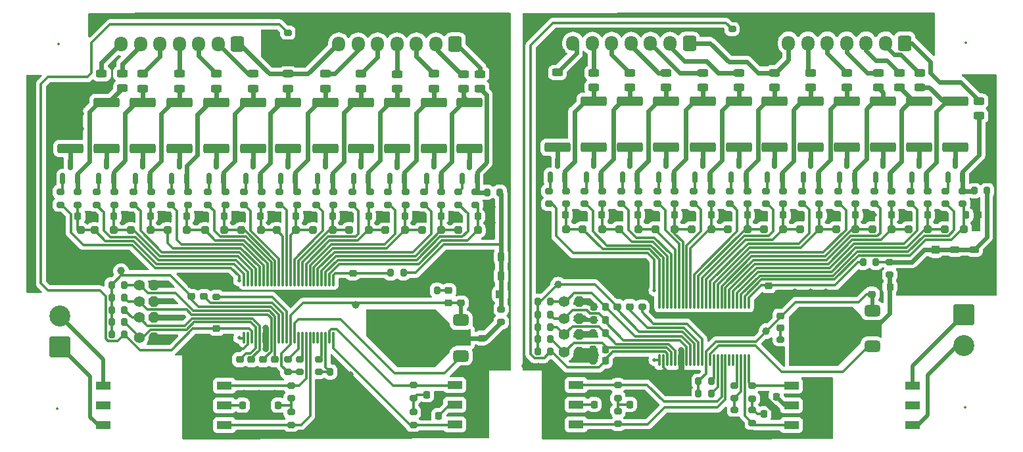
<source format=gtl>
%TF.GenerationSoftware,KiCad,Pcbnew,8.0.4*%
%TF.CreationDate,2024-09-13T16:34:39+09:00*%
%TF.ProjectId,LTC6811_ESP32_Slaves_V5,4c544336-3831-4315-9f45-535033325f53,rev?*%
%TF.SameCoordinates,Original*%
%TF.FileFunction,Copper,L1,Top*%
%TF.FilePolarity,Positive*%
%FSLAX46Y46*%
G04 Gerber Fmt 4.6, Leading zero omitted, Abs format (unit mm)*
G04 Created by KiCad (PCBNEW 8.0.4) date 2024-09-13 16:34:39*
%MOMM*%
%LPD*%
G01*
G04 APERTURE LIST*
G04 Aperture macros list*
%AMRoundRect*
0 Rectangle with rounded corners*
0 $1 Rounding radius*
0 $2 $3 $4 $5 $6 $7 $8 $9 X,Y pos of 4 corners*
0 Add a 4 corners polygon primitive as box body*
4,1,4,$2,$3,$4,$5,$6,$7,$8,$9,$2,$3,0*
0 Add four circle primitives for the rounded corners*
1,1,$1+$1,$2,$3*
1,1,$1+$1,$4,$5*
1,1,$1+$1,$6,$7*
1,1,$1+$1,$8,$9*
0 Add four rect primitives between the rounded corners*
20,1,$1+$1,$2,$3,$4,$5,0*
20,1,$1+$1,$4,$5,$6,$7,0*
20,1,$1+$1,$6,$7,$8,$9,0*
20,1,$1+$1,$8,$9,$2,$3,0*%
G04 Aperture macros list end*
%TA.AperFunction,SMDPad,CuDef*%
%ADD10RoundRect,0.225000X0.225000X0.375000X-0.225000X0.375000X-0.225000X-0.375000X0.225000X-0.375000X0*%
%TD*%
%TA.AperFunction,SMDPad,CuDef*%
%ADD11RoundRect,0.200000X0.275000X-0.200000X0.275000X0.200000X-0.275000X0.200000X-0.275000X-0.200000X0*%
%TD*%
%TA.AperFunction,SMDPad,CuDef*%
%ADD12C,1.000000*%
%TD*%
%TA.AperFunction,SMDPad,CuDef*%
%ADD13RoundRect,0.150000X0.150000X-0.587500X0.150000X0.587500X-0.150000X0.587500X-0.150000X-0.587500X0*%
%TD*%
%TA.AperFunction,SMDPad,CuDef*%
%ADD14RoundRect,0.250000X0.250000X0.250000X-0.250000X0.250000X-0.250000X-0.250000X0.250000X-0.250000X0*%
%TD*%
%TA.AperFunction,SMDPad,CuDef*%
%ADD15RoundRect,0.243750X-0.456250X0.243750X-0.456250X-0.243750X0.456250X-0.243750X0.456250X0.243750X0*%
%TD*%
%TA.AperFunction,ComponentPad*%
%ADD16RoundRect,0.250001X-1.099999X1.099999X-1.099999X-1.099999X1.099999X-1.099999X1.099999X1.099999X0*%
%TD*%
%TA.AperFunction,ComponentPad*%
%ADD17C,2.700000*%
%TD*%
%TA.AperFunction,SMDPad,CuDef*%
%ADD18RoundRect,0.225000X-0.225000X-0.250000X0.225000X-0.250000X0.225000X0.250000X-0.225000X0.250000X0*%
%TD*%
%TA.AperFunction,ComponentPad*%
%ADD19C,1.400000*%
%TD*%
%TA.AperFunction,ComponentPad*%
%ADD20O,1.400000X1.400000*%
%TD*%
%TA.AperFunction,SMDPad,CuDef*%
%ADD21RoundRect,0.250000X-1.425000X0.362500X-1.425000X-0.362500X1.425000X-0.362500X1.425000X0.362500X0*%
%TD*%
%TA.AperFunction,ComponentPad*%
%ADD22O,1.700000X1.950000*%
%TD*%
%TA.AperFunction,ComponentPad*%
%ADD23RoundRect,0.250000X0.600000X0.725000X-0.600000X0.725000X-0.600000X-0.725000X0.600000X-0.725000X0*%
%TD*%
%TA.AperFunction,SMDPad,CuDef*%
%ADD24RoundRect,0.200000X-0.200000X-0.275000X0.200000X-0.275000X0.200000X0.275000X-0.200000X0.275000X0*%
%TD*%
%TA.AperFunction,SMDPad,CuDef*%
%ADD25RoundRect,0.225000X0.225000X0.250000X-0.225000X0.250000X-0.225000X-0.250000X0.225000X-0.250000X0*%
%TD*%
%TA.AperFunction,SMDPad,CuDef*%
%ADD26RoundRect,0.200000X-0.275000X0.200000X-0.275000X-0.200000X0.275000X-0.200000X0.275000X0.200000X0*%
%TD*%
%TA.AperFunction,SMDPad,CuDef*%
%ADD27RoundRect,0.200000X0.200000X0.275000X-0.200000X0.275000X-0.200000X-0.275000X0.200000X-0.275000X0*%
%TD*%
%TA.AperFunction,SMDPad,CuDef*%
%ADD28RoundRect,0.225000X-0.250000X0.225000X-0.250000X-0.225000X0.250000X-0.225000X0.250000X0.225000X0*%
%TD*%
%TA.AperFunction,SMDPad,CuDef*%
%ADD29RoundRect,0.075000X-0.075000X0.662500X-0.075000X-0.662500X0.075000X-0.662500X0.075000X0.662500X0*%
%TD*%
%TA.AperFunction,SMDPad,CuDef*%
%ADD30RoundRect,0.225000X0.250000X-0.225000X0.250000X0.225000X-0.250000X0.225000X-0.250000X-0.225000X0*%
%TD*%
%TA.AperFunction,SMDPad,CuDef*%
%ADD31RoundRect,0.225000X-0.375000X0.225000X-0.375000X-0.225000X0.375000X-0.225000X0.375000X0.225000X0*%
%TD*%
%TA.AperFunction,SMDPad,CuDef*%
%ADD32RoundRect,0.250000X0.300000X0.300000X-0.300000X0.300000X-0.300000X-0.300000X0.300000X-0.300000X0*%
%TD*%
%TA.AperFunction,SMDPad,CuDef*%
%ADD33RoundRect,0.218750X-0.256250X0.218750X-0.256250X-0.218750X0.256250X-0.218750X0.256250X0.218750X0*%
%TD*%
%TA.AperFunction,SMDPad,CuDef*%
%ADD34RoundRect,0.250000X-0.300000X0.300000X-0.300000X-0.300000X0.300000X-0.300000X0.300000X0.300000X0*%
%TD*%
%TA.AperFunction,SMDPad,CuDef*%
%ADD35RoundRect,0.218750X0.256250X-0.218750X0.256250X0.218750X-0.256250X0.218750X-0.256250X-0.218750X0*%
%TD*%
%TA.AperFunction,ComponentPad*%
%ADD36RoundRect,0.250001X1.099999X-1.099999X1.099999X1.099999X-1.099999X1.099999X-1.099999X-1.099999X0*%
%TD*%
%TA.AperFunction,SMDPad,CuDef*%
%ADD37R,1.950000X1.020000*%
%TD*%
%TA.AperFunction,SMDPad,CuDef*%
%ADD38RoundRect,0.375000X0.625000X0.375000X-0.625000X0.375000X-0.625000X-0.375000X0.625000X-0.375000X0*%
%TD*%
%TA.AperFunction,SMDPad,CuDef*%
%ADD39RoundRect,0.500000X0.500000X1.400000X-0.500000X1.400000X-0.500000X-1.400000X0.500000X-1.400000X0*%
%TD*%
%TA.AperFunction,ViaPad*%
%ADD40C,0.800000*%
%TD*%
%TA.AperFunction,ViaPad*%
%ADD41C,0.500000*%
%TD*%
%TA.AperFunction,Conductor*%
%ADD42C,0.300000*%
%TD*%
%TA.AperFunction,Conductor*%
%ADD43C,0.500000*%
%TD*%
%TA.AperFunction,Conductor*%
%ADD44C,0.800000*%
%TD*%
%TA.AperFunction,Conductor*%
%ADD45C,1.000000*%
%TD*%
%TA.AperFunction,Conductor*%
%ADD46C,0.600000*%
%TD*%
%TA.AperFunction,Conductor*%
%ADD47C,0.200000*%
%TD*%
%ADD48C,0.350000*%
%ADD49C,0.300000*%
G04 APERTURE END LIST*
D10*
%TO.P,D39,1,K*%
%TO.N,/LTC6811_3/BAT+*%
X256150000Y21100000D03*
%TO.P,D39,2,A*%
%TO.N,GND_PACK*%
X252850000Y21100000D03*
%TD*%
D11*
%TO.P,R189,1*%
%TO.N,/LTC6811_3/cell2/S*%
X204050000Y30245572D03*
%TO.P,R189,2*%
%TO.N,Net-(Q38-G)*%
X204050000Y31895572D03*
%TD*%
D12*
%TO.P,TP7,1,1*%
%TO.N,/LTC6811_3/Vreg*%
X237400000Y17300000D03*
%TD*%
D13*
%TO.P,Q36,1,G*%
%TO.N,Net-(Q36-G)*%
X213750000Y33633072D03*
%TO.P,Q36,2,S*%
%TO.N,/LTC6811_3/cell4/C+*%
X215650000Y33633072D03*
%TO.P,Q36,3,D*%
%TO.N,Net-(Q36-D)*%
X214700000Y35508072D03*
%TD*%
D14*
%TO.P,D43,1,K*%
%TO.N,/LTC6811_3/cell11/C*%
X248450000Y26958072D03*
%TO.P,D43,2,A*%
%TO.N,/LTC6811_3/cell10/C*%
X245950000Y26958072D03*
%TD*%
D13*
%TO.P,Q50,1,G*%
%TO.N,Net-(Q50-G)*%
X271800000Y33762500D03*
%TO.P,Q50,2,S*%
%TO.N,/LTC6811_4/cell3/C+*%
X273700000Y33762500D03*
%TO.P,Q50,3,D*%
%TO.N,Net-(Q50-D)*%
X272750000Y35637500D03*
%TD*%
D15*
%TO.P,F51,1*%
%TO.N,/LTC6811_4/C1*%
X268100000Y47237500D03*
%TO.P,F51,2*%
%TO.N,/LTC6811_4/cell1/C+*%
X268100000Y45362500D03*
%TD*%
D16*
%TO.P,J9,1,Pin_1*%
%TO.N,Net-(J9-Pin_1)*%
X315750000Y16049428D03*
D17*
%TO.P,J9,2,Pin_2*%
%TO.N,Net-(J9-Pin_2)*%
X315750000Y12089428D03*
%TD*%
D18*
%TO.P,C72,1*%
%TO.N,Net-(C72-Pad1)*%
X272725000Y4500000D03*
%TO.P,C72,2*%
%TO.N,GND_PACK*%
X274275000Y4500000D03*
%TD*%
D13*
%TO.P,Q39,1,G*%
%TO.N,Net-(Q39-G)*%
X199700000Y33620572D03*
%TO.P,Q39,2,S*%
%TO.N,/LTC6811_3/cell1/C+*%
X201600000Y33620572D03*
%TO.P,Q39,3,D*%
%TO.N,Net-(Q39-D)*%
X200650000Y35495572D03*
%TD*%
D11*
%TO.P,R225,1*%
%TO.N,/LTC6811_4/cell7/S*%
X290250000Y30375000D03*
%TO.P,R225,2*%
%TO.N,Net-(Q46-G)*%
X290250000Y32025000D03*
%TD*%
D18*
%TO.P,C132,1*%
%TO.N,/LTC6811_4/cell10/CM*%
X301800000Y28900000D03*
%TO.P,C132,2*%
%TO.N,GND_PACK*%
X303350000Y28900000D03*
%TD*%
D19*
%TO.P,TH19,1*%
%TO.N,/LTC6811_4/T4*%
X264295000Y15600000D03*
D20*
%TO.P,TH19,2*%
%TO.N,GND_PACK*%
X266195000Y15600000D03*
%TD*%
D21*
%TO.P,R211,1*%
%TO.N,/LTC6811_4/cell10/C+*%
X310000000Y43562500D03*
%TO.P,R211,2*%
%TO.N,Net-(Q42-D)*%
X310000000Y37637500D03*
%TD*%
D22*
%TO.P,J15,0,Pin_1*%
%TO.N,/LTC6811_3/C1_G*%
X207200000Y50958072D03*
%TO.P,J15,1,Pin_2*%
%TO.N,/LTC6811_3/C1*%
X209700000Y50958072D03*
%TO.P,J15,2,Pin_3*%
%TO.N,/LTC6811_3/C2*%
X212200000Y50958072D03*
%TO.P,J15,3,Pin_4*%
%TO.N,/LTC6811_3/C3*%
X214700000Y50958072D03*
%TO.P,J15,4,Pin_5*%
%TO.N,/LTC6811_3/C4*%
X217200000Y50958072D03*
%TO.P,J15,5,Pin_6*%
%TO.N,/LTC6811_3/C5*%
X219700000Y50958072D03*
D23*
%TO.P,J15,6,Pin_7*%
%TO.N,/LTC6811_3/C6*%
X222200000Y50958072D03*
%TD*%
D22*
%TO.P,J14,0,Pin_1*%
%TO.N,/LTC6811_3/C6*%
X235250000Y50958072D03*
%TO.P,J14,1,Pin_2*%
%TO.N,/LTC6811_3/C7*%
X237750000Y50958072D03*
%TO.P,J14,2,Pin_3*%
%TO.N,/LTC6811_3/C8*%
X240250000Y50958072D03*
%TO.P,J14,3,Pin_4*%
%TO.N,/LTC6811_3/C9*%
X242750000Y50958072D03*
%TO.P,J14,4,Pin_5*%
%TO.N,/LTC6811_3/C10*%
X245250000Y50958072D03*
%TO.P,J14,5,Pin_6*%
%TO.N,/LTC6811_3/C11*%
X247750000Y50958072D03*
D23*
%TO.P,J14,6,Pin_7*%
%TO.N,/LTC6811_3/C12*%
X250250000Y50958072D03*
%TD*%
D13*
%TO.P,Q46,1,G*%
%TO.N,Net-(Q46-G)*%
X290450000Y33762500D03*
%TO.P,Q46,2,S*%
%TO.N,/LTC6811_4/cell7/C+*%
X292350000Y33762500D03*
%TO.P,Q46,3,D*%
%TO.N,Net-(Q46-D)*%
X291400000Y35637500D03*
%TD*%
D11*
%TO.P,R170,1*%
%TO.N,/LTC6811_3/cell8/C*%
X234550000Y30245572D03*
%TO.P,R170,2*%
%TO.N,/LTC6811_3/cell8/C+*%
X234550000Y31895572D03*
%TD*%
D24*
%TO.P,R18,1*%
%TO.N,/LTC6811_4/Vref2*%
X260875000Y11300000D03*
%TO.P,R18,2*%
%TO.N,/LTC6811_4/T1*%
X262525000Y11300000D03*
%TD*%
D11*
%TO.P,R210,1*%
%TO.N,/LTC6811_4/cell12/S*%
X313350000Y30375000D03*
%TO.P,R210,2*%
%TO.N,Net-(Q41-G)*%
X313350000Y32025000D03*
%TD*%
D13*
%TO.P,Q51,1,G*%
%TO.N,Net-(Q51-G)*%
X267125000Y33762500D03*
%TO.P,Q51,2,S*%
%TO.N,/LTC6811_4/cell2/C+*%
X269025000Y33762500D03*
%TO.P,Q51,3,D*%
%TO.N,Net-(Q51-D)*%
X268075000Y35637500D03*
%TD*%
D14*
%TO.P,D68,1,K*%
%TO.N,/LTC6811_4/cell2/C*%
X269175000Y27100000D03*
%TO.P,D68,2,A*%
%TO.N,/LTC6811_4/cell1/C*%
X266675000Y27100000D03*
%TD*%
D13*
%TO.P,Q29,1,G*%
%TO.N,Net-(Q29-G)*%
X246550000Y33633072D03*
%TO.P,Q29,2,S*%
%TO.N,/LTC6811_3/cell11/C+*%
X248450000Y33633072D03*
%TO.P,Q29,3,D*%
%TO.N,Net-(Q29-D)*%
X247500000Y35508072D03*
%TD*%
D11*
%TO.P,R26,1*%
%TO.N,/LTC6811_4/IMB*%
X288500000Y2116928D03*
%TO.P,R26,2*%
%TO.N,Net-(C46-Pad2)*%
X288500000Y3766928D03*
%TD*%
D25*
%TO.P,C18,1*%
%TO.N,/LTC6811_4/T3*%
X269570000Y13700000D03*
%TO.P,C18,2*%
%TO.N,GND_PACK*%
X268020000Y13700000D03*
%TD*%
D26*
%TO.P,R52,1*%
%TO.N,Net-(C72-Pad1)*%
X271200000Y3625000D03*
%TO.P,R52,2*%
%TO.N,/LTC6811_4/IPA*%
X271200000Y1975000D03*
%TD*%
D15*
%TO.P,F31,1*%
%TO.N,/LTC6811_3/C8*%
X238100000Y47108072D03*
%TO.P,F31,2*%
%TO.N,/LTC6811_3/cell8/C+*%
X238100000Y45233072D03*
%TD*%
D18*
%TO.P,C107,1*%
%TO.N,/LTC6811_3/cell8/C*%
X234450000Y28758072D03*
%TO.P,C107,2*%
%TO.N,GND_PACK*%
X236000000Y28758072D03*
%TD*%
D11*
%TO.P,R233,1*%
%TO.N,/LTC6811_4/cell4/C*%
X278525000Y30375000D03*
%TO.P,R233,2*%
%TO.N,/LTC6811_4/cell4/C+*%
X278525000Y32025000D03*
%TD*%
D27*
%TO.P,R19,1*%
%TO.N,/LTC6811_4/T2*%
X262525000Y12900000D03*
%TO.P,R19,2*%
%TO.N,/LTC6811_4/Vref2*%
X260875000Y12900000D03*
%TD*%
D21*
%TO.P,R172,1*%
%TO.N,/LTC6811_3/cell6/C+*%
X228700000Y43433072D03*
%TO.P,R172,2*%
%TO.N,Net-(Q33-D)*%
X228700000Y37508072D03*
%TD*%
D25*
%TO.P,C17,1*%
%TO.N,/LTC6811_4/T2*%
X269570000Y11600000D03*
%TO.P,C17,2*%
%TO.N,GND_PACK*%
X268020000Y11600000D03*
%TD*%
D14*
%TO.P,D50,1,K*%
%TO.N,/LTC6811_3/cell4/C*%
X215700000Y26970572D03*
%TO.P,D50,2,A*%
%TO.N,/LTC6811_3/cell3/C*%
X213200000Y26970572D03*
%TD*%
D11*
%TO.P,R234,1*%
%TO.N,/LTC6811_4/cell4/S*%
X276300000Y30375000D03*
%TO.P,R234,2*%
%TO.N,Net-(Q49-G)*%
X276300000Y32025000D03*
%TD*%
D28*
%TO.P,C89,1*%
%TO.N,Net-(U13-V+)*%
X237050000Y21433072D03*
%TO.P,C89,2*%
%TO.N,GND_PACK*%
X237050000Y19883072D03*
%TD*%
D13*
%TO.P,Q42,1,G*%
%TO.N,Net-(Q42-G)*%
X309050000Y33762500D03*
%TO.P,Q42,2,S*%
%TO.N,/LTC6811_4/cell11/C+*%
X310950000Y33762500D03*
%TO.P,Q42,3,D*%
%TO.N,Net-(Q42-D)*%
X310000000Y35637500D03*
%TD*%
D18*
%TO.P,C105,1*%
%TO.N,/LTC6811_3/cell10/C*%
X243775000Y28758072D03*
%TO.P,C105,2*%
%TO.N,GND_PACK*%
X245325000Y28758072D03*
%TD*%
D29*
%TO.P,U13,1,V+*%
%TO.N,Net-(U13-V+)*%
X234550000Y20512500D03*
%TO.P,U13,2,C12*%
%TO.N,/LTC6811_3/cell12/C*%
X234050000Y20512500D03*
%TO.P,U13,3,S12*%
%TO.N,/LTC6811_3/cell12/S*%
X233550000Y20512500D03*
%TO.P,U13,4,C11*%
%TO.N,/LTC6811_3/cell11/C*%
X233050000Y20512500D03*
%TO.P,U13,5,S11*%
%TO.N,/LTC6811_3/cell11/S*%
X232550000Y20512500D03*
%TO.P,U13,6,C10*%
%TO.N,/LTC6811_3/cell10/C*%
X232050000Y20512500D03*
%TO.P,U13,7,S10*%
%TO.N,/LTC6811_3/cell10/S*%
X231550000Y20512500D03*
%TO.P,U13,8,C9*%
%TO.N,/LTC6811_3/cell10/CM*%
X231050000Y20512500D03*
%TO.P,U13,9,S9*%
%TO.N,/LTC6811_3/cell9/S*%
X230550000Y20512500D03*
%TO.P,U13,10,C8*%
%TO.N,/LTC6811_3/cell8/C*%
X230050000Y20512500D03*
%TO.P,U13,11,S8*%
%TO.N,/LTC6811_3/cell8/S*%
X229550000Y20512500D03*
%TO.P,U13,12,C7*%
%TO.N,/LTC6811_3/cell7/C*%
X229050000Y20512500D03*
%TO.P,U13,13,S7*%
%TO.N,/LTC6811_3/cell7/S*%
X228550000Y20512500D03*
%TO.P,U13,14,C6*%
%TO.N,/LTC6811_3/cell6/C*%
X228050000Y20512500D03*
%TO.P,U13,15,S6*%
%TO.N,/LTC6811_3/cell6/S*%
X227550000Y20512500D03*
%TO.P,U13,16,C5*%
%TO.N,/LTC6811_3/cell5/C*%
X227050000Y20512500D03*
%TO.P,U13,17,S5*%
%TO.N,/LTC6811_3/cell5/S*%
X226550000Y20512500D03*
%TO.P,U13,18,C4*%
%TO.N,/LTC6811_3/cell4/C*%
X226050000Y20512500D03*
%TO.P,U13,19,S4*%
%TO.N,/LTC6811_3/cell4/S*%
X225550000Y20512500D03*
%TO.P,U13,20,C3*%
%TO.N,/LTC6811_3/cell3/C*%
X225050000Y20512500D03*
%TO.P,U13,21,S3*%
%TO.N,/LTC6811_3/cell3/S*%
X224550000Y20512500D03*
%TO.P,U13,22,C2*%
%TO.N,/LTC6811_3/cell2/C*%
X224050000Y20512500D03*
%TO.P,U13,23,S2*%
%TO.N,/LTC6811_3/cell2/S*%
X223550000Y20512500D03*
%TO.P,U13,24,C1*%
%TO.N,/LTC6811_3/cell1/C*%
X223050000Y20512500D03*
%TO.P,U13,25,S1*%
%TO.N,/LTC6811_3/cell1/S*%
X223050000Y13087500D03*
%TO.P,U13,26,C0*%
%TO.N,GND_PACK*%
X223550000Y13087500D03*
%TO.P,U13,27,GPIO1*%
%TO.N,/LTC6811_3/T1*%
X224050000Y13087500D03*
%TO.P,U13,28,GPIO2*%
%TO.N,/LTC6811_3/T2*%
X224550000Y13087500D03*
%TO.P,U13,29,GPIO3*%
%TO.N,/LTC6811_3/T3*%
X225050000Y13087500D03*
%TO.P,U13,30,V-\u002A\u002A*%
%TO.N,GND_PACK*%
X225550000Y13087500D03*
%TO.P,U13,31,V-*%
X226050000Y13087500D03*
%TO.P,U13,32,GPIO4*%
%TO.N,/LTC6811_3/T4*%
X226550000Y13087500D03*
%TO.P,U13,33,GPIO5*%
%TO.N,/LTC6811_3/T5*%
X227050000Y13087500D03*
%TO.P,U13,34,Vref2*%
%TO.N,/LTC6811_3/Vref2*%
X227550000Y13087500D03*
%TO.P,U13,35,Vref1*%
%TO.N,Net-(U13-Vref1)*%
X228050000Y13087500D03*
%TO.P,U13,36,DTEN*%
%TO.N,Net-(U13-DTEN)*%
X228550000Y13087500D03*
%TO.P,U13,37,Vreg*%
%TO.N,/LTC6811_3/Vreg*%
X229050000Y13087500D03*
%TO.P,U13,38,DRIVE*%
%TO.N,/LTC6811_3/DRIVE*%
X229550000Y13087500D03*
%TO.P,U13,39,WDT*%
%TO.N,Net-(U13-WDT)*%
X230050000Y13087500D03*
%TO.P,U13,40,ISOMD*%
%TO.N,Net-(U13-ISOMD)*%
X230550000Y13087500D03*
%TO.P,U13,41,IMA*%
%TO.N,/LTC6811_3/IMA*%
X231050000Y13087500D03*
%TO.P,U13,42,IPA*%
%TO.N,/LTC6811_3/IPA*%
X231550000Y13087500D03*
%TO.P,U13,43,SDI*%
%TO.N,unconnected-(U13-SDI-Pad43)*%
X232050000Y13087500D03*
%TO.P,U13,44,SDO*%
%TO.N,unconnected-(U13-SDO-Pad44)*%
X232550000Y13087500D03*
%TO.P,U13,45,IBIAS*%
%TO.N,Net-(U13-IBIAS)*%
X233050000Y13087500D03*
%TO.P,U13,46,ICMP*%
%TO.N,Net-(U13-ICMP)*%
X233550000Y13087500D03*
%TO.P,U13,47,IMB*%
%TO.N,/LTC6811_3/IMB*%
X234050000Y13087500D03*
%TO.P,U13,48,IPB*%
%TO.N,/LTC6811_3/IPB*%
X234550000Y13087500D03*
%TD*%
D30*
%TO.P,C116,1*%
%TO.N,/LTC6811_4/Vref2*%
X271100000Y17125000D03*
%TO.P,C116,2*%
%TO.N,GND_PACK*%
X271100000Y18675000D03*
%TD*%
D14*
%TO.P,D69,1,K*%
%TO.N,/LTC6811_4/cell1/C*%
X264525000Y27100000D03*
%TO.P,D69,2,A*%
%TO.N,GND_PACK*%
X262025000Y27100000D03*
%TD*%
D21*
%TO.P,R229,1*%
%TO.N,/LTC6811_4/cell4/C+*%
X282100000Y43562500D03*
%TO.P,R229,2*%
%TO.N,Net-(Q48-D)*%
X282100000Y37637500D03*
%TD*%
D31*
%TO.P,D55,1,K*%
%TO.N,/LTC6811_4/BAT+*%
X314600000Y24491928D03*
%TO.P,D55,2,A*%
%TO.N,GND_PACK*%
X314600000Y21191928D03*
%TD*%
D21*
%TO.P,R184,1*%
%TO.N,/LTC6811_3/cell2/C+*%
X210000000Y43433072D03*
%TO.P,R184,2*%
%TO.N,Net-(Q37-D)*%
X210000000Y37508072D03*
%TD*%
D24*
%TO.P,R100,1*%
%TO.N,Net-(U13-ICMP)*%
X234150000Y8700000D03*
%TO.P,R100,2*%
%TO.N,GND_PACK*%
X235800000Y8700000D03*
%TD*%
D11*
%TO.P,R186,1*%
%TO.N,/LTC6811_3/cell3/S*%
X208800000Y30245572D03*
%TO.P,R186,2*%
%TO.N,Net-(Q37-G)*%
X208800000Y31895572D03*
%TD*%
D26*
%TO.P,R195,1*%
%TO.N,/LTC6811_3/IMA*%
X229100000Y6925000D03*
%TO.P,R195,2*%
%TO.N,Net-(C94-Pad1)*%
X229100000Y5275000D03*
%TD*%
D14*
%TO.P,D62,1,K*%
%TO.N,/LTC6811_4/cell8/C*%
X297150000Y27100000D03*
%TO.P,D62,2,A*%
%TO.N,/LTC6811_4/cell7/C*%
X294650000Y27100000D03*
%TD*%
D32*
%TO.P,D40,1,K*%
%TO.N,/LTC6811_3/BAT+*%
X256000000Y18700000D03*
%TO.P,D40,2,A*%
%TO.N,GND_PACK*%
X253200000Y18700000D03*
%TD*%
D21*
%TO.P,R157,1*%
%TO.N,/LTC6811_3/cell11/C+*%
X252100000Y43420572D03*
%TO.P,R157,2*%
%TO.N,Net-(Q28-D)*%
X252100000Y37495572D03*
%TD*%
D18*
%TO.P,C114,1*%
%TO.N,/LTC6811_3/cell1/C*%
X201650000Y28758072D03*
%TO.P,C114,2*%
%TO.N,GND_PACK*%
X203200000Y28758072D03*
%TD*%
D11*
%TO.P,R168,1*%
%TO.N,/LTC6811_3/cell9/S*%
X237000000Y30245572D03*
%TO.P,R168,2*%
%TO.N,Net-(Q31-G)*%
X237000000Y31895572D03*
%TD*%
D15*
%TO.P,F50,1*%
%TO.N,/LTC6811_4/C2*%
X272750000Y47237500D03*
%TO.P,F50,2*%
%TO.N,/LTC6811_4/cell2/C+*%
X272750000Y45362500D03*
%TD*%
D21*
%TO.P,R241,1*%
%TO.N,GND_PACK*%
X263425000Y43562500D03*
%TO.P,R241,2*%
%TO.N,Net-(Q52-D)*%
X263425000Y37637500D03*
%TD*%
D11*
%TO.P,R25,1*%
%TO.N,Net-(C46-Pad2)*%
X288500000Y5250000D03*
%TO.P,R25,2*%
%TO.N,/LTC6811_4/IPB*%
X288500000Y6900000D03*
%TD*%
D14*
%TO.P,D45,1,K*%
%TO.N,/LTC6811_3/cell10/CM*%
X239100000Y26970572D03*
%TO.P,D45,2,A*%
%TO.N,/LTC6811_3/cell8/C*%
X236600000Y26970572D03*
%TD*%
D26*
%TO.P,R93,1*%
%TO.N,Net-(U14-IBIAS)*%
X286200000Y6925000D03*
%TO.P,R93,2*%
%TO.N,Net-(U14-ICMP)*%
X286200000Y5275000D03*
%TD*%
D15*
%TO.P,F40,1*%
%TO.N,/LTC6811_4/C12*%
X317700000Y43579428D03*
%TO.P,F40,2*%
%TO.N,/LTC6811_4/cell12/C+*%
X317700000Y41704428D03*
%TD*%
D33*
%TO.P,D41,1,K*%
%TO.N,Net-(D41-K)*%
X249400000Y19175000D03*
%TO.P,D41,2,A*%
%TO.N,/LTC6811_3/Vreg*%
X249400000Y17600000D03*
%TD*%
D30*
%TO.P,C117,1*%
%TO.N,Net-(U14-Vref1)*%
X272700000Y17125000D03*
%TO.P,C117,2*%
%TO.N,GND_PACK*%
X272700000Y18675000D03*
%TD*%
D11*
%TO.P,R212,1*%
%TO.N,/LTC6811_4/cell11/C*%
X311100000Y30375000D03*
%TO.P,R212,2*%
%TO.N,/LTC6811_4/cell11/C+*%
X311100000Y32025000D03*
%TD*%
D18*
%TO.P,C113,1*%
%TO.N,/LTC6811_3/cell2/C*%
X206300000Y28758072D03*
%TO.P,C113,2*%
%TO.N,GND_PACK*%
X207850000Y28758072D03*
%TD*%
D19*
%TO.P,TH20,1*%
%TO.N,/LTC6811_4/T5*%
X264295000Y17800000D03*
D20*
%TO.P,TH20,2*%
%TO.N,GND_PACK*%
X266195000Y17800000D03*
%TD*%
D25*
%TO.P,C19,1*%
%TO.N,/LTC6811_4/T4*%
X269595000Y15400000D03*
%TO.P,C19,2*%
%TO.N,GND_PACK*%
X268045000Y15400000D03*
%TD*%
D11*
%TO.P,R209,1*%
%TO.N,/LTC6811_4/cell12/C*%
X315600000Y30375000D03*
%TO.P,R209,2*%
%TO.N,/LTC6811_4/cell12/C+*%
X315600000Y32025000D03*
%TD*%
D13*
%TO.P,Q33,1,G*%
%TO.N,Net-(Q33-G)*%
X227750000Y33633072D03*
%TO.P,Q33,2,S*%
%TO.N,/LTC6811_3/cell7/C+*%
X229650000Y33633072D03*
%TO.P,Q33,3,D*%
%TO.N,Net-(Q33-D)*%
X228700000Y35508072D03*
%TD*%
D14*
%TO.P,D65,1,K*%
%TO.N,/LTC6811_4/cell5/C*%
X283200000Y27100000D03*
%TO.P,D65,2,A*%
%TO.N,/LTC6811_4/cell4/C*%
X280700000Y27100000D03*
%TD*%
D15*
%TO.P,F39,1*%
%TO.N,/LTC6811_3/C1_G*%
X204700000Y47137500D03*
%TO.P,F39,2*%
%TO.N,GND_PACK*%
X204700000Y45262500D03*
%TD*%
D27*
%TO.P,R16,1*%
%TO.N,/LTC6811_3/T4*%
X207625000Y18300000D03*
%TO.P,R16,2*%
%TO.N,/LTC6811_3/Vref2*%
X205975000Y18300000D03*
%TD*%
D14*
%TO.P,D46,1,K*%
%TO.N,/LTC6811_3/cell8/C*%
X234450000Y26970572D03*
%TO.P,D46,2,A*%
%TO.N,/LTC6811_3/cell7/C*%
X231950000Y26970572D03*
%TD*%
D27*
%TO.P,FB3,1*%
%TO.N,/LTC6811_3/BAT+*%
X255975000Y31858072D03*
%TO.P,FB3,2*%
%TO.N,/LTC6811_3/cell12/C+*%
X254325000Y31858072D03*
%TD*%
D13*
%TO.P,Q45,1,G*%
%TO.N,Net-(Q45-G)*%
X295100000Y33762500D03*
%TO.P,Q45,2,S*%
%TO.N,/LTC6811_4/cell8/C+*%
X297000000Y33762500D03*
%TO.P,Q45,3,D*%
%TO.N,Net-(Q45-D)*%
X296050000Y35637500D03*
%TD*%
D11*
%TO.P,R147,1*%
%TO.N,Net-(U13-DTEN)*%
X219500000Y18375000D03*
%TO.P,R147,2*%
%TO.N,GND_PACK*%
X219500000Y20025000D03*
%TD*%
%TO.P,R218,1*%
%TO.N,/LTC6811_4/cell10/CM*%
X301800000Y30375000D03*
%TO.P,R218,2*%
%TO.N,/LTC6811_4/cell10/C-*%
X301800000Y32025000D03*
%TD*%
D26*
%TO.P,R23,1*%
%TO.N,Net-(C44-Pad1)*%
X244850000Y3508072D03*
%TO.P,R23,2*%
%TO.N,/LTC6811_3/IPB*%
X244850000Y1858072D03*
%TD*%
D19*
%TO.P,TH17,1*%
%TO.N,/LTC6811_4/T2*%
X264300000Y11200000D03*
D20*
%TO.P,TH17,2*%
%TO.N,GND_PACK*%
X266200000Y11200000D03*
%TD*%
D25*
%TO.P,C22,1*%
%TO.N,/LTC6811_4/T5*%
X269595000Y17100000D03*
%TO.P,C22,2*%
%TO.N,GND_PACK*%
X268045000Y17100000D03*
%TD*%
D11*
%TO.P,R180,1*%
%TO.N,/LTC6811_3/cell5/S*%
X218400000Y30245572D03*
%TO.P,R180,2*%
%TO.N,Net-(Q35-G)*%
X218400000Y31895572D03*
%TD*%
D34*
%TO.P,D56,1,K*%
%TO.N,/LTC6811_4/BAT+*%
X312100000Y24441928D03*
%TO.P,D56,2,A*%
%TO.N,GND_PACK*%
X312100000Y21641928D03*
%TD*%
D14*
%TO.P,D58,1,K*%
%TO.N,/LTC6811_4/cell12/C*%
X315750000Y27100000D03*
%TO.P,D58,2,A*%
%TO.N,/LTC6811_4/cell11/C*%
X313250000Y27100000D03*
%TD*%
D11*
%TO.P,R161,1*%
%TO.N,/LTC6811_3/cell11/C*%
X248450000Y30233072D03*
%TO.P,R161,2*%
%TO.N,/LTC6811_3/cell11/C+*%
X248450000Y31883072D03*
%TD*%
D12*
%TO.P,TP10,1,1*%
%TO.N,/LTC6811_4/Vref2*%
X263500000Y19950000D03*
%TD*%
D21*
%TO.P,R169,1*%
%TO.N,/LTC6811_3/cell7/C+*%
X233500000Y43433072D03*
%TO.P,R169,2*%
%TO.N,Net-(Q32-D)*%
X233500000Y37508072D03*
%TD*%
D22*
%TO.P,J17,0,Pin_1*%
%TO.N,/LTC6811_4/C1_G*%
X265400000Y51041928D03*
%TO.P,J17,1,Pin_2*%
%TO.N,/LTC6811_4/C1*%
X267900000Y51041928D03*
%TO.P,J17,2,Pin_3*%
%TO.N,/LTC6811_4/C2*%
X270400000Y51041928D03*
%TO.P,J17,3,Pin_4*%
%TO.N,/LTC6811_4/C3*%
X272900000Y51041928D03*
%TO.P,J17,4,Pin_5*%
%TO.N,/LTC6811_4/C4*%
X275400000Y51041928D03*
%TO.P,J17,5,Pin_6*%
%TO.N,/LTC6811_4/C5*%
X277900000Y51041928D03*
D23*
%TO.P,J17,6,Pin_7*%
%TO.N,/LTC6811_4/C6*%
X280400000Y51041928D03*
%TD*%
D30*
%TO.P,C90,1*%
%TO.N,/LTC6811_3/Vref2*%
X216300000Y18425000D03*
%TO.P,C90,2*%
%TO.N,GND_PACK*%
X216300000Y19975000D03*
%TD*%
D21*
%TO.P,R217,1*%
%TO.N,/LTC6811_4/cell8/C+*%
X300700000Y43562500D03*
%TO.P,R217,2*%
%TO.N,Net-(Q44-D)*%
X300700000Y37637500D03*
%TD*%
%TO.P,R181,1*%
%TO.N,/LTC6811_3/cell3/C+*%
X214700000Y43433072D03*
%TO.P,R181,2*%
%TO.N,Net-(Q36-D)*%
X214700000Y37508072D03*
%TD*%
D14*
%TO.P,D61,1,K*%
%TO.N,/LTC6811_4/cell10/CM*%
X301800000Y27100000D03*
%TO.P,D61,2,A*%
%TO.N,/LTC6811_4/cell8/C*%
X299300000Y27100000D03*
%TD*%
D11*
%TO.P,R191,1*%
%TO.N,/LTC6811_3/cell1/C*%
X201650000Y30233072D03*
%TO.P,R191,2*%
%TO.N,/LTC6811_3/cell1/C+*%
X201650000Y31883072D03*
%TD*%
D26*
%TO.P,TH16,1*%
%TO.N,/LTC6811_4/T1*%
X285900000Y52866928D03*
%TO.P,TH16,2*%
%TO.N,GND_PACK*%
X285900000Y51216928D03*
%TD*%
D13*
%TO.P,Q38,1,G*%
%TO.N,Net-(Q38-G)*%
X204350000Y33633072D03*
%TO.P,Q38,2,S*%
%TO.N,/LTC6811_3/cell2/C+*%
X206250000Y33633072D03*
%TO.P,Q38,3,D*%
%TO.N,Net-(Q38-D)*%
X205300000Y35508072D03*
%TD*%
D14*
%TO.P,D44,1,K*%
%TO.N,/LTC6811_3/cell10/C*%
X243775000Y26958072D03*
%TO.P,D44,2,A*%
%TO.N,/LTC6811_3/cell10/CM*%
X241275000Y26958072D03*
%TD*%
D18*
%TO.P,C136,1*%
%TO.N,/LTC6811_4/cell5/C*%
X283200000Y28900000D03*
%TO.P,C136,2*%
%TO.N,GND_PACK*%
X284750000Y28900000D03*
%TD*%
D27*
%TO.P,R150,1*%
%TO.N,Net-(D41-K)*%
X247925000Y19200000D03*
%TO.P,R150,2*%
%TO.N,GND_PACK*%
X246275000Y19200000D03*
%TD*%
D14*
%TO.P,D47,1,K*%
%TO.N,/LTC6811_3/cell7/C*%
X229750000Y26970572D03*
%TO.P,D47,2,A*%
%TO.N,/LTC6811_3/cell6/C*%
X227250000Y26970572D03*
%TD*%
D13*
%TO.P,Q41,1,G*%
%TO.N,Net-(Q41-G)*%
X313700000Y33762500D03*
%TO.P,Q41,2,S*%
%TO.N,/LTC6811_4/cell12/C+*%
X315600000Y33762500D03*
%TO.P,Q41,3,D*%
%TO.N,Net-(Q41-D)*%
X314650000Y35637500D03*
%TD*%
D18*
%TO.P,C76,1*%
%TO.N,Net-(C76-Pad1)*%
X268125000Y4500000D03*
%TO.P,C76,2*%
%TO.N,GND_PACK*%
X269675000Y4500000D03*
%TD*%
D27*
%TO.P,R143,1*%
%TO.N,/LTC6811_3/BAT+*%
X243575000Y21458072D03*
%TO.P,R143,2*%
%TO.N,Net-(U13-V+)*%
X241925000Y21458072D03*
%TD*%
D28*
%TO.P,C93,1*%
%TO.N,Net-(C93-Pad1)*%
X253650000Y13058072D03*
%TO.P,C93,2*%
%TO.N,GND_PACK*%
X253650000Y11508072D03*
%TD*%
D21*
%TO.P,R238,1*%
%TO.N,/LTC6811_4/cell1/C+*%
X268075000Y43562500D03*
%TO.P,R238,2*%
%TO.N,Net-(Q51-D)*%
X268075000Y37637500D03*
%TD*%
D18*
%TO.P,C103,1*%
%TO.N,/LTC6811_3/cell12/C*%
X253150000Y28758072D03*
%TO.P,C103,2*%
%TO.N,GND_PACK*%
X254700000Y28758072D03*
%TD*%
D11*
%TO.P,R227,1*%
%TO.N,/LTC6811_4/cell6/C*%
X287850000Y30375000D03*
%TO.P,R227,2*%
%TO.N,/LTC6811_4/cell6/C+*%
X287850000Y32025000D03*
%TD*%
D14*
%TO.P,D53,1,K*%
%TO.N,/LTC6811_3/cell1/C*%
X202000000Y26958072D03*
%TO.P,D53,2,A*%
%TO.N,GND_PACK*%
X199500000Y26958072D03*
%TD*%
D11*
%TO.P,R165,1*%
%TO.N,/LTC6811_3/cell10/S*%
X241550000Y30233072D03*
%TO.P,R165,2*%
%TO.N,Net-(Q30-G)*%
X241550000Y31883072D03*
%TD*%
D18*
%TO.P,C134,1*%
%TO.N,/LTC6811_4/cell7/C*%
X292500000Y28900000D03*
%TO.P,C134,2*%
%TO.N,GND_PACK*%
X294050000Y28900000D03*
%TD*%
D26*
%TO.P,R146,1*%
%TO.N,Net-(U13-WDT)*%
X228700000Y10325000D03*
%TO.P,R146,2*%
%TO.N,/LTC6811_3/Vreg*%
X228700000Y8675000D03*
%TD*%
%TO.P,R24,1*%
%TO.N,/LTC6811_3/IMB*%
X244850000Y6983072D03*
%TO.P,R24,2*%
%TO.N,Net-(C44-Pad1)*%
X244850000Y5333072D03*
%TD*%
D14*
%TO.P,D60,1,K*%
%TO.N,/LTC6811_4/cell10/C*%
X306450000Y27100000D03*
%TO.P,D60,2,A*%
%TO.N,/LTC6811_4/cell10/CM*%
X303950000Y27100000D03*
%TD*%
D26*
%TO.P,R193,1*%
%TO.N,/LTC6811_4/BAT+*%
X306200000Y22866928D03*
%TO.P,R193,2*%
%TO.N,Net-(C119-Pad1)*%
X306200000Y21216928D03*
%TD*%
D35*
%TO.P,D57,1,K*%
%TO.N,Net-(D57-K)*%
X292100000Y14354428D03*
%TO.P,D57,2,A*%
%TO.N,/LTC6811_4/Vreg*%
X292100000Y15929428D03*
%TD*%
D11*
%TO.P,R185,1*%
%TO.N,/LTC6811_3/cell3/C*%
X211100000Y30245572D03*
%TO.P,R185,2*%
%TO.N,/LTC6811_3/cell3/C+*%
X211100000Y31895572D03*
%TD*%
D15*
%TO.P,F38,1*%
%TO.N,/LTC6811_3/C1*%
X207400000Y47137500D03*
%TO.P,F38,2*%
%TO.N,/LTC6811_3/cell1/C+*%
X207400000Y45262500D03*
%TD*%
D12*
%TO.P,TP8,1,1*%
%TO.N,/LTC6811_3/Vref2*%
X207200000Y21700000D03*
%TD*%
D15*
%TO.P,F49,1*%
%TO.N,/LTC6811_4/C3*%
X277425000Y47237500D03*
%TO.P,F49,2*%
%TO.N,/LTC6811_4/cell3/C+*%
X277425000Y45362500D03*
%TD*%
D11*
%TO.P,R231,1*%
%TO.N,/LTC6811_4/cell5/S*%
X280950000Y30375000D03*
%TO.P,R231,2*%
%TO.N,Net-(Q48-G)*%
X280950000Y32025000D03*
%TD*%
D27*
%TO.P,R17,1*%
%TO.N,/LTC6811_3/T5*%
X207625000Y19900000D03*
%TO.P,R17,2*%
%TO.N,/LTC6811_3/Vref2*%
X205975000Y19900000D03*
%TD*%
D21*
%TO.P,R226,1*%
%TO.N,/LTC6811_4/cell5/C+*%
X286750000Y43562500D03*
%TO.P,R226,2*%
%TO.N,Net-(Q47-D)*%
X286750000Y37637500D03*
%TD*%
D15*
%TO.P,F44,1*%
%TO.N,/LTC6811_4/C8*%
X300700000Y47237500D03*
%TO.P,F44,2*%
%TO.N,/LTC6811_4/cell8/C+*%
X300700000Y45362500D03*
%TD*%
D14*
%TO.P,D64,1,K*%
%TO.N,/LTC6811_4/cell6/C*%
X287850000Y27100000D03*
%TO.P,D64,2,A*%
%TO.N,/LTC6811_4/cell5/C*%
X285350000Y27100000D03*
%TD*%
D25*
%TO.P,C94,1*%
%TO.N,Net-(C94-Pad1)*%
X227475000Y4400000D03*
%TO.P,C94,2*%
%TO.N,GND_PACK*%
X225925000Y4400000D03*
%TD*%
D15*
%TO.P,F34,1*%
%TO.N,/LTC6811_3/C5*%
X224225000Y47108072D03*
%TO.P,F34,2*%
%TO.N,/LTC6811_3/cell5/C+*%
X224225000Y45233072D03*
%TD*%
D13*
%TO.P,Q32,1,G*%
%TO.N,Net-(Q32-G)*%
X232550000Y33633072D03*
%TO.P,Q32,2,S*%
%TO.N,/LTC6811_3/cell8/C+*%
X234450000Y33633072D03*
%TO.P,Q32,3,D*%
%TO.N,Net-(Q32-D)*%
X233500000Y35508072D03*
%TD*%
D21*
%TO.P,R163,1*%
%TO.N,/LTC6811_3/cell10/C-*%
X242750000Y43433072D03*
%TO.P,R163,2*%
%TO.N,Net-(Q30-D)*%
X242750000Y37508072D03*
%TD*%
D18*
%TO.P,C109,1*%
%TO.N,/LTC6811_3/cell6/C*%
X225125000Y28758072D03*
%TO.P,C109,2*%
%TO.N,GND_PACK*%
X226675000Y28758072D03*
%TD*%
D13*
%TO.P,Q44,1,G*%
%TO.N,Net-(Q44-G)*%
X299750000Y33762500D03*
%TO.P,Q44,2,S*%
%TO.N,/LTC6811_4/cell10/C-*%
X301650000Y33762500D03*
%TO.P,Q44,3,D*%
%TO.N,Net-(Q44-D)*%
X300700000Y35637500D03*
%TD*%
D15*
%TO.P,F47,1*%
%TO.N,/LTC6811_4/C5*%
X286750000Y47237500D03*
%TO.P,F47,2*%
%TO.N,/LTC6811_4/cell5/C+*%
X286750000Y45362500D03*
%TD*%
D18*
%TO.P,C119,1*%
%TO.N,Net-(C119-Pad1)*%
X306225000Y19641928D03*
%TO.P,C119,2*%
%TO.N,GND_PACK*%
X307775000Y19641928D03*
%TD*%
D26*
%TO.P,TH11,1*%
%TO.N,/LTC6811_3/T1*%
X228700000Y52420572D03*
%TO.P,TH11,2*%
%TO.N,GND_PACK*%
X228700000Y50770572D03*
%TD*%
D27*
%TO.P,R15,1*%
%TO.N,/LTC6811_3/T3*%
X207625000Y16700000D03*
%TO.P,R15,2*%
%TO.N,/LTC6811_3/Vref2*%
X205975000Y16700000D03*
%TD*%
D15*
%TO.P,F35,1*%
%TO.N,/LTC6811_3/C4*%
X219500000Y47108072D03*
%TO.P,F35,2*%
%TO.N,/LTC6811_3/cell4/C+*%
X219500000Y45233072D03*
%TD*%
%TO.P,F48,1*%
%TO.N,/LTC6811_4/C4*%
X282100000Y47237500D03*
%TO.P,F48,2*%
%TO.N,/LTC6811_4/cell4/C+*%
X282100000Y45362500D03*
%TD*%
D11*
%TO.P,R182,1*%
%TO.N,/LTC6811_3/cell4/C*%
X215850000Y30245572D03*
%TO.P,R182,2*%
%TO.N,/LTC6811_3/cell4/C+*%
X215850000Y31895572D03*
%TD*%
D18*
%TO.P,C140,1*%
%TO.N,/LTC6811_4/cell1/C*%
X264425000Y28900000D03*
%TO.P,C140,2*%
%TO.N,GND_PACK*%
X265975000Y28900000D03*
%TD*%
D36*
%TO.P,J22,1,Pin_1*%
%TO.N,Net-(J22-Pin_1)*%
X199300000Y11942500D03*
D17*
%TO.P,J22,2,Pin_2*%
%TO.N,Net-(J22-Pin_2)*%
X199300000Y15902500D03*
%TD*%
D11*
%TO.P,R215,1*%
%TO.N,/LTC6811_4/cell10/C*%
X306450000Y30375000D03*
%TO.P,R215,2*%
%TO.N,/LTC6811_4/cell10/C+*%
X306450000Y32025000D03*
%TD*%
D15*
%TO.P,F37,1*%
%TO.N,/LTC6811_3/C2*%
X210000000Y47108072D03*
%TO.P,F37,2*%
%TO.N,/LTC6811_3/cell2/C+*%
X210000000Y45233072D03*
%TD*%
%TO.P,F32,1*%
%TO.N,/LTC6811_3/C7*%
X233500000Y47108072D03*
%TO.P,F32,2*%
%TO.N,/LTC6811_3/cell7/C+*%
X233500000Y45233072D03*
%TD*%
D11*
%TO.P,R243,1*%
%TO.N,/LTC6811_4/cell1/S*%
X262300000Y30350000D03*
%TO.P,R243,2*%
%TO.N,Net-(Q52-G)*%
X262300000Y32000000D03*
%TD*%
%TO.P,R239,1*%
%TO.N,/LTC6811_4/cell2/C*%
X269175000Y30375000D03*
%TO.P,R239,2*%
%TO.N,/LTC6811_4/cell2/C+*%
X269175000Y32025000D03*
%TD*%
D18*
%TO.P,C137,1*%
%TO.N,/LTC6811_4/cell4/C*%
X278525000Y28900000D03*
%TO.P,C137,2*%
%TO.N,GND_PACK*%
X280075000Y28900000D03*
%TD*%
D13*
%TO.P,Q52,1,G*%
%TO.N,Net-(Q52-G)*%
X262475000Y33762500D03*
%TO.P,Q52,2,S*%
%TO.N,/LTC6811_4/cell1/C+*%
X264375000Y33762500D03*
%TO.P,Q52,3,D*%
%TO.N,Net-(Q52-D)*%
X263425000Y35637500D03*
%TD*%
D21*
%TO.P,R190,1*%
%TO.N,GND_PACK*%
X200650000Y43420572D03*
%TO.P,R190,2*%
%TO.N,Net-(Q39-D)*%
X200650000Y37495572D03*
%TD*%
D15*
%TO.P,F42,1*%
%TO.N,/LTC6811_4/C10*%
X307450000Y47237500D03*
%TO.P,F42,2*%
%TO.N,/LTC6811_4/cell10/C+*%
X307450000Y45362500D03*
%TD*%
D14*
%TO.P,D48,1,K*%
%TO.N,/LTC6811_3/cell6/C*%
X225200000Y26970572D03*
%TO.P,D48,2,A*%
%TO.N,/LTC6811_3/cell5/C*%
X222700000Y26970572D03*
%TD*%
%TO.P,D42,1,K*%
%TO.N,/LTC6811_3/cell12/C*%
X253150000Y26958072D03*
%TO.P,D42,2,A*%
%TO.N,/LTC6811_3/cell11/C*%
X250650000Y26958072D03*
%TD*%
D18*
%TO.P,C139,1*%
%TO.N,/LTC6811_4/cell2/C*%
X269075000Y28900000D03*
%TO.P,C139,2*%
%TO.N,GND_PACK*%
X270625000Y28900000D03*
%TD*%
D11*
%TO.P,R173,1*%
%TO.N,/LTC6811_3/cell7/C*%
X229900000Y30245572D03*
%TO.P,R173,2*%
%TO.N,/LTC6811_3/cell7/C+*%
X229900000Y31895572D03*
%TD*%
D21*
%TO.P,R208,1*%
%TO.N,/LTC6811_4/cell11/C+*%
X314650000Y43562500D03*
%TO.P,R208,2*%
%TO.N,Net-(Q41-D)*%
X314650000Y37637500D03*
%TD*%
D30*
%TO.P,C91,1*%
%TO.N,Net-(U13-Vref1)*%
X217900000Y18425000D03*
%TO.P,C91,2*%
%TO.N,GND_PACK*%
X217900000Y19975000D03*
%TD*%
%TO.P,C43,1*%
%TO.N,/LTC6811_3/Vreg*%
X251000000Y17583072D03*
%TO.P,C43,2*%
%TO.N,GND_PACK*%
X251000000Y19133072D03*
%TD*%
D18*
%TO.P,C92,1*%
%TO.N,Net-(C92-Pad1)*%
X222825000Y4400000D03*
%TO.P,C92,2*%
%TO.N,GND_PACK*%
X224375000Y4400000D03*
%TD*%
D27*
%TO.P,R194,1*%
%TO.N,/LTC6811_4/BAT+*%
X304400000Y22800000D03*
%TO.P,R194,2*%
%TO.N,Net-(U14-V+)*%
X302750000Y22800000D03*
%TD*%
D28*
%TO.P,C115,1*%
%TO.N,Net-(U14-V+)*%
X290600000Y19775000D03*
%TO.P,C115,2*%
%TO.N,GND_PACK*%
X290600000Y18225000D03*
%TD*%
D11*
%TO.P,R183,1*%
%TO.N,/LTC6811_3/cell4/S*%
X213600000Y30245572D03*
%TO.P,R183,2*%
%TO.N,Net-(Q36-G)*%
X213600000Y31895572D03*
%TD*%
D15*
%TO.P,F52,1*%
%TO.N,/LTC6811_4/C1_G*%
X263400000Y47279428D03*
%TO.P,F52,2*%
%TO.N,GND_PACK*%
X263400000Y45404428D03*
%TD*%
D21*
%TO.P,R223,1*%
%TO.N,/LTC6811_4/cell6/C+*%
X291400000Y43562500D03*
%TO.P,R223,2*%
%TO.N,Net-(Q46-D)*%
X291400000Y37637500D03*
%TD*%
D13*
%TO.P,Q28,1,G*%
%TO.N,Net-(Q28-G)*%
X251150000Y33620572D03*
%TO.P,Q28,2,S*%
%TO.N,/LTC6811_3/cell12/C+*%
X253050000Y33620572D03*
%TO.P,Q28,3,D*%
%TO.N,Net-(Q28-D)*%
X252100000Y35495572D03*
%TD*%
D11*
%TO.P,R222,1*%
%TO.N,/LTC6811_4/cell8/S*%
X294900000Y30375000D03*
%TO.P,R222,2*%
%TO.N,Net-(Q45-G)*%
X294900000Y32025000D03*
%TD*%
%TO.P,R177,1*%
%TO.N,/LTC6811_3/cell6/S*%
X223050000Y30245572D03*
%TO.P,R177,2*%
%TO.N,Net-(Q34-G)*%
X223050000Y31895572D03*
%TD*%
D15*
%TO.P,F27,1*%
%TO.N,/LTC6811_3/C12*%
X253450000Y47095572D03*
%TO.P,F27,2*%
%TO.N,/LTC6811_3/cell12/C+*%
X253450000Y45220572D03*
%TD*%
%TO.P,F36,1*%
%TO.N,/LTC6811_3/C3*%
X214700000Y47108072D03*
%TO.P,F36,2*%
%TO.N,/LTC6811_3/cell3/C+*%
X214700000Y45233072D03*
%TD*%
D37*
%TO.P,TR5,1,1*%
%TO.N,/LTC6811_4/IPA*%
X265820000Y1918072D03*
%TO.P,TR5,2,2*%
%TO.N,Net-(C76-Pad1)*%
X265820000Y4458072D03*
%TO.P,TR5,3,3*%
%TO.N,/LTC6811_4/IMA*%
X265820000Y6998072D03*
%TO.P,TR5,4,4*%
%TO.N,/LTC6811_3/IMB*%
X250180000Y6998072D03*
%TO.P,TR5,5,5*%
%TO.N,Net-(C75-Pad1)*%
X250180000Y4458072D03*
%TO.P,TR5,6,6*%
%TO.N,/LTC6811_3/IPB*%
X250180000Y1918072D03*
%TD*%
D21*
%TO.P,R175,1*%
%TO.N,/LTC6811_3/cell5/C+*%
X224225000Y43433072D03*
%TO.P,R175,2*%
%TO.N,Net-(Q34-D)*%
X224225000Y37508072D03*
%TD*%
D19*
%TO.P,TH18,1*%
%TO.N,/LTC6811_4/T3*%
X264300000Y13500000D03*
D20*
%TO.P,TH18,2*%
%TO.N,GND_PACK*%
X266200000Y13500000D03*
%TD*%
D11*
%TO.P,R159,1*%
%TO.N,/LTC6811_3/cell12/S*%
X250650000Y30233072D03*
%TO.P,R159,2*%
%TO.N,Net-(Q28-G)*%
X250650000Y31883072D03*
%TD*%
D18*
%TO.P,C133,1*%
%TO.N,/LTC6811_4/cell8/C*%
X297150000Y28900000D03*
%TO.P,C133,2*%
%TO.N,GND_PACK*%
X298700000Y28900000D03*
%TD*%
%TO.P,C108,1*%
%TO.N,/LTC6811_3/cell7/C*%
X229750000Y28758072D03*
%TO.P,C108,2*%
%TO.N,GND_PACK*%
X231300000Y28758072D03*
%TD*%
D11*
%TO.P,R179,1*%
%TO.N,/LTC6811_3/cell5/C*%
X220650000Y30245572D03*
%TO.P,R179,2*%
%TO.N,/LTC6811_3/cell5/C+*%
X220650000Y31895572D03*
%TD*%
D13*
%TO.P,Q47,1,G*%
%TO.N,Net-(Q47-G)*%
X285800000Y33762500D03*
%TO.P,Q47,2,S*%
%TO.N,/LTC6811_4/cell6/C+*%
X287700000Y33762500D03*
%TO.P,Q47,3,D*%
%TO.N,Net-(Q47-D)*%
X286750000Y35637500D03*
%TD*%
D26*
%TO.P,R156,1*%
%TO.N,Net-(C94-Pad1)*%
X229100000Y3525000D03*
%TO.P,R156,2*%
%TO.N,/LTC6811_3/IPA*%
X229100000Y1875000D03*
%TD*%
D11*
%TO.P,R230,1*%
%TO.N,/LTC6811_4/cell5/C*%
X283200000Y30375000D03*
%TO.P,R230,2*%
%TO.N,/LTC6811_4/cell5/C+*%
X283200000Y32025000D03*
%TD*%
%TO.P,R224,1*%
%TO.N,/LTC6811_4/cell7/C*%
X292500000Y30375000D03*
%TO.P,R224,2*%
%TO.N,/LTC6811_4/cell7/C+*%
X292500000Y32025000D03*
%TD*%
D18*
%TO.P,C112,1*%
%TO.N,/LTC6811_3/cell3/C*%
X210975000Y28758072D03*
%TO.P,C112,2*%
%TO.N,GND_PACK*%
X212525000Y28758072D03*
%TD*%
D12*
%TO.P,TP9,1,1*%
%TO.N,/LTC6811_4/Vreg*%
X290300000Y13941928D03*
%TD*%
D11*
%TO.P,R198,1*%
%TO.N,Net-(U14-DTEN)*%
X274300000Y17075000D03*
%TO.P,R198,2*%
%TO.N,GND_PACK*%
X274300000Y18725000D03*
%TD*%
D18*
%TO.P,C106,1*%
%TO.N,/LTC6811_3/cell10/CM*%
X239100000Y28758072D03*
%TO.P,C106,2*%
%TO.N,GND_PACK*%
X240650000Y28758072D03*
%TD*%
%TO.P,C129,1*%
%TO.N,/LTC6811_4/cell12/C*%
X316025000Y28900000D03*
%TO.P,C129,2*%
%TO.N,GND_PACK*%
X317575000Y28900000D03*
%TD*%
D27*
%TO.P,FB4,1*%
%TO.N,/LTC6811_4/BAT+*%
X318725000Y32050000D03*
%TO.P,FB4,2*%
%TO.N,/LTC6811_4/cell12/C+*%
X317075000Y32050000D03*
%TD*%
D11*
%TO.P,R236,1*%
%TO.N,/LTC6811_4/cell3/C*%
X273850000Y30375000D03*
%TO.P,R236,2*%
%TO.N,/LTC6811_4/cell3/C+*%
X273850000Y32025000D03*
%TD*%
D21*
%TO.P,R235,1*%
%TO.N,/LTC6811_4/cell2/C+*%
X272750000Y43562500D03*
%TO.P,R235,2*%
%TO.N,Net-(Q50-D)*%
X272750000Y37637500D03*
%TD*%
%TO.P,R160,1*%
%TO.N,/LTC6811_3/cell10/C+*%
X247500000Y43420572D03*
%TO.P,R160,2*%
%TO.N,Net-(Q29-D)*%
X247500000Y37495572D03*
%TD*%
D13*
%TO.P,Q31,1,G*%
%TO.N,Net-(Q31-G)*%
X237150000Y33633072D03*
%TO.P,Q31,2,S*%
%TO.N,/LTC6811_3/cell10/C-*%
X239050000Y33633072D03*
%TO.P,Q31,3,D*%
%TO.N,Net-(Q31-D)*%
X238100000Y35508072D03*
%TD*%
D11*
%TO.P,R174,1*%
%TO.N,/LTC6811_3/cell7/S*%
X227600000Y30245572D03*
%TO.P,R174,2*%
%TO.N,Net-(Q33-G)*%
X227600000Y31895572D03*
%TD*%
D15*
%TO.P,F43,1*%
%TO.N,/LTC6811_4/C9*%
X304700000Y47237500D03*
%TO.P,F43,2*%
%TO.N,/LTC6811_4/cell10/C-*%
X304700000Y45362500D03*
%TD*%
D14*
%TO.P,D63,1,K*%
%TO.N,/LTC6811_4/cell7/C*%
X292500000Y27100000D03*
%TO.P,D63,2,A*%
%TO.N,/LTC6811_4/cell6/C*%
X290000000Y27100000D03*
%TD*%
D13*
%TO.P,Q34,1,G*%
%TO.N,Net-(Q34-G)*%
X223275000Y33633072D03*
%TO.P,Q34,2,S*%
%TO.N,/LTC6811_3/cell6/C+*%
X225175000Y33633072D03*
%TO.P,Q34,3,D*%
%TO.N,Net-(Q34-D)*%
X224225000Y35508072D03*
%TD*%
D26*
%TO.P,R142,1*%
%TO.N,/LTC6811_3/BAT+*%
X256150000Y16783072D03*
%TO.P,R142,2*%
%TO.N,Net-(C93-Pad1)*%
X256150000Y15133072D03*
%TD*%
D11*
%TO.P,R240,1*%
%TO.N,/LTC6811_4/cell2/S*%
X266900000Y30375000D03*
%TO.P,R240,2*%
%TO.N,Net-(Q51-G)*%
X266900000Y32025000D03*
%TD*%
D25*
%TO.P,C75,1*%
%TO.N,Net-(C75-Pad1)*%
X248125000Y3050000D03*
%TO.P,C75,2*%
%TO.N,GND_PACK*%
X246575000Y3050000D03*
%TD*%
D11*
%TO.P,R219,1*%
%TO.N,/LTC6811_4/cell9/S*%
X299550000Y30375000D03*
%TO.P,R219,2*%
%TO.N,Net-(Q44-G)*%
X299550000Y32025000D03*
%TD*%
D28*
%TO.P,C11,1*%
%TO.N,/LTC6811_3/T1*%
X219500000Y14275000D03*
%TO.P,C11,2*%
%TO.N,GND_PACK*%
X219500000Y12725000D03*
%TD*%
D15*
%TO.P,F33,1*%
%TO.N,/LTC6811_3/C6*%
X228700000Y47108072D03*
%TO.P,F33,2*%
%TO.N,/LTC6811_3/cell6/C+*%
X228700000Y45233072D03*
%TD*%
%TO.P,F28,1*%
%TO.N,/LTC6811_3/C11*%
X251350000Y47095572D03*
%TO.P,F28,2*%
%TO.N,/LTC6811_3/cell11/C+*%
X251350000Y45220572D03*
%TD*%
D11*
%TO.P,R188,1*%
%TO.N,/LTC6811_3/cell2/C*%
X206350000Y30245572D03*
%TO.P,R188,2*%
%TO.N,/LTC6811_3/cell2/C+*%
X206350000Y31895572D03*
%TD*%
D28*
%TO.P,C12,1*%
%TO.N,/LTC6811_3/T2*%
X222500000Y10275000D03*
%TO.P,C12,2*%
%TO.N,GND_PACK*%
X222500000Y8725000D03*
%TD*%
D11*
%TO.P,R213,1*%
%TO.N,/LTC6811_4/cell11/S*%
X308850000Y30375000D03*
%TO.P,R213,2*%
%TO.N,Net-(Q42-G)*%
X308850000Y32025000D03*
%TD*%
D26*
%TO.P,R101,1*%
%TO.N,Net-(U14-ICMP)*%
X286200000Y3825000D03*
%TO.P,R101,2*%
%TO.N,GND_PACK*%
X286200000Y2175000D03*
%TD*%
D25*
%TO.P,C96,1*%
%TO.N,Net-(C96-Pad1)*%
X291575000Y5500000D03*
%TO.P,C96,2*%
%TO.N,GND_PACK*%
X290025000Y5500000D03*
%TD*%
D29*
%TO.P,U14,1,V+*%
%TO.N,Net-(U14-V+)*%
X288050000Y17612500D03*
%TO.P,U14,2,C12*%
%TO.N,/LTC6811_4/cell12/C*%
X287550000Y17612500D03*
%TO.P,U14,3,S12*%
%TO.N,/LTC6811_4/cell12/S*%
X287050000Y17612500D03*
%TO.P,U14,4,C11*%
%TO.N,/LTC6811_4/cell11/C*%
X286550000Y17612500D03*
%TO.P,U14,5,S11*%
%TO.N,/LTC6811_4/cell11/S*%
X286050000Y17612500D03*
%TO.P,U14,6,C10*%
%TO.N,/LTC6811_4/cell10/C*%
X285550000Y17612500D03*
%TO.P,U14,7,S10*%
%TO.N,/LTC6811_4/cell10/S*%
X285050000Y17612500D03*
%TO.P,U14,8,C9*%
%TO.N,/LTC6811_4/cell10/CM*%
X284550000Y17612500D03*
%TO.P,U14,9,S9*%
%TO.N,/LTC6811_4/cell9/S*%
X284050000Y17612500D03*
%TO.P,U14,10,C8*%
%TO.N,/LTC6811_4/cell8/C*%
X283550000Y17612500D03*
%TO.P,U14,11,S8*%
%TO.N,/LTC6811_4/cell8/S*%
X283050000Y17612500D03*
%TO.P,U14,12,C7*%
%TO.N,/LTC6811_4/cell7/C*%
X282550000Y17612500D03*
%TO.P,U14,13,S7*%
%TO.N,/LTC6811_4/cell7/S*%
X282050000Y17612500D03*
%TO.P,U14,14,C6*%
%TO.N,/LTC6811_4/cell6/C*%
X281550000Y17612500D03*
%TO.P,U14,15,S6*%
%TO.N,/LTC6811_4/cell6/S*%
X281050000Y17612500D03*
%TO.P,U14,16,C5*%
%TO.N,/LTC6811_4/cell5/C*%
X280550000Y17612500D03*
%TO.P,U14,17,S5*%
%TO.N,/LTC6811_4/cell5/S*%
X280050000Y17612500D03*
%TO.P,U14,18,C4*%
%TO.N,/LTC6811_4/cell4/C*%
X279550000Y17612500D03*
%TO.P,U14,19,S4*%
%TO.N,/LTC6811_4/cell4/S*%
X279050000Y17612500D03*
%TO.P,U14,20,C3*%
%TO.N,/LTC6811_4/cell3/C*%
X278550000Y17612500D03*
%TO.P,U14,21,S3*%
%TO.N,/LTC6811_4/cell3/S*%
X278050000Y17612500D03*
%TO.P,U14,22,C2*%
%TO.N,/LTC6811_4/cell2/C*%
X277550000Y17612500D03*
%TO.P,U14,23,S2*%
%TO.N,/LTC6811_4/cell2/S*%
X277050000Y17612500D03*
%TO.P,U14,24,C1*%
%TO.N,/LTC6811_4/cell1/C*%
X276550000Y17612500D03*
%TO.P,U14,25,S1*%
%TO.N,/LTC6811_4/cell1/S*%
X276550000Y10187500D03*
%TO.P,U14,26,C0*%
%TO.N,GND_PACK*%
X277050000Y10187500D03*
%TO.P,U14,27,GPIO1*%
%TO.N,/LTC6811_4/T1*%
X277550000Y10187500D03*
%TO.P,U14,28,GPIO2*%
%TO.N,/LTC6811_4/T2*%
X278050000Y10187500D03*
%TO.P,U14,29,GPIO3*%
%TO.N,/LTC6811_4/T3*%
X278550000Y10187500D03*
%TO.P,U14,30,V-\u002A\u002A*%
%TO.N,GND_PACK*%
X279050000Y10187500D03*
%TO.P,U14,31,V-*%
X279550000Y10187500D03*
%TO.P,U14,32,GPIO4*%
%TO.N,/LTC6811_4/T4*%
X280050000Y10187500D03*
%TO.P,U14,33,GPIO5*%
%TO.N,/LTC6811_4/T5*%
X280550000Y10187500D03*
%TO.P,U14,34,Vref2*%
%TO.N,/LTC6811_4/Vref2*%
X281050000Y10187500D03*
%TO.P,U14,35,Vref1*%
%TO.N,Net-(U14-Vref1)*%
X281550000Y10187500D03*
%TO.P,U14,36,DTEN*%
%TO.N,Net-(U14-DTEN)*%
X282050000Y10187500D03*
%TO.P,U14,37,Vreg*%
%TO.N,/LTC6811_4/Vreg*%
X282550000Y10187500D03*
%TO.P,U14,38,DRIVE*%
%TO.N,/LTC6811_4/DRIVE*%
X283050000Y10187500D03*
%TO.P,U14,39,WDT*%
%TO.N,Net-(U14-WDT)*%
X283550000Y10187500D03*
%TO.P,U14,40,ISOMD*%
%TO.N,Net-(U14-ISOMD)*%
X284050000Y10187500D03*
%TO.P,U14,41,IMA*%
%TO.N,/LTC6811_4/IMA*%
X284550000Y10187500D03*
%TO.P,U14,42,IPA*%
%TO.N,/LTC6811_4/IPA*%
X285050000Y10187500D03*
%TO.P,U14,43,SDI*%
%TO.N,unconnected-(U14-SDI-Pad43)*%
X285550000Y10187500D03*
%TO.P,U14,44,SDO*%
%TO.N,unconnected-(U14-SDO-Pad44)*%
X286050000Y10187500D03*
%TO.P,U14,45,IBIAS*%
%TO.N,Net-(U14-IBIAS)*%
X286550000Y10187500D03*
%TO.P,U14,46,ICMP*%
%TO.N,Net-(U14-ICMP)*%
X287050000Y10187500D03*
%TO.P,U14,47,IMB*%
%TO.N,/LTC6811_4/IMB*%
X287550000Y10187500D03*
%TO.P,U14,48,IPB*%
%TO.N,/LTC6811_4/IPB*%
X288050000Y10187500D03*
%TD*%
D38*
%TO.P,Q27,1,B*%
%TO.N,/LTC6811_3/DRIVE*%
X251000000Y10758072D03*
%TO.P,Q27,2,C*%
%TO.N,Net-(C93-Pad1)*%
X251000000Y13058072D03*
%TO.P,Q27,3,E*%
%TO.N,/LTC6811_3/Vreg*%
X251000000Y15358072D03*
D39*
%TO.P,Q27,4,C*%
%TO.N,Net-(C93-Pad1)*%
X244700000Y13058072D03*
%TD*%
D21*
%TO.P,R214,1*%
%TO.N,/LTC6811_4/cell10/C-*%
X305350000Y43562500D03*
%TO.P,R214,2*%
%TO.N,Net-(Q43-D)*%
X305350000Y37637500D03*
%TD*%
D30*
%TO.P,C66,1*%
%TO.N,/LTC6811_4/Vreg*%
X303900000Y18725000D03*
%TO.P,C66,2*%
%TO.N,GND_PACK*%
X303900000Y20275000D03*
%TD*%
D11*
%TO.P,R228,1*%
%TO.N,/LTC6811_4/cell6/S*%
X285600000Y30375000D03*
%TO.P,R228,2*%
%TO.N,Net-(Q47-G)*%
X285600000Y32025000D03*
%TD*%
D25*
%TO.P,C16,1*%
%TO.N,/LTC6811_4/T1*%
X269570000Y10100000D03*
%TO.P,C16,2*%
%TO.N,GND_PACK*%
X268020000Y10100000D03*
%TD*%
D11*
%TO.P,R221,1*%
%TO.N,/LTC6811_4/cell8/C*%
X297150000Y30375000D03*
%TO.P,R221,2*%
%TO.N,/LTC6811_4/cell8/C+*%
X297150000Y32025000D03*
%TD*%
D14*
%TO.P,D49,1,K*%
%TO.N,/LTC6811_3/cell5/C*%
X220500000Y26970572D03*
%TO.P,D49,2,A*%
%TO.N,/LTC6811_3/cell4/C*%
X218000000Y26970572D03*
%TD*%
D11*
%TO.P,R164,1*%
%TO.N,/LTC6811_3/cell10/C*%
X243850000Y30233072D03*
%TO.P,R164,2*%
%TO.N,/LTC6811_3/cell10/C+*%
X243850000Y31883072D03*
%TD*%
D13*
%TO.P,Q49,1,G*%
%TO.N,Net-(Q49-G)*%
X276475000Y33762500D03*
%TO.P,Q49,2,S*%
%TO.N,/LTC6811_4/cell4/C+*%
X278375000Y33762500D03*
%TO.P,Q49,3,D*%
%TO.N,Net-(Q49-D)*%
X277425000Y35637500D03*
%TD*%
D11*
%TO.P,R158,1*%
%TO.N,/LTC6811_3/cell12/C*%
X252850000Y30233072D03*
%TO.P,R158,2*%
%TO.N,/LTC6811_3/cell12/C+*%
X252850000Y31883072D03*
%TD*%
D15*
%TO.P,F45,1*%
%TO.N,/LTC6811_4/C7*%
X296050000Y47237500D03*
%TO.P,F45,2*%
%TO.N,/LTC6811_4/cell7/C+*%
X296050000Y45362500D03*
%TD*%
D21*
%TO.P,R166,1*%
%TO.N,/LTC6811_3/cell8/C+*%
X238100000Y43433072D03*
%TO.P,R166,2*%
%TO.N,Net-(Q31-D)*%
X238100000Y37508072D03*
%TD*%
D18*
%TO.P,C130,1*%
%TO.N,/LTC6811_4/cell11/C*%
X311075000Y28900000D03*
%TO.P,C130,2*%
%TO.N,GND_PACK*%
X312625000Y28900000D03*
%TD*%
D37*
%TO.P,TR8,1,1*%
%TO.N,/LTC6811_3/IPA*%
X220520000Y1860000D03*
%TO.P,TR8,2,2*%
%TO.N,Net-(C92-Pad1)*%
X220520000Y4400000D03*
%TO.P,TR8,3,3*%
%TO.N,/LTC6811_3/IMA*%
X220520000Y6940000D03*
%TO.P,TR8,4,4*%
%TO.N,Net-(J22-Pin_2)*%
X204880000Y6940000D03*
%TO.P,TR8,5,5*%
%TO.N,unconnected-(TR8-Pad5)*%
X204880000Y4400000D03*
%TO.P,TR8,6,6*%
%TO.N,Net-(J22-Pin_1)*%
X204880000Y1860000D03*
%TD*%
D10*
%TO.P,D38,1,K*%
%TO.N,/LTC6811_3/BAT+*%
X256150000Y23500000D03*
%TO.P,D38,2,A*%
%TO.N,GND_PACK*%
X252850000Y23500000D03*
%TD*%
D28*
%TO.P,C15,1*%
%TO.N,/LTC6811_3/T5*%
X227000000Y10275000D03*
%TO.P,C15,2*%
%TO.N,GND_PACK*%
X227000000Y8725000D03*
%TD*%
D15*
%TO.P,F30,1*%
%TO.N,/LTC6811_3/C9*%
X242750000Y47095572D03*
%TO.P,F30,2*%
%TO.N,/LTC6811_3/cell10/C-*%
X242750000Y45220572D03*
%TD*%
D24*
%TO.P,R13,1*%
%TO.N,/LTC6811_3/Vref2*%
X205975000Y13500000D03*
%TO.P,R13,2*%
%TO.N,/LTC6811_3/T1*%
X207625000Y13500000D03*
%TD*%
D18*
%TO.P,C135,1*%
%TO.N,/LTC6811_4/cell6/C*%
X287850000Y28900000D03*
%TO.P,C135,2*%
%TO.N,GND_PACK*%
X289400000Y28900000D03*
%TD*%
%TO.P,C104,1*%
%TO.N,/LTC6811_3/cell11/C*%
X248450000Y28758072D03*
%TO.P,C104,2*%
%TO.N,GND_PACK*%
X250000000Y28758072D03*
%TD*%
D28*
%TO.P,C13,1*%
%TO.N,/LTC6811_3/T3*%
X224000000Y10275000D03*
%TO.P,C13,2*%
%TO.N,GND_PACK*%
X224000000Y8725000D03*
%TD*%
D11*
%TO.P,R171,1*%
%TO.N,/LTC6811_3/cell8/S*%
X232350000Y30245572D03*
%TO.P,R171,2*%
%TO.N,Net-(Q32-G)*%
X232350000Y31895572D03*
%TD*%
%TO.P,R176,1*%
%TO.N,/LTC6811_3/cell6/C*%
X225300000Y30245572D03*
%TO.P,R176,2*%
%TO.N,/LTC6811_3/cell6/C+*%
X225300000Y31895572D03*
%TD*%
D18*
%TO.P,C111,1*%
%TO.N,/LTC6811_3/cell4/C*%
X215700000Y28758072D03*
%TO.P,C111,2*%
%TO.N,GND_PACK*%
X217250000Y28758072D03*
%TD*%
D27*
%TO.P,R197,1*%
%TO.N,Net-(U14-WDT)*%
X283225000Y7500000D03*
%TO.P,R197,2*%
%TO.N,/LTC6811_4/Vreg*%
X281575000Y7500000D03*
%TD*%
D18*
%TO.P,C131,1*%
%TO.N,/LTC6811_4/cell10/C*%
X306450000Y28900000D03*
%TO.P,C131,2*%
%TO.N,GND_PACK*%
X308000000Y28900000D03*
%TD*%
D11*
%TO.P,R242,1*%
%TO.N,/LTC6811_4/cell1/C*%
X264525000Y30375000D03*
%TO.P,R242,2*%
%TO.N,/LTC6811_4/cell1/C+*%
X264525000Y32025000D03*
%TD*%
D15*
%TO.P,F41,1*%
%TO.N,/LTC6811_4/C11*%
X310050000Y47237500D03*
%TO.P,F41,2*%
%TO.N,/LTC6811_4/cell11/C+*%
X310050000Y45362500D03*
%TD*%
D27*
%TO.P,R21,1*%
%TO.N,/LTC6811_4/T4*%
X262525000Y16100000D03*
%TO.P,R21,2*%
%TO.N,/LTC6811_4/Vref2*%
X260875000Y16100000D03*
%TD*%
D21*
%TO.P,R220,1*%
%TO.N,/LTC6811_4/cell7/C+*%
X296050000Y43562500D03*
%TO.P,R220,2*%
%TO.N,Net-(Q45-D)*%
X296050000Y37637500D03*
%TD*%
D26*
%TO.P,R54,1*%
%TO.N,Net-(U13-IBIAS)*%
X232650000Y10325000D03*
%TO.P,R54,2*%
%TO.N,Net-(U13-ICMP)*%
X232650000Y8675000D03*
%TD*%
D14*
%TO.P,D66,1,K*%
%TO.N,/LTC6811_4/cell4/C*%
X278525000Y27100000D03*
%TO.P,D66,2,A*%
%TO.N,/LTC6811_4/cell3/C*%
X276025000Y27100000D03*
%TD*%
D19*
%TO.P,TH15,1*%
%TO.N,/LTC6811_3/T5*%
X209545000Y19900000D03*
D20*
%TO.P,TH15,2*%
%TO.N,GND_PACK*%
X211445000Y19900000D03*
%TD*%
D11*
%TO.P,R162,1*%
%TO.N,/LTC6811_3/cell11/S*%
X246250000Y30233072D03*
%TO.P,R162,2*%
%TO.N,Net-(Q29-G)*%
X246250000Y31883072D03*
%TD*%
D27*
%TO.P,R20,1*%
%TO.N,/LTC6811_4/T3*%
X262525000Y14500000D03*
%TO.P,R20,2*%
%TO.N,/LTC6811_4/Vref2*%
X260875000Y14500000D03*
%TD*%
D11*
%TO.P,R192,1*%
%TO.N,/LTC6811_3/cell1/S*%
X199400000Y30233072D03*
%TO.P,R192,2*%
%TO.N,Net-(Q39-G)*%
X199400000Y31883072D03*
%TD*%
D37*
%TO.P,TR6,1,1*%
%TO.N,Net-(J9-Pin_2)*%
X309170000Y1860000D03*
%TO.P,TR6,2,2*%
%TO.N,unconnected-(TR6-Pad2)*%
X309170000Y4400000D03*
%TO.P,TR6,3,3*%
%TO.N,Net-(J9-Pin_1)*%
X309170000Y6940000D03*
%TO.P,TR6,4,4*%
%TO.N,/LTC6811_4/IPB*%
X293530000Y6940000D03*
%TO.P,TR6,5,5*%
%TO.N,Net-(C96-Pad1)*%
X293530000Y4400000D03*
%TO.P,TR6,6,6*%
%TO.N,/LTC6811_4/IMB*%
X293530000Y1860000D03*
%TD*%
D38*
%TO.P,Q40,1,B*%
%TO.N,/LTC6811_4/DRIVE*%
X303950000Y12000000D03*
%TO.P,Q40,2,C*%
%TO.N,Net-(C119-Pad1)*%
X303950000Y14300000D03*
%TO.P,Q40,3,E*%
%TO.N,/LTC6811_4/Vreg*%
X303950000Y16600000D03*
D39*
%TO.P,Q40,4,C*%
%TO.N,Net-(C119-Pad1)*%
X297650000Y14300000D03*
%TD*%
D27*
%TO.P,R22,1*%
%TO.N,/LTC6811_4/T5*%
X262525000Y17800000D03*
%TO.P,R22,2*%
%TO.N,/LTC6811_4/Vref2*%
X260875000Y17800000D03*
%TD*%
D13*
%TO.P,Q37,1,G*%
%TO.N,Net-(Q37-G)*%
X209050000Y33633072D03*
%TO.P,Q37,2,S*%
%TO.N,/LTC6811_3/cell3/C+*%
X210950000Y33633072D03*
%TO.P,Q37,3,D*%
%TO.N,Net-(Q37-D)*%
X210000000Y35508072D03*
%TD*%
D26*
%TO.P,R201,1*%
%TO.N,Net-(D57-K)*%
X292100000Y12891928D03*
%TO.P,R201,2*%
%TO.N,GND_PACK*%
X292100000Y11241928D03*
%TD*%
D13*
%TO.P,Q48,1,G*%
%TO.N,Net-(Q48-G)*%
X281150000Y33762500D03*
%TO.P,Q48,2,S*%
%TO.N,/LTC6811_4/cell5/C+*%
X283050000Y33762500D03*
%TO.P,Q48,3,D*%
%TO.N,Net-(Q48-D)*%
X282100000Y35637500D03*
%TD*%
D22*
%TO.P,J16,0,Pin_1*%
%TO.N,/LTC6811_4/C6*%
X293150000Y51075000D03*
%TO.P,J16,1,Pin_2*%
%TO.N,/LTC6811_4/C7*%
X295650000Y51075000D03*
%TO.P,J16,2,Pin_3*%
%TO.N,/LTC6811_4/C8*%
X298150000Y51075000D03*
%TO.P,J16,3,Pin_4*%
%TO.N,/LTC6811_4/C9*%
X300650000Y51075000D03*
%TO.P,J16,4,Pin_5*%
%TO.N,/LTC6811_4/C10*%
X303150000Y51075000D03*
%TO.P,J16,5,Pin_6*%
%TO.N,/LTC6811_4/C11*%
X305650000Y51075000D03*
D23*
%TO.P,J16,6,Pin_7*%
%TO.N,/LTC6811_4/C12*%
X308150000Y51075000D03*
%TD*%
D11*
%TO.P,R237,1*%
%TO.N,/LTC6811_4/cell3/S*%
X271600000Y30375000D03*
%TO.P,R237,2*%
%TO.N,Net-(Q50-G)*%
X271600000Y32025000D03*
%TD*%
D27*
%TO.P,R196,1*%
%TO.N,Net-(U14-ISOMD)*%
X283225000Y5900000D03*
%TO.P,R196,2*%
%TO.N,/LTC6811_4/Vreg*%
X281575000Y5900000D03*
%TD*%
D19*
%TO.P,TH12,1*%
%TO.N,/LTC6811_3/T2*%
X209545000Y13100000D03*
D20*
%TO.P,TH12,2*%
%TO.N,GND_PACK*%
X211445000Y13100000D03*
%TD*%
D14*
%TO.P,D51,1,K*%
%TO.N,/LTC6811_3/cell3/C*%
X210975000Y26970572D03*
%TO.P,D51,2,A*%
%TO.N,/LTC6811_3/cell2/C*%
X208475000Y26970572D03*
%TD*%
D21*
%TO.P,R178,1*%
%TO.N,/LTC6811_3/cell4/C+*%
X219500000Y43433072D03*
%TO.P,R178,2*%
%TO.N,Net-(Q35-D)*%
X219500000Y37508072D03*
%TD*%
D28*
%TO.P,C14,1*%
%TO.N,/LTC6811_3/T4*%
X225500000Y10275000D03*
%TO.P,C14,2*%
%TO.N,GND_PACK*%
X225500000Y8725000D03*
%TD*%
D18*
%TO.P,C44,1*%
%TO.N,Net-(C44-Pad1)*%
X246575000Y5750000D03*
%TO.P,C44,2*%
%TO.N,GND_PACK*%
X248125000Y5750000D03*
%TD*%
D27*
%TO.P,R14,1*%
%TO.N,/LTC6811_3/T2*%
X207625000Y15100000D03*
%TO.P,R14,2*%
%TO.N,/LTC6811_3/Vref2*%
X205975000Y15100000D03*
%TD*%
D14*
%TO.P,D67,1,K*%
%TO.N,/LTC6811_4/cell3/C*%
X273850000Y27100000D03*
%TO.P,D67,2,A*%
%TO.N,/LTC6811_4/cell2/C*%
X271350000Y27100000D03*
%TD*%
D26*
%TO.P,R53,1*%
%TO.N,/LTC6811_4/IMA*%
X271200000Y7000000D03*
%TO.P,R53,2*%
%TO.N,Net-(C72-Pad1)*%
X271200000Y5350000D03*
%TD*%
D25*
%TO.P,C46,1*%
%TO.N,GND_PACK*%
X291575000Y3300000D03*
%TO.P,C46,2*%
%TO.N,Net-(C46-Pad2)*%
X290025000Y3300000D03*
%TD*%
D21*
%TO.P,R232,1*%
%TO.N,/LTC6811_4/cell3/C+*%
X277425000Y43562500D03*
%TO.P,R232,2*%
%TO.N,Net-(Q49-D)*%
X277425000Y37637500D03*
%TD*%
D31*
%TO.P,D54,1,K*%
%TO.N,/LTC6811_4/BAT+*%
X317100000Y24491928D03*
%TO.P,D54,2,A*%
%TO.N,GND_PACK*%
X317100000Y21191928D03*
%TD*%
D19*
%TO.P,TH13,1*%
%TO.N,/LTC6811_3/T3*%
X209550000Y15700000D03*
D20*
%TO.P,TH13,2*%
%TO.N,GND_PACK*%
X211450000Y15700000D03*
%TD*%
D11*
%TO.P,R167,1*%
%TO.N,/LTC6811_3/cell10/CM*%
X239250000Y30245572D03*
%TO.P,R167,2*%
%TO.N,/LTC6811_3/cell10/C-*%
X239250000Y31895572D03*
%TD*%
D21*
%TO.P,R187,1*%
%TO.N,/LTC6811_3/cell1/C+*%
X205300000Y43433072D03*
%TO.P,R187,2*%
%TO.N,Net-(Q38-D)*%
X205300000Y37508072D03*
%TD*%
D13*
%TO.P,Q43,1,G*%
%TO.N,Net-(Q43-G)*%
X304400000Y33762500D03*
%TO.P,Q43,2,S*%
%TO.N,/LTC6811_4/cell10/C+*%
X306300000Y33762500D03*
%TO.P,Q43,3,D*%
%TO.N,Net-(Q43-D)*%
X305350000Y35637500D03*
%TD*%
D19*
%TO.P,TH14,1*%
%TO.N,/LTC6811_3/T4*%
X209545000Y17800000D03*
D20*
%TO.P,TH14,2*%
%TO.N,GND_PACK*%
X211445000Y17800000D03*
%TD*%
D14*
%TO.P,D52,1,K*%
%TO.N,/LTC6811_3/cell2/C*%
X206300000Y26970572D03*
%TO.P,D52,2,A*%
%TO.N,/LTC6811_3/cell1/C*%
X203800000Y26970572D03*
%TD*%
D15*
%TO.P,F29,1*%
%TO.N,/LTC6811_3/C10*%
X247500000Y47108072D03*
%TO.P,F29,2*%
%TO.N,/LTC6811_3/cell10/C+*%
X247500000Y45233072D03*
%TD*%
D13*
%TO.P,Q30,1,G*%
%TO.N,Net-(Q30-G)*%
X241800000Y33620572D03*
%TO.P,Q30,2,S*%
%TO.N,/LTC6811_3/cell10/C+*%
X243700000Y33620572D03*
%TO.P,Q30,3,D*%
%TO.N,Net-(Q30-D)*%
X242750000Y35495572D03*
%TD*%
D14*
%TO.P,D59,1,K*%
%TO.N,/LTC6811_4/cell11/C*%
X311100000Y27100000D03*
%TO.P,D59,2,A*%
%TO.N,/LTC6811_4/cell10/C*%
X308600000Y27100000D03*
%TD*%
D26*
%TO.P,R145,1*%
%TO.N,Net-(U13-ISOMD)*%
X230200000Y10325000D03*
%TO.P,R145,2*%
%TO.N,/LTC6811_3/Vreg*%
X230200000Y8675000D03*
%TD*%
D13*
%TO.P,Q35,1,G*%
%TO.N,Net-(Q35-G)*%
X218550000Y33633072D03*
%TO.P,Q35,2,S*%
%TO.N,/LTC6811_3/cell5/C+*%
X220450000Y33633072D03*
%TO.P,Q35,3,D*%
%TO.N,Net-(Q35-D)*%
X219500000Y35508072D03*
%TD*%
D11*
%TO.P,R216,1*%
%TO.N,/LTC6811_4/cell10/S*%
X304200000Y30375000D03*
%TO.P,R216,2*%
%TO.N,Net-(Q43-G)*%
X304200000Y32025000D03*
%TD*%
D15*
%TO.P,F46,1*%
%TO.N,/LTC6811_4/C6*%
X291400000Y47237500D03*
%TO.P,F46,2*%
%TO.N,/LTC6811_4/cell6/C+*%
X291400000Y45362500D03*
%TD*%
D18*
%TO.P,C138,1*%
%TO.N,/LTC6811_4/cell3/C*%
X273725000Y28900000D03*
%TO.P,C138,2*%
%TO.N,GND_PACK*%
X275275000Y28900000D03*
%TD*%
%TO.P,C110,1*%
%TO.N,/LTC6811_3/cell5/C*%
X220500000Y28758072D03*
%TO.P,C110,2*%
%TO.N,GND_PACK*%
X222050000Y28758072D03*
%TD*%
D40*
%TO.N,GND_PACK*%
X227250000Y51858072D03*
X238000000Y6000000D03*
D41*
X236950000Y28758072D03*
D40*
X227000000Y6000000D03*
X319450000Y42600000D03*
X266000000Y48041928D03*
X254050000Y9500000D03*
X204000000Y22000000D03*
X262000000Y22000000D03*
X319400000Y38125000D03*
X290000000Y16000000D03*
X288000000Y54041928D03*
X203600000Y54200000D03*
X217900000Y21050000D03*
X254050000Y14958072D03*
X208000000Y24000000D03*
D41*
X218150000Y28758072D03*
D40*
X316000000Y20041928D03*
X225800000Y14408072D03*
X216000000Y10000000D03*
D41*
X222850000Y28758072D03*
D40*
X314000000Y22041928D03*
X274000000Y10000000D03*
X284000000Y52041928D03*
X288000000Y52041928D03*
X316000000Y22041928D03*
X284000000Y2000000D03*
D41*
X271575000Y28900000D03*
D40*
X195750000Y33950000D03*
X256050000Y41958072D03*
X250050000Y21958072D03*
X229025000Y18775000D03*
X242050000Y18758072D03*
X294000000Y54041928D03*
X255050000Y29958072D03*
D41*
X304275000Y28900000D03*
X204050000Y28758072D03*
D40*
X253000000Y5000000D03*
X274000000Y3000000D03*
X288000000Y50041928D03*
X296000000Y500000D03*
X289975000Y49850000D03*
X238000000Y2000000D03*
X301975000Y21000000D03*
X298000000Y54041928D03*
X278000000Y2000000D03*
X256050000Y45958072D03*
X276000000Y8000000D03*
X195750000Y29950000D03*
X225800000Y11700000D03*
X314000000Y20041928D03*
X310000000Y22041928D03*
X280000000Y8000000D03*
X198000000Y37900000D03*
X304700000Y21341928D03*
D41*
X213550000Y28758072D03*
D40*
X219500000Y21050000D03*
X200000000Y24000000D03*
X317475000Y27500000D03*
X229250000Y49708072D03*
X318000000Y20041928D03*
X318000000Y22041928D03*
X282000000Y16000000D03*
D41*
X290275000Y28900000D03*
D40*
X223000000Y6000000D03*
X278000000Y8000000D03*
X275500000Y4500000D03*
X234000000Y2000000D03*
X198000000Y29958072D03*
X236750000Y8358072D03*
X256050000Y33958072D03*
X198000000Y22000000D03*
X198000000Y25958072D03*
X263000000Y3000000D03*
X270000000Y6000000D03*
X220000000Y10000000D03*
X250050000Y23958072D03*
X268000000Y3000000D03*
X256050000Y9500000D03*
X240050000Y1958072D03*
X264000000Y50041928D03*
X241250000Y53858072D03*
X236000000Y6000000D03*
X199250000Y28858072D03*
X296000000Y6000000D03*
X312000000Y20041928D03*
X218000000Y8000000D03*
X256050000Y50000000D03*
X202000000Y24000000D03*
X266775000Y22000000D03*
X310000000Y54041928D03*
X234000000Y6000000D03*
X254050000Y21958072D03*
X270775000Y22000000D03*
X233250000Y53858072D03*
X274775000Y22000000D03*
X290000000Y54041928D03*
X195750000Y37950000D03*
X204000000Y24000000D03*
X202000000Y40000000D03*
X261000000Y9500000D03*
X290700000Y12341928D03*
X221000000Y19775000D03*
X199250000Y25858072D03*
X270000000Y3000000D03*
X292200000Y10341928D03*
X286000000Y16000000D03*
X259200000Y9500000D03*
X237250000Y53858072D03*
X202000000Y42000000D03*
D41*
X250850000Y28758072D03*
D40*
X294000000Y19000000D03*
X291000000Y500000D03*
X263000000Y5000000D03*
X296000000Y7500000D03*
X272000000Y10000000D03*
X218000000Y4000000D03*
X198000000Y40000000D03*
X317475000Y30500000D03*
X319400000Y33925000D03*
X195700000Y21700000D03*
X263000000Y9500000D03*
X255050000Y27958072D03*
X306000000Y54041928D03*
X268000000Y500000D03*
D41*
X266975000Y28900000D03*
D40*
X270000000Y8500000D03*
X280000000Y6000000D03*
X272000000Y8500000D03*
X236000000Y2000000D03*
X263000000Y7000000D03*
X261975000Y26000000D03*
X254050000Y23958072D03*
X262000000Y48041928D03*
D41*
X232150000Y28758072D03*
D40*
X266000000Y46041928D03*
X263000000Y1000000D03*
X200000000Y22000000D03*
X286000000Y500000D03*
X254050000Y16958072D03*
D41*
X299575000Y28900000D03*
X241550000Y28758072D03*
X246150000Y28758072D03*
D40*
X270000000Y500000D03*
X290800000Y4500000D03*
D41*
X285675000Y28900000D03*
D40*
X296000000Y4000000D03*
X262000000Y46041928D03*
X249250000Y53858072D03*
X253000000Y7000000D03*
X300000000Y19000000D03*
X252050000Y21958072D03*
X268000000Y6000000D03*
X240050000Y18758072D03*
D41*
X294975000Y28900000D03*
D40*
X261975000Y42000000D03*
X253000000Y1000000D03*
X278000000Y6000000D03*
X232050000Y18758072D03*
X253250000Y53858072D03*
X260000000Y54041928D03*
X252050000Y19958072D03*
X263975000Y42000000D03*
D41*
X276275000Y28900000D03*
D40*
X256050000Y37958072D03*
X274000000Y8500000D03*
D41*
X313575000Y28900000D03*
D40*
X218000000Y12000000D03*
X222000000Y12000000D03*
X291975000Y18000000D03*
X253000000Y3000000D03*
X282000000Y2000000D03*
X298000000Y19000000D03*
X254050000Y19958072D03*
X218000000Y6000000D03*
X242050000Y1958072D03*
X280000000Y2000000D03*
X245250000Y53858072D03*
X195750000Y25950000D03*
X256050000Y54000000D03*
X225000000Y6000000D03*
X302000000Y54041928D03*
X274000000Y6000000D03*
X200000000Y40000000D03*
X310000000Y20041928D03*
X286000000Y14000000D03*
X290000000Y52041928D03*
X319400000Y46050000D03*
X198000000Y42000000D03*
X231250000Y51858072D03*
X216250000Y21050000D03*
X296000000Y2000000D03*
X279299250Y11475878D03*
D41*
X208750000Y28758072D03*
D40*
X263975000Y40000000D03*
D41*
X280975000Y28900000D03*
D40*
X236050000Y18758072D03*
X200000000Y42000000D03*
X198000000Y24000000D03*
X195700000Y42000000D03*
D41*
X227550000Y28758072D03*
D40*
X198000000Y33958072D03*
D41*
X308875000Y28900000D03*
D40*
X218000000Y10000000D03*
X218000000Y2000000D03*
X256050000Y11958072D03*
X261975000Y29000000D03*
X261975000Y40000000D03*
X225000000Y3000000D03*
X216000000Y12000000D03*
X206000000Y24000000D03*
X296000000Y19000000D03*
X202000000Y22000000D03*
D41*
%TO.N,/LTC6811_3/cell1/S*%
X222400000Y20470572D03*
X222400000Y13070572D03*
%TO.N,/LTC6811_4/cell1/S*%
X275900000Y19200000D03*
X275900000Y10200000D03*
%TD*%
D42*
%TO.N,Net-(U13-V+)*%
X234550000Y21144055D02*
X234550000Y20483072D01*
X234839017Y21433072D02*
X234550000Y21144055D01*
X237050000Y21433072D02*
X234839017Y21433072D01*
X241900000Y21433072D02*
X237050000Y21433072D01*
%TO.N,Net-(U13-Vref1)*%
X218725000Y17600000D02*
X217900000Y18425000D01*
X228050000Y16264212D02*
X226714212Y17600000D01*
X226714212Y17600000D02*
X218725000Y17600000D01*
X228050000Y13087500D02*
X228050000Y16264212D01*
%TO.N,Net-(U14-V+)*%
X289703986Y19900000D02*
X299175000Y19900000D01*
X288050000Y17612500D02*
X288050000Y18246014D01*
X299175000Y19900000D02*
X302075000Y22800000D01*
X288050000Y18246014D02*
X289703986Y19900000D01*
X302075000Y22800000D02*
X302850000Y22800000D01*
%TO.N,Net-(U14-Vref1)*%
X281550000Y12550000D02*
X281550000Y10187500D01*
X272700000Y17125000D02*
X272700000Y16700000D01*
X279700000Y14400000D02*
X281550000Y12550000D01*
X275000000Y14400000D02*
X279700000Y14400000D01*
X272700000Y16700000D02*
X275000000Y14400000D01*
%TO.N,Net-(D41-K)*%
X249375000Y19200000D02*
X249400000Y19175000D01*
X248025000Y19200000D02*
X249375000Y19200000D01*
%TO.N,Net-(D57-K)*%
X292100000Y12891928D02*
X292100000Y14354428D01*
D43*
%TO.N,GND_PACK*%
X289400000Y28900000D02*
X290275000Y28900000D01*
X250000000Y28758072D02*
X250850000Y28758072D01*
D44*
X279300000Y11400000D02*
X279300000Y11475128D01*
D43*
X268045000Y15400000D02*
X266395000Y15400000D01*
D44*
X225800000Y14408072D02*
X225800000Y11700000D01*
D43*
X222050000Y28758072D02*
X222850000Y28758072D01*
D45*
X290800000Y4485618D02*
X290800000Y4500000D01*
D42*
X225925000Y4400000D02*
X224375000Y4400000D01*
D46*
X263400000Y43587500D02*
X263425000Y43562500D01*
D43*
X255050000Y29958072D02*
X254700000Y29608072D01*
X270725000Y28900000D02*
X271575000Y28900000D01*
D46*
X263400000Y45404428D02*
X263400000Y43587500D01*
D43*
X267345000Y17800000D02*
X266195000Y17800000D01*
X308000000Y28900000D02*
X308875000Y28900000D01*
X212525000Y28758072D02*
X213550000Y28758072D01*
D42*
X278900000Y8600000D02*
X279300000Y9000000D01*
D43*
X280075000Y28900000D02*
X280975000Y28900000D01*
D45*
X290785618Y4500000D02*
X290025000Y5260618D01*
D43*
X284750000Y28900000D02*
X285675000Y28900000D01*
X245325000Y28758072D02*
X246150000Y28758072D01*
X268020000Y13700000D02*
X266500000Y13700000D01*
X266395000Y15400000D02*
X266195000Y15600000D01*
D42*
X277050000Y9300000D02*
X277750000Y8600000D01*
X277050000Y10187500D02*
X277050000Y9300000D01*
D44*
X279300000Y11400000D02*
X279300000Y9000000D01*
D43*
X312650000Y28900000D02*
X313575000Y28900000D01*
X303350000Y28900000D02*
X304275000Y28900000D01*
D46*
X202491928Y45262500D02*
X204700000Y45262500D01*
D42*
X277750000Y8600000D02*
X278900000Y8600000D01*
D43*
X217250000Y28758072D02*
X218150000Y28758072D01*
D45*
X291575000Y3300000D02*
X291575000Y3710618D01*
D42*
X223550000Y12246880D02*
X222953120Y11650000D01*
X279300000Y9000000D02*
X279550000Y9250000D01*
D46*
X200650000Y43420572D02*
X202491928Y45262500D01*
D45*
X290025000Y5260618D02*
X290025000Y5500000D01*
D43*
X294050000Y28900000D02*
X294975000Y28900000D01*
X298700000Y28900000D02*
X299575000Y28900000D01*
D45*
X291575000Y3710618D02*
X290800000Y4485618D01*
D43*
X240650000Y28758072D02*
X241550000Y28758072D01*
X226750000Y28758072D02*
X227550000Y28758072D01*
X231300000Y28758072D02*
X232150000Y28758072D01*
D47*
X227275000Y8950000D02*
X227300000Y8925000D01*
D43*
X203200000Y28758072D02*
X204050000Y28758072D01*
D42*
X279050000Y8750000D02*
X278900000Y8600000D01*
X223550000Y13087500D02*
X223550000Y12246880D01*
D43*
X266075000Y28900000D02*
X266975000Y28900000D01*
D42*
X222953120Y11650000D02*
X222500000Y11650000D01*
X279550000Y9250000D02*
X279550000Y10187500D01*
D43*
X254700000Y29608072D02*
X254700000Y28758072D01*
X236000000Y28758072D02*
X236950000Y28758072D01*
X275400000Y28900000D02*
X276275000Y28900000D01*
D44*
X279300000Y11475128D02*
X279299250Y11475878D01*
D43*
X268045000Y17100000D02*
X267345000Y17800000D01*
D45*
X290800000Y4500000D02*
X290785618Y4500000D01*
D43*
X207850000Y28758072D02*
X208750000Y28758072D01*
D42*
%TO.N,Net-(Q28-G)*%
X251150000Y33620572D02*
X251150000Y32283072D01*
X251150000Y32283072D02*
X250750000Y31883072D01*
D46*
%TO.N,Net-(Q28-D)*%
X252100000Y35495572D02*
X252100000Y37495572D01*
D42*
%TO.N,Net-(Q29-G)*%
X246550000Y32083072D02*
X246350000Y31883072D01*
X246550000Y33633072D02*
X246550000Y32083072D01*
D46*
%TO.N,Net-(Q29-D)*%
X247500000Y35508072D02*
X247500000Y37495572D01*
%TO.N,Net-(Q30-D)*%
X242750000Y35495572D02*
X242750000Y37508072D01*
D42*
%TO.N,Net-(Q30-G)*%
X241800000Y33620572D02*
X241800000Y31983072D01*
X241800000Y31983072D02*
X241700000Y31883072D01*
D46*
%TO.N,Net-(Q31-D)*%
X238100000Y35508072D02*
X238100000Y37508072D01*
D42*
%TO.N,Net-(Q31-G)*%
X237150000Y33633072D02*
X237150000Y32045572D01*
X237150000Y32045572D02*
X237000000Y31895572D01*
%TO.N,Net-(Q32-G)*%
X232550000Y33633072D02*
X232550000Y32095572D01*
X232550000Y32095572D02*
X232350000Y31895572D01*
D46*
%TO.N,Net-(Q32-D)*%
X233500000Y37508072D02*
X233500000Y35508072D01*
D42*
%TO.N,Net-(Q33-G)*%
X227750000Y33633072D02*
X227750000Y31945572D01*
X227750000Y31945572D02*
X227700000Y31895572D01*
D46*
%TO.N,Net-(Q33-D)*%
X228700000Y35508072D02*
X228700000Y37508072D01*
D42*
%TO.N,Net-(Q34-G)*%
X223275000Y33633072D02*
X223275000Y32070572D01*
X223275000Y32070572D02*
X223100000Y31895572D01*
D46*
%TO.N,Net-(Q34-D)*%
X224225000Y35508072D02*
X224225000Y37508072D01*
%TO.N,Net-(Q35-D)*%
X219500000Y35508072D02*
X219500000Y37508072D01*
D42*
%TO.N,Net-(Q35-G)*%
X218550000Y33633072D02*
X218550000Y32045572D01*
X218550000Y32045572D02*
X218400000Y31895572D01*
%TO.N,Net-(Q36-G)*%
X213750000Y32045572D02*
X213600000Y31895572D01*
X213750000Y33633072D02*
X213750000Y32045572D01*
D46*
%TO.N,Net-(Q36-D)*%
X214700000Y35508072D02*
X214700000Y37508072D01*
D42*
%TO.N,Net-(Q37-G)*%
X209050000Y32070572D02*
X208875000Y31895572D01*
X209050000Y33633072D02*
X209050000Y32070572D01*
D46*
%TO.N,Net-(Q37-D)*%
X210000000Y35508072D02*
X210000000Y37508072D01*
%TO.N,Net-(Q38-D)*%
X205300000Y37508072D02*
X205300000Y35508072D01*
D42*
%TO.N,Net-(Q38-G)*%
X204350000Y32245572D02*
X204000000Y31895572D01*
X204350000Y33633072D02*
X204350000Y32245572D01*
%TO.N,Net-(Q39-G)*%
X199700000Y33620572D02*
X199700000Y32033072D01*
X199700000Y32033072D02*
X199550000Y31883072D01*
D46*
%TO.N,Net-(Q39-D)*%
X200650000Y35495572D02*
X200650000Y37495572D01*
D42*
%TO.N,Net-(Q41-G)*%
X313700000Y33762500D02*
X313700000Y32075000D01*
X313700000Y32075000D02*
X313650000Y32025000D01*
D46*
%TO.N,Net-(Q41-D)*%
X314650000Y35637500D02*
X314650000Y37637500D01*
D42*
%TO.N,Net-(Q42-G)*%
X309050000Y32075000D02*
X309000000Y32025000D01*
X309050000Y33762500D02*
X309050000Y32075000D01*
D46*
%TO.N,Net-(Q42-D)*%
X310000000Y37637500D02*
X310000000Y35637500D01*
D42*
%TO.N,Net-(Q43-G)*%
X304400000Y32075000D02*
X304350000Y32025000D01*
X304400000Y33762500D02*
X304400000Y32075000D01*
D46*
%TO.N,Net-(Q43-D)*%
X305350000Y37637500D02*
X305350000Y35637500D01*
D42*
%TO.N,Net-(Q44-G)*%
X299750000Y33762500D02*
X299750000Y32075000D01*
X299750000Y32075000D02*
X299700000Y32025000D01*
D46*
%TO.N,Net-(Q44-D)*%
X300700000Y35637500D02*
X300700000Y37637500D01*
D42*
%TO.N,Net-(Q45-G)*%
X295100000Y32075000D02*
X295050000Y32025000D01*
X295100000Y33762500D02*
X295100000Y32075000D01*
D46*
%TO.N,Net-(Q45-D)*%
X296050000Y37637500D02*
X296050000Y35637500D01*
D42*
%TO.N,Net-(Q46-G)*%
X290450000Y33762500D02*
X290450000Y32075000D01*
X290450000Y32075000D02*
X290400000Y32025000D01*
D46*
%TO.N,Net-(Q46-D)*%
X291400000Y37637500D02*
X291400000Y35637500D01*
D42*
%TO.N,Net-(Q47-G)*%
X285800000Y33762500D02*
X285800000Y32075000D01*
X285800000Y32075000D02*
X285750000Y32025000D01*
D46*
%TO.N,Net-(Q47-D)*%
X286750000Y37637500D02*
X286750000Y35637500D01*
%TO.N,Net-(Q48-D)*%
X282100000Y37637500D02*
X282100000Y35637500D01*
D42*
%TO.N,Net-(Q48-G)*%
X281150000Y33762500D02*
X281150000Y32075000D01*
X281150000Y32075000D02*
X281100000Y32025000D01*
%TO.N,Net-(Q49-G)*%
X276475000Y33762500D02*
X276475000Y32075000D01*
X276475000Y32075000D02*
X276425000Y32025000D01*
D46*
%TO.N,Net-(Q49-D)*%
X277425000Y37637500D02*
X277425000Y35637500D01*
%TO.N,Net-(Q50-D)*%
X272750000Y37637500D02*
X272750000Y35637500D01*
D42*
%TO.N,Net-(Q50-G)*%
X271800000Y33762500D02*
X271800000Y32075000D01*
X271800000Y32075000D02*
X271750000Y32025000D01*
D46*
%TO.N,Net-(Q51-D)*%
X268075000Y37637500D02*
X268075000Y35637500D01*
D42*
%TO.N,Net-(Q51-G)*%
X267125000Y33762500D02*
X267125000Y32075000D01*
X267125000Y32075000D02*
X267075000Y32025000D01*
D46*
%TO.N,Net-(Q52-D)*%
X263425000Y37637500D02*
X263425000Y35637500D01*
D42*
%TO.N,Net-(Q52-G)*%
X262475000Y32050000D02*
X262425000Y32000000D01*
X262475000Y33762500D02*
X262475000Y32050000D01*
%TO.N,Net-(U13-ICMP)*%
X233550000Y13058072D02*
X233550000Y9300000D01*
X232650000Y8675000D02*
X232675000Y8700000D01*
X233550000Y9300000D02*
X234150000Y8700000D01*
X232675000Y8700000D02*
X234150000Y8700000D01*
%TO.N,Net-(U13-IBIAS)*%
X233050000Y10725000D02*
X232650000Y10325000D01*
X233050000Y13058072D02*
X233050000Y10725000D01*
%TO.N,Net-(U13-ISOMD)*%
X230550000Y13087500D02*
X230550000Y10675000D01*
X230550000Y10675000D02*
X230200000Y10325000D01*
%TO.N,Net-(U13-WDT)*%
X228700000Y10325000D02*
X230050000Y11675000D01*
X230050000Y11675000D02*
X230050000Y13087500D01*
%TO.N,Net-(U13-DTEN)*%
X228550000Y13087500D02*
X228550000Y16471319D01*
X228550000Y16471319D02*
X226646319Y18375000D01*
X226646319Y18375000D02*
X219500000Y18375000D01*
%TO.N,Net-(U14-IBIAS)*%
X286550000Y10187500D02*
X286550000Y7275000D01*
X286550000Y7275000D02*
X286200000Y6925000D01*
%TO.N,Net-(U14-ICMP)*%
X287050000Y10187500D02*
X287050000Y6125000D01*
X287050000Y6125000D02*
X286200000Y5275000D01*
X286200000Y5275000D02*
X286200000Y3825000D01*
%TO.N,Net-(U14-ISOMD)*%
X284050000Y6725000D02*
X283225000Y5900000D01*
X284050000Y10187500D02*
X284050000Y6725000D01*
%TO.N,Net-(U14-WDT)*%
X283550000Y7825000D02*
X283225000Y7500000D01*
X283550000Y10187500D02*
X283550000Y7825000D01*
%TO.N,Net-(U14-DTEN)*%
X275800000Y14900000D02*
X274300000Y16400000D01*
X282050000Y10187500D02*
X282050000Y12950000D01*
X274300000Y16400000D02*
X274300000Y17075000D01*
X282050000Y12950000D02*
X280100000Y14900000D01*
X280100000Y14900000D02*
X275800000Y14900000D01*
%TO.N,/LTC6811_3/T1*%
X223728120Y14250000D02*
X216450000Y14250000D01*
X196900000Y20100000D02*
X196900000Y45800000D01*
X224050000Y13087500D02*
X224050000Y13928120D01*
X209625000Y11500000D02*
X207625000Y13500000D01*
X204500000Y19200000D02*
X197800000Y19200000D01*
X205225000Y12991642D02*
X205225000Y18475000D01*
X206800000Y12675000D02*
X205541642Y12675000D01*
X210400000Y11500000D02*
X209625000Y11500000D01*
X202912132Y46700000D02*
X203400000Y47187868D01*
X196900000Y45800000D02*
X197800000Y46700000D01*
X205800000Y53500000D02*
X227620572Y53500000D01*
X213700000Y11500000D02*
X210400000Y11500000D01*
X227620572Y53500000D02*
X228700000Y52420572D01*
X197800000Y19200000D02*
X196900000Y20100000D01*
X203400000Y47187868D02*
X203400000Y51100000D01*
X203400000Y51100000D02*
X205800000Y53500000D01*
X197800000Y46700000D02*
X202912132Y46700000D01*
X207625000Y13500000D02*
X206800000Y12675000D01*
X205541642Y12675000D02*
X205225000Y12991642D01*
X205225000Y18475000D02*
X204500000Y19200000D01*
X224050000Y13928120D02*
X223728120Y14250000D01*
X216450000Y14250000D02*
X213700000Y11500000D01*
%TO.N,/LTC6811_3/T2*%
X209545000Y13100000D02*
X209545000Y13180000D01*
X224550000Y11750000D02*
X223875000Y11075000D01*
X209545000Y13180000D02*
X207625000Y15100000D01*
X209505000Y13100000D02*
X209960075Y13100000D01*
X223907106Y15100000D02*
X224550000Y14457106D01*
X209960075Y13100000D02*
X211010075Y14150000D01*
X224550000Y14457106D02*
X224550000Y13087500D01*
X216592894Y15100000D02*
X223907106Y15100000D01*
X223875000Y11075000D02*
X223300000Y11075000D01*
X224550000Y13087500D02*
X224550000Y11750000D01*
X223300000Y11075000D02*
X222500000Y10275000D01*
X211010075Y14150000D02*
X215642894Y14150000D01*
X215642894Y14150000D02*
X216592894Y15100000D01*
D43*
%TO.N,Net-(C93-Pad1)*%
X256150000Y15133072D02*
X256150000Y15100000D01*
X251000000Y13058072D02*
X244700000Y13058072D01*
D46*
X254108072Y13058072D02*
X251000000Y13058072D01*
X256150000Y15100000D02*
X254108072Y13058072D01*
D42*
%TO.N,/LTC6811_3/T3*%
X216385787Y15600000D02*
X215435787Y14650000D01*
X225050000Y14664212D02*
X224407106Y15307107D01*
X215435787Y14650000D02*
X210600000Y14650000D01*
X224114213Y15600000D02*
X216385787Y15600000D01*
X225050000Y13087500D02*
X225050000Y14664212D01*
X210600000Y14650000D02*
X209550000Y15700000D01*
X225050000Y11525000D02*
X224000000Y10475000D01*
X207625000Y16700000D02*
X208625000Y15700000D01*
X208625000Y15700000D02*
X209550000Y15700000D01*
X224407106Y15307107D02*
X224114213Y15600000D01*
X225050000Y13087500D02*
X225050000Y11525000D01*
%TO.N,/LTC6811_3/T4*%
X208125000Y17800000D02*
X209545000Y17800000D01*
X226550000Y11325000D02*
X225500000Y10275000D01*
X226550000Y13087500D02*
X226550000Y15642894D01*
X226550000Y15642894D02*
X226092894Y16100000D01*
X210595000Y16750000D02*
X209545000Y17800000D01*
X215642894Y16750000D02*
X210595000Y16750000D01*
X216292894Y16100000D02*
X215642894Y16750000D01*
X226550000Y13087500D02*
X226550000Y11325000D01*
X226092894Y16100000D02*
X216292894Y16100000D01*
X207625000Y18300000D02*
X208125000Y17800000D01*
%TO.N,/LTC6811_3/T5*%
X216500000Y16600000D02*
X214250000Y18850000D01*
X210645000Y18850000D02*
X209545000Y19950000D01*
X227050000Y15850000D02*
X226300000Y16600000D01*
X226300000Y16600000D02*
X216500000Y16600000D01*
X209532500Y20262500D02*
X209545000Y20250000D01*
X207625000Y19900000D02*
X209545000Y19900000D01*
X214250000Y18850000D02*
X210645000Y18850000D01*
X227050000Y13087500D02*
X227050000Y10325000D01*
X227050000Y10325000D02*
X227000000Y10275000D01*
X227050000Y13087500D02*
X227050000Y15850000D01*
%TO.N,/LTC6811_4/T1*%
X261700000Y10475000D02*
X260425000Y10475000D01*
X270570000Y11300000D02*
X269570000Y10300000D01*
X260425000Y10475000D02*
X259950000Y10950000D01*
X277550000Y10187500D02*
X277550000Y11028120D01*
X269570000Y10100000D02*
X268745000Y9275000D01*
X259950000Y50791928D02*
X262858072Y53700000D01*
X262525000Y11300000D02*
X261700000Y10475000D01*
X277278120Y11300000D02*
X270570000Y11300000D01*
X264687500Y9275000D02*
X262662500Y11300000D01*
X285066928Y53700000D02*
X285900000Y52866928D01*
X262662500Y11300000D02*
X262525000Y11300000D01*
X259950000Y10950000D02*
X259950000Y50791928D01*
X268745000Y9275000D02*
X264687500Y9275000D01*
X262858072Y53700000D02*
X285066928Y53700000D01*
X277550000Y11028120D02*
X277278120Y11300000D01*
%TO.N,/LTC6811_4/T2*%
X278050000Y11235227D02*
X277485227Y11800000D01*
X265525000Y12425000D02*
X264300000Y11200000D01*
X277485227Y11800000D02*
X269770000Y11800000D01*
X278050000Y10187500D02*
X278050000Y11235227D01*
X264300000Y11200000D02*
X262600000Y12900000D01*
X269770000Y11800000D02*
X269145000Y12425000D01*
X266100000Y12425000D02*
X265525000Y12425000D01*
X269145000Y12425000D02*
X266100000Y12425000D01*
%TO.N,/LTC6811_4/T3*%
X268720000Y14550000D02*
X265350000Y14550000D01*
X263300000Y14500000D02*
X262525000Y14500000D01*
X265350000Y14550000D02*
X264300000Y13500000D01*
X278550000Y10187500D02*
X278550000Y11442334D01*
X264300000Y13500000D02*
X263300000Y14500000D01*
X278550000Y11442334D02*
X277692334Y12300000D01*
X269570000Y13700000D02*
X268720000Y14550000D01*
X277692334Y12300000D02*
X270970000Y12300000D01*
X270970000Y12300000D02*
X269570000Y13700000D01*
%TO.N,/LTC6811_4/T4*%
X267575592Y16275000D02*
X267200592Y16650000D01*
X268720000Y16275000D02*
X267575592Y16275000D01*
X271900000Y12800000D02*
X269595000Y15105000D01*
X263025000Y15600000D02*
X262525000Y16100000D01*
X265345000Y16650000D02*
X264295000Y15600000D01*
X280050000Y10187500D02*
X280050000Y11928682D01*
X267200592Y16650000D02*
X265345000Y16650000D01*
X280050000Y11928682D02*
X279178682Y12800000D01*
X279178682Y12800000D02*
X271900000Y12800000D01*
X264295000Y15600000D02*
X263025000Y15600000D01*
X269595000Y15105000D02*
X269595000Y15405000D01*
X269595000Y15400000D02*
X268720000Y16275000D01*
%TO.N,/LTC6811_4/T5*%
X273395000Y13300000D02*
X269595000Y17100000D01*
X279385788Y13300000D02*
X273395000Y13300000D01*
X280550000Y12135788D02*
X279385788Y13300000D01*
X269595000Y17100000D02*
X269339408Y17100000D01*
X267845000Y18850000D02*
X265550000Y18850000D01*
X269595000Y17100000D02*
X267845000Y18850000D01*
X265550000Y18850000D02*
X264500000Y17800000D01*
X280550000Y10187500D02*
X280550000Y12135788D01*
X264295000Y17800000D02*
X262525000Y17800000D01*
D43*
%TO.N,/LTC6811_3/Vreg*%
X251000000Y17533072D02*
X251000000Y15358072D01*
D42*
X227875000Y11071880D02*
X229050000Y12246880D01*
X229050000Y15950000D02*
X229050000Y13087500D01*
X230683072Y17583072D02*
X229050000Y15950000D01*
X229050000Y12246880D02*
X229050000Y13087500D01*
X228700000Y8675000D02*
X227875000Y9500000D01*
X227875000Y9500000D02*
X227875000Y11071880D01*
X250950000Y17583072D02*
X230683072Y17583072D01*
X230200000Y8675000D02*
X228700000Y8675000D01*
%TO.N,/LTC6811_4/Vreg*%
X282550000Y8475000D02*
X281575000Y7500000D01*
X282550000Y11350000D02*
X283800000Y12600000D01*
X282550000Y10187500D02*
X282550000Y11350000D01*
D43*
X303950000Y18700000D02*
X303950000Y16600000D01*
D42*
X303183072Y18725000D02*
X303900000Y18725000D01*
X294058072Y17700000D02*
X302158072Y17700000D01*
X302158072Y17700000D02*
X303183072Y18725000D01*
X283800000Y12600000D02*
X288958072Y12600000D01*
X288958072Y12600000D02*
X294058072Y17700000D01*
X282550000Y10187500D02*
X282550000Y8475000D01*
X281575000Y7500000D02*
X281575000Y5900000D01*
%TO.N,/LTC6811_3/Vref2*%
X207200000Y21700000D02*
X207200000Y21150000D01*
X207212500Y21137500D02*
X205975000Y19900000D01*
X227550000Y13087500D02*
X227550000Y16057106D01*
X227550000Y16057106D02*
X226507106Y17100000D01*
X205975000Y13500000D02*
X205975000Y19900000D01*
X216300000Y18425000D02*
X213587500Y21137500D01*
X213587500Y21137500D02*
X207212500Y21137500D01*
X217225000Y17100000D02*
X216300000Y18025000D01*
X226507106Y17100000D02*
X217225000Y17100000D01*
X207200000Y21150000D02*
X207212500Y21137500D01*
%TO.N,/LTC6811_3/cell12/C*%
X234050000Y21351161D02*
X235319411Y22620572D01*
X251800000Y25608072D02*
X253150000Y26958072D01*
X253150000Y26958072D02*
X253150000Y30233072D01*
X235319411Y22620572D02*
X245526714Y22620572D01*
X234050000Y20483072D02*
X234050000Y21351161D01*
X248514214Y25608072D02*
X251800000Y25608072D01*
X245526714Y22620572D02*
X248514214Y25608072D01*
%TO.N,/LTC6811_3/cell11/C*%
X245112500Y23620572D02*
X248450000Y26958072D01*
X248450000Y26958072D02*
X250650000Y26958072D01*
X234905199Y23620572D02*
X245112500Y23620572D01*
X233050000Y20483072D02*
X233050000Y21765373D01*
X233050000Y21765373D02*
X234905199Y23620572D01*
X248450000Y30233072D02*
X248450000Y26958072D01*
%TO.N,/LTC6811_3/cell10/C*%
X243775000Y30233072D02*
X243775000Y26958072D01*
X241437500Y24620572D02*
X243775000Y26958072D01*
X234490987Y24620572D02*
X241437500Y24620572D01*
X232050000Y22179585D02*
X234490987Y24620572D01*
X245950000Y26958072D02*
X243775000Y26958072D01*
X232050000Y20483072D02*
X232050000Y22179585D01*
%TO.N,/LTC6811_3/cell10/CM*%
X239062500Y26970572D02*
X239100000Y26970572D01*
X239100000Y26970572D02*
X241262500Y26970572D01*
X231050000Y20483072D02*
X231050000Y22593797D01*
X231050000Y22593797D02*
X234076775Y25620572D01*
X239100000Y30245572D02*
X239100000Y26970572D01*
X241262500Y26970572D02*
X241275000Y26958072D01*
X237712500Y25620572D02*
X239062500Y26970572D01*
X234076775Y25620572D02*
X237712500Y25620572D01*
%TO.N,/LTC6811_3/cell8/C*%
X230050000Y23008009D02*
X234012563Y26970572D01*
X230050000Y20483072D02*
X230050000Y23008009D01*
X234012563Y26970572D02*
X234450000Y26970572D01*
X234450000Y30245572D02*
X234450000Y26970572D01*
X236600000Y26970572D02*
X234450000Y26970572D01*
%TO.N,/LTC6811_3/cell7/C*%
X231950000Y26970572D02*
X229825000Y26970572D01*
X229750000Y26970572D02*
X229750000Y30245572D01*
X229050000Y26270572D02*
X229750000Y26970572D01*
X229050000Y20483072D02*
X229050000Y26270572D01*
%TO.N,/LTC6811_3/cell6/C*%
X225200000Y26970572D02*
X225200000Y30245572D01*
X228050000Y26170572D02*
X227250000Y26970572D01*
X227250000Y26970572D02*
X225200000Y26970572D01*
X228050000Y20483072D02*
X228050000Y26170572D01*
%TO.N,/LTC6811_3/cell5/C*%
X220500000Y30245572D02*
X220500000Y26970572D01*
X227050000Y23050000D02*
X223129428Y26970572D01*
X223129428Y26970572D02*
X220500000Y26970572D01*
X227050000Y20483072D02*
X227050000Y23050000D01*
D46*
%TO.N,Net-(C119-Pad1)*%
X306200000Y16241928D02*
X304258072Y14300000D01*
X304258072Y14300000D02*
X303950000Y14300000D01*
X303950000Y14300000D02*
X297650000Y14300000D01*
X306200000Y21216928D02*
X306200000Y16241928D01*
D42*
%TO.N,/LTC6811_3/cell4/C*%
X226050000Y20483072D02*
X226050000Y22635788D01*
X226050000Y22635788D02*
X223065216Y25620572D01*
X218000000Y26970572D02*
X215700000Y26970572D01*
X219350000Y25620572D02*
X218000000Y26970572D01*
X223065216Y25620572D02*
X219350000Y25620572D01*
X215700000Y26970572D02*
X215700000Y30245572D01*
%TO.N,/LTC6811_3/cell3/C*%
X225050000Y22221576D02*
X222651004Y24620572D01*
X210975000Y26970572D02*
X210975000Y30245572D01*
X222651004Y24620572D02*
X213879428Y24620572D01*
X225050000Y20483072D02*
X225050000Y22221576D01*
X213200000Y25300000D02*
X213200000Y26970572D01*
X210975000Y26970572D02*
X213200000Y26970572D01*
X213879428Y24620572D02*
X213200000Y25300000D01*
%TO.N,/LTC6811_3/cell2/C*%
X224050000Y20483072D02*
X224050000Y21807364D01*
X208475000Y26970572D02*
X206300000Y26970572D01*
X222236792Y23620572D02*
X212200000Y23620572D01*
X224050000Y21807364D02*
X222236792Y23620572D01*
X206300000Y26970572D02*
X206300000Y30245572D01*
X212200000Y23620572D02*
X208850000Y26970572D01*
X208850000Y26970572D02*
X208475000Y26970572D01*
%TO.N,/LTC6811_3/cell1/C*%
X205200000Y25570572D02*
X203800000Y26970572D01*
X223050000Y21342894D02*
X221772322Y22620572D01*
X221772322Y22620572D02*
X211785788Y22620572D01*
X201662500Y26970572D02*
X201650000Y26958072D01*
X223050000Y20483072D02*
X223050000Y21342894D01*
X203800000Y26970572D02*
X201662500Y26970572D01*
X211785788Y22620572D02*
X208835788Y25570572D01*
X201650000Y26958072D02*
X201650000Y30233072D01*
X208835788Y25570572D02*
X205200000Y25570572D01*
%TO.N,/LTC6811_4/Vref2*%
X263416642Y19950000D02*
X268275000Y19950000D01*
X281050000Y12342894D02*
X281050000Y10187500D01*
X271100000Y16750000D02*
X273950000Y13900000D01*
X268275000Y19950000D02*
X271100000Y17125000D01*
X260875000Y11700000D02*
X260875000Y17408358D01*
X271100000Y17200000D02*
X271100000Y16750000D01*
X260875000Y17408358D02*
X263416642Y19950000D01*
X279492894Y13900000D02*
X281050000Y12342894D01*
X273950000Y13900000D02*
X279492894Y13900000D01*
%TO.N,/LTC6811_4/cell12/C*%
X289696880Y20600000D02*
X299105205Y20600000D01*
X315750000Y27100000D02*
X315750000Y30375000D01*
X299105205Y20600000D02*
X302205205Y23700000D01*
X315475000Y27100000D02*
X315750000Y27100000D01*
X308789212Y23700000D02*
X310839212Y25750000D01*
X302205205Y23700000D02*
X308789212Y23700000D01*
X287550000Y17612500D02*
X287550000Y18453120D01*
X314125000Y25750000D02*
X315475000Y27100000D01*
X287550000Y18453120D02*
X289696880Y20600000D01*
X310839212Y25750000D02*
X314125000Y25750000D01*
%TO.N,/LTC6811_4/cell11/C*%
X301790991Y24700000D02*
X308375000Y24700000D01*
X308375000Y24700000D02*
X310775000Y27100000D01*
X311100000Y30375000D02*
X311100000Y27100000D01*
X286550000Y17612500D02*
X286550000Y18900258D01*
X313250000Y27100000D02*
X311100000Y27100000D01*
X289249742Y21600000D02*
X298690991Y21600000D01*
X286550000Y18900258D02*
X289249742Y21600000D01*
X310775000Y27100000D02*
X311100000Y27100000D01*
X298690991Y21600000D02*
X301790991Y24700000D01*
%TO.N,/LTC6811_4/cell10/C*%
X288835530Y22600000D02*
X298276777Y22600000D01*
X285550000Y17612500D02*
X285550000Y19314470D01*
X308600000Y27100000D02*
X306450000Y27100000D01*
X306450000Y27100000D02*
X306450000Y30375000D01*
X305050000Y25700000D02*
X306450000Y27100000D01*
X285550000Y19314470D02*
X288835530Y22600000D01*
X301376777Y25700000D02*
X305050000Y25700000D01*
X298276777Y22600000D02*
X301376777Y25700000D01*
%TO.N,/LTC6811_4/cell10/CM*%
X303950000Y27100000D02*
X301800000Y27100000D01*
X288421318Y23600000D02*
X297862563Y23600000D01*
X284550000Y17612500D02*
X284550000Y19728682D01*
X297862563Y23600000D02*
X301362563Y27100000D01*
X284550000Y19728682D02*
X288421318Y23600000D01*
X301800000Y30375000D02*
X301800000Y27100000D01*
X301362563Y27100000D02*
X301800000Y27100000D01*
%TO.N,/LTC6811_4/cell8/C*%
X297150000Y30375000D02*
X297150000Y27100000D01*
X283550000Y20142894D02*
X288107106Y24700000D01*
X288107106Y24700000D02*
X294750000Y24700000D01*
X294750000Y24700000D02*
X297150000Y27100000D01*
X299300000Y27100000D02*
X297150000Y27100000D01*
X283550000Y17612500D02*
X283550000Y20142894D01*
%TO.N,/LTC6811_4/cell7/C*%
X292500000Y27100000D02*
X292475000Y27100000D01*
X286900000Y24985787D02*
X282550000Y20635787D01*
X292500000Y30375000D02*
X292500000Y27100000D01*
X282550000Y20635787D02*
X282550000Y17612500D01*
X294650000Y27100000D02*
X292500000Y27100000D01*
X292475000Y27100000D02*
X291125000Y25750000D01*
X287664212Y25750000D02*
X286900000Y24985787D01*
X291125000Y25750000D02*
X287664212Y25750000D01*
%TO.N,/LTC6811_4/cell6/C*%
X287600000Y27100000D02*
X281550000Y21050000D01*
X281550000Y21050000D02*
X281550000Y17612500D01*
X287850000Y27100000D02*
X287600000Y27100000D01*
X287850000Y27100000D02*
X290000000Y27100000D01*
X287850000Y30375000D02*
X287850000Y27100000D01*
%TO.N,/LTC6811_4/cell5/C*%
X280550000Y24650000D02*
X283000000Y27100000D01*
X285350000Y27100000D02*
X283200000Y27100000D01*
X283000000Y27100000D02*
X283200000Y27100000D01*
X283200000Y27100000D02*
X283200000Y30375000D01*
X280550000Y17612500D02*
X280550000Y24650000D01*
%TO.N,/LTC6811_4/cell4/C*%
X279550000Y17612500D02*
X279550000Y25426650D01*
X279550000Y25426650D02*
X278525000Y26451650D01*
X280700000Y27100000D02*
X278525000Y27100000D01*
X278525000Y30375000D02*
X278525000Y27100000D01*
X280700000Y26910531D02*
X280700000Y27100000D01*
X278525000Y26451650D02*
X278525000Y27100000D01*
%TO.N,/LTC6811_4/cell3/C*%
X278550000Y17612500D02*
X278550000Y24491928D01*
X275941928Y27100000D02*
X273850000Y27100000D01*
X273850000Y30375000D02*
X273850000Y27100000D01*
X278550000Y24491928D02*
X275941928Y27100000D01*
%TO.N,/LTC6811_4/cell2/C*%
X272950000Y25500000D02*
X271350000Y27100000D01*
X269175000Y27100000D02*
X269175000Y30375000D01*
X277550000Y23613247D02*
X275663247Y25500000D01*
X277550000Y17612500D02*
X277550000Y23613247D01*
X275663247Y25500000D02*
X272950000Y25500000D01*
X269175000Y27100000D02*
X271350000Y27100000D01*
%TO.N,/LTC6811_4/cell1/C*%
X269275000Y24500000D02*
X266675000Y27100000D01*
X275249034Y24500000D02*
X269275000Y24500000D01*
X276550000Y23199034D02*
X275249034Y24500000D01*
X264525000Y27100000D02*
X264525000Y30375000D01*
X276550000Y17612500D02*
X276550000Y23199034D01*
X266675000Y27100000D02*
X264525000Y27100000D01*
%TO.N,/LTC6811_3/BAT+*%
X243575000Y21458072D02*
X245150000Y21458072D01*
X248800000Y25108072D02*
X256100000Y25108072D01*
D43*
X255975000Y31858072D02*
X256150000Y31683072D01*
D42*
X245150000Y21458072D02*
X248800000Y25108072D01*
D46*
X256150000Y31683072D02*
X256150000Y18758072D01*
X256150000Y18758072D02*
X256150000Y16783072D01*
D42*
%TO.N,/LTC6811_4/BAT+*%
X306200000Y22866928D02*
X304566928Y22866928D01*
D46*
X312100000Y24441928D02*
X310600000Y24441928D01*
X309025000Y22866928D02*
X306200000Y22866928D01*
X312150000Y24491928D02*
X312100000Y24441928D01*
D42*
X304566928Y22866928D02*
X304500000Y22800000D01*
D46*
X318700000Y31775000D02*
X318700000Y26091928D01*
X317100000Y24491928D02*
X312150000Y24491928D01*
X310600000Y24441928D02*
X309025000Y22866928D01*
X318700000Y26091928D02*
X317100000Y24491928D01*
%TO.N,/LTC6811_3/C12*%
X250279428Y51070572D02*
X253450000Y47900000D01*
X253450000Y47900000D02*
X253450000Y47095572D01*
%TO.N,/LTC6811_3/cell12/C+*%
X253050000Y33620572D02*
X253050000Y31858072D01*
X253050000Y31858072D02*
X254325000Y31858072D01*
X253050000Y34458072D02*
X254275000Y35683072D01*
X254275000Y44395572D02*
X253450000Y45220572D01*
X254275000Y35683072D02*
X254275000Y44395572D01*
X253050000Y33620572D02*
X253050000Y34458072D01*
%TO.N,/LTC6811_3/C11*%
X247750000Y51070572D02*
X247750000Y50358072D01*
X251012500Y47095572D02*
X251350000Y47095572D01*
X247750000Y50358072D02*
X251012500Y47095572D01*
%TO.N,/LTC6811_3/cell11/C+*%
X251350000Y44170572D02*
X251350000Y45220572D01*
X248450000Y33633072D02*
X248450000Y31883072D01*
X249750000Y35758072D02*
X249750000Y41958072D01*
X248450000Y33633072D02*
X248450000Y34458072D01*
X249750000Y41958072D02*
X251212500Y43420572D01*
X252100000Y43420572D02*
X251350000Y44170572D01*
X248450000Y34458072D02*
X249750000Y35758072D01*
X251212500Y43420572D02*
X252100000Y43420572D01*
%TO.N,/LTC6811_3/C10*%
X245250000Y51070572D02*
X245250000Y49358072D01*
X245250000Y49358072D02*
X247500000Y47108072D01*
%TO.N,/LTC6811_3/cell10/C+*%
X245250000Y35958072D02*
X243700000Y34408072D01*
X243700000Y33620572D02*
X243700000Y31958072D01*
X247500000Y43420572D02*
X246612500Y43420572D01*
X247500000Y45233072D02*
X247500000Y43420572D01*
X245250000Y42058072D02*
X245250000Y35958072D01*
X243700000Y34408072D02*
X243700000Y33620572D01*
X243700000Y31958072D02*
X243775000Y31883072D01*
X246612500Y43420572D02*
X245250000Y42058072D01*
%TO.N,/LTC6811_3/cell10/C-*%
X239050000Y33633072D02*
X239050000Y31945572D01*
X239050000Y31945572D02*
X239100000Y31895572D01*
X240575000Y35983072D02*
X240575000Y42183072D01*
X239050000Y33633072D02*
X239050000Y34458072D01*
X240575000Y42183072D02*
X241825000Y43433072D01*
X239050000Y34458072D02*
X240575000Y35983072D01*
X242750000Y43433072D02*
X242750000Y45220572D01*
X241825000Y43433072D02*
X242750000Y43433072D01*
%TO.N,/LTC6811_3/C9*%
X242750000Y51070572D02*
X242750000Y47095572D01*
%TO.N,/LTC6811_3/cell8/C+*%
X235925000Y35833072D02*
X235925000Y42133072D01*
X234450000Y33633072D02*
X234450000Y31895572D01*
X235925000Y42133072D02*
X237225000Y43433072D01*
X234450000Y33633072D02*
X234450000Y34358072D01*
X238100000Y43433072D02*
X238100000Y45233072D01*
X237225000Y43433072D02*
X238100000Y43433072D01*
X234450000Y34358072D02*
X235925000Y35833072D01*
%TO.N,/LTC6811_3/C8*%
X240250000Y49258072D02*
X238100000Y47108072D01*
X240250000Y51070572D02*
X240250000Y49258072D01*
%TO.N,/LTC6811_3/C7*%
X237750000Y50158072D02*
X234700000Y47108072D01*
X237750000Y51070572D02*
X237750000Y50158072D01*
X234700000Y47108072D02*
X233500000Y47108072D01*
%TO.N,/LTC6811_3/cell7/C+*%
X229650000Y33633072D02*
X229650000Y34458072D01*
X231250000Y36058072D02*
X231250000Y42058072D01*
X229650000Y34458072D02*
X231250000Y36058072D01*
X229650000Y33633072D02*
X229650000Y32145572D01*
X233500000Y43433072D02*
X233500000Y45233072D01*
X229650000Y32145572D02*
X229900000Y31895572D01*
X231250000Y42058072D02*
X232625000Y43433072D01*
X229900000Y31895572D02*
X229750000Y31895572D01*
X232625000Y43433072D02*
X233500000Y43433072D01*
%TO.N,/LTC6811_3/C6*%
X226341928Y47108072D02*
X228700000Y47108072D01*
X222200000Y51070572D02*
X222379428Y51070572D01*
X235220572Y51070572D02*
X231258072Y47108072D01*
X231258072Y47108072D02*
X228700000Y47108072D01*
X235250000Y51070572D02*
X235220572Y51070572D01*
X222379428Y51070572D02*
X226341928Y47108072D01*
%TO.N,/LTC6811_3/cell6/C+*%
X225175000Y34383072D02*
X226450000Y35658072D01*
X226450000Y42058072D02*
X227825000Y43433072D01*
X225175000Y31920572D02*
X225200000Y31895572D01*
X226450000Y35658072D02*
X226450000Y42058072D01*
X228700000Y43433072D02*
X228700000Y45233072D01*
X225175000Y33633072D02*
X225175000Y31920572D01*
X227825000Y43433072D02*
X228700000Y43433072D01*
X225175000Y33633072D02*
X225175000Y34383072D01*
%TO.N,/LTC6811_3/cell5/C+*%
X220450000Y34458072D02*
X221850000Y35858072D01*
X220450000Y31945572D02*
X220500000Y31895572D01*
X223325000Y43433072D02*
X224225000Y43433072D01*
X221850000Y35858072D02*
X221850000Y41958072D01*
X224225000Y43433072D02*
X224225000Y45233072D01*
X220450000Y33633072D02*
X220450000Y34458072D01*
X221850000Y41958072D02*
X223325000Y43433072D01*
X220450000Y33633072D02*
X220450000Y31945572D01*
%TO.N,/LTC6811_3/C5*%
X219700000Y51070572D02*
X219700000Y50989322D01*
X219700000Y50989322D02*
X223581250Y47108072D01*
X223581250Y47108072D02*
X224225000Y47108072D01*
%TO.N,/LTC6811_3/C4*%
X219500000Y47108072D02*
X217200000Y49408072D01*
X217200000Y49408072D02*
X217200000Y51070572D01*
%TO.N,/LTC6811_3/cell4/C+*%
X215650000Y33633072D02*
X215650000Y35258072D01*
X217050000Y41858072D02*
X218625000Y43433072D01*
X215650000Y35258072D02*
X217050000Y36658072D01*
X215650000Y33633072D02*
X215650000Y31945572D01*
X218625000Y43433072D02*
X219500000Y43433072D01*
X217050000Y36658072D02*
X217050000Y41858072D01*
X215650000Y31945572D02*
X215700000Y31895572D01*
X219500000Y43433072D02*
X219500000Y45233072D01*
%TO.N,/LTC6811_3/cell3/C+*%
X214700000Y45233072D02*
X214700000Y43433072D01*
X212350000Y35858072D02*
X212350000Y41958072D01*
X210950000Y34458072D02*
X212350000Y35858072D01*
X212350000Y41958072D02*
X213825000Y43433072D01*
X210950000Y33633072D02*
X210950000Y31920572D01*
X210950000Y33633072D02*
X210950000Y34458072D01*
X213825000Y43433072D02*
X214700000Y43433072D01*
X210950000Y31920572D02*
X210975000Y31895572D01*
%TO.N,/LTC6811_3/C3*%
X214700000Y47108072D02*
X214700000Y51070572D01*
%TO.N,/LTC6811_3/cell2/C+*%
X206250000Y34458072D02*
X207750000Y35958072D01*
X207750000Y35958072D02*
X207750000Y42058072D01*
X206250000Y33633072D02*
X206250000Y31945572D01*
X206250000Y31945572D02*
X206300000Y31895572D01*
X207750000Y42058072D02*
X209125000Y43433072D01*
X209125000Y43433072D02*
X210000000Y43433072D01*
X206250000Y33633072D02*
X206250000Y34458072D01*
X210000000Y43433072D02*
X210000000Y45233072D01*
%TO.N,/LTC6811_3/C2*%
X212200000Y49308072D02*
X210000000Y47108072D01*
X212200000Y51070572D02*
X212200000Y49308072D01*
%TO.N,/LTC6811_3/cell1/C+*%
X204325000Y43433072D02*
X205300000Y43433072D01*
X201600000Y33620572D02*
X201600000Y34308072D01*
X205570572Y43433072D02*
X207400000Y45262500D01*
X203100000Y35808072D02*
X203100000Y42208072D01*
X205300000Y43433072D02*
X205570572Y43433072D01*
X201600000Y34308072D02*
X203100000Y35808072D01*
X201600000Y31933072D02*
X201650000Y31883072D01*
X203100000Y42208072D02*
X204325000Y43433072D01*
X201600000Y33620572D02*
X201600000Y31933072D01*
%TO.N,/LTC6811_3/C1*%
X209700000Y50708072D02*
X207400000Y48408072D01*
X209700000Y51070572D02*
X209700000Y50708072D01*
X207400000Y48408072D02*
X207400000Y47137500D01*
%TO.N,/LTC6811_3/C1_G*%
X207200000Y51070572D02*
X204700000Y48570572D01*
X204700000Y48570572D02*
X204700000Y47137500D01*
%TO.N,/LTC6811_4/C12*%
X311450000Y47225736D02*
X311450000Y48700000D01*
X317700000Y43641928D02*
X315300000Y46041928D01*
X317700000Y43579428D02*
X317700000Y43641928D01*
X311450000Y48700000D02*
X309075000Y51075000D01*
X312633808Y46041928D02*
X311450000Y47225736D01*
X309075000Y51075000D02*
X308150000Y51075000D01*
X315300000Y46041928D02*
X312633808Y46041928D01*
%TO.N,/LTC6811_4/cell12/C+*%
X315600000Y34525000D02*
X315600000Y33762500D01*
X317075000Y32000000D02*
X315775000Y32000000D01*
X317700000Y41704428D02*
X317700000Y36625000D01*
X317700000Y36625000D02*
X315600000Y34525000D01*
X315775000Y32000000D02*
X315600000Y32175000D01*
X315600000Y32175000D02*
X315600000Y33762500D01*
%TO.N,/LTC6811_4/C11*%
X305650000Y50700000D02*
X305650000Y51075000D01*
X310050000Y47237500D02*
X310012500Y47237500D01*
X307650000Y49600000D02*
X306750000Y49600000D01*
X306750000Y49600000D02*
X305650000Y50700000D01*
X310012500Y47237500D02*
X307650000Y49600000D01*
%TO.N,/LTC6811_4/cell11/C+*%
X310950000Y33762500D02*
X310950000Y32175000D01*
X310950000Y32175000D02*
X311100000Y32025000D01*
X310700000Y45362500D02*
X311279428Y45362500D01*
X310950000Y34475000D02*
X312175000Y35700000D01*
X313537500Y43562500D02*
X314650000Y43562500D01*
X312175000Y35700000D02*
X312175000Y42200000D01*
X312175000Y42200000D02*
X313537500Y43562500D01*
X311279428Y45362500D02*
X313079428Y43562500D01*
X310950000Y33762500D02*
X310950000Y34475000D01*
X313079428Y43562500D02*
X314650000Y43562500D01*
%TO.N,/LTC6811_4/C10*%
X307412500Y47237500D02*
X307450000Y47237500D01*
X303150000Y50100000D02*
X304400000Y48850000D01*
X305800000Y48850000D02*
X307412500Y47237500D01*
X304400000Y48850000D02*
X305800000Y48850000D01*
X303150000Y51075000D02*
X303150000Y50100000D01*
%TO.N,/LTC6811_4/cell10/C+*%
X306300000Y33762500D02*
X306300000Y34425000D01*
X308837500Y43562500D02*
X310000000Y43562500D01*
X306300000Y33762500D02*
X306300000Y32175000D01*
X306300000Y32175000D02*
X306450000Y32025000D01*
X307675000Y42400000D02*
X308837500Y43562500D01*
X307479428Y45362500D02*
X309279428Y43562500D01*
X307450000Y45362500D02*
X307479428Y45362500D01*
X309279428Y43562500D02*
X310000000Y43562500D01*
X307675000Y35800000D02*
X307675000Y42400000D01*
X306300000Y34425000D02*
X307675000Y35800000D01*
%TO.N,/LTC6811_4/C9*%
X300650000Y51075000D02*
X300650000Y49891928D01*
X300650000Y49891928D02*
X303304428Y47237500D01*
X303304428Y47237500D02*
X304700000Y47237500D01*
%TO.N,/LTC6811_4/cell10/C-*%
X305350000Y44712500D02*
X304700000Y45362500D01*
X303175000Y36100000D02*
X303175000Y42600000D01*
X301650000Y33762500D02*
X301650000Y34575000D01*
X301650000Y33762500D02*
X301650000Y32175000D01*
X305350000Y43562500D02*
X305350000Y44712500D01*
X301650000Y34575000D02*
X303175000Y36100000D01*
X301650000Y32175000D02*
X301800000Y32025000D01*
X303175000Y42600000D02*
X304137500Y43562500D01*
X304137500Y43562500D02*
X305350000Y43562500D01*
%TO.N,/LTC6811_4/C8*%
X298150000Y49750000D02*
X300662500Y47237500D01*
X298150000Y51075000D02*
X298150000Y49750000D01*
X300662500Y47237500D02*
X300700000Y47237500D01*
%TO.N,/LTC6811_4/cell8/C+*%
X299537500Y43562500D02*
X300700000Y43562500D01*
X297000000Y33762500D02*
X297000000Y32175000D01*
X297000000Y33762500D02*
X297000000Y34525000D01*
X297000000Y34525000D02*
X298525000Y36050000D01*
X298525000Y36050000D02*
X298525000Y42550000D01*
X300700000Y45362500D02*
X300700000Y43562500D01*
X298525000Y42550000D02*
X299537500Y43562500D01*
X297000000Y32175000D02*
X297150000Y32025000D01*
%TO.N,/LTC6811_4/cell7/C+*%
X296050000Y43562500D02*
X296050000Y45362500D01*
X293775000Y42500000D02*
X294837500Y43562500D01*
X294837500Y43562500D02*
X296050000Y43562500D01*
X292350000Y32175000D02*
X292500000Y32025000D01*
X293775000Y35900000D02*
X293775000Y42500000D01*
X292350000Y33762500D02*
X292350000Y32175000D01*
X292350000Y34475000D02*
X293775000Y35900000D01*
X292350000Y33762500D02*
X292350000Y34475000D01*
%TO.N,/LTC6811_4/C7*%
X295650000Y47637500D02*
X295650000Y51075000D01*
X296050000Y47237500D02*
X295650000Y47637500D01*
%TO.N,/LTC6811_4/C6*%
X283100000Y51041928D02*
X285500000Y48641928D01*
X280850000Y51041928D02*
X283100000Y51041928D01*
X293150000Y48891928D02*
X291495572Y47237500D01*
X293150000Y51075000D02*
X293150000Y48891928D01*
X289204428Y47237500D02*
X291400000Y47237500D01*
X291495572Y47237500D02*
X291400000Y47237500D01*
X285500000Y48641928D02*
X287800000Y48641928D01*
X287800000Y48641928D02*
X289204428Y47237500D01*
%TO.N,/LTC6811_4/cell6/C+*%
X289225000Y42450000D02*
X290337500Y43562500D01*
X290337500Y43562500D02*
X291400000Y43562500D01*
X287700000Y33762500D02*
X287700000Y34525000D01*
X287700000Y34525000D02*
X289225000Y36050000D01*
X287700000Y32175000D02*
X287850000Y32025000D01*
X287700000Y33762500D02*
X287700000Y32175000D01*
X289225000Y36050000D02*
X289225000Y42450000D01*
X291400000Y45362500D02*
X291400000Y43562500D01*
%TO.N,/LTC6811_4/C5*%
X279800000Y48741928D02*
X282600000Y48741928D01*
X284104428Y47237500D02*
X286750000Y47237500D01*
X277900000Y50641928D02*
X279800000Y48741928D01*
X282600000Y48741928D02*
X284104428Y47237500D01*
X277900000Y51041928D02*
X277900000Y50641928D01*
%TO.N,/LTC6811_4/cell5/C+*%
X283050000Y34475000D02*
X284575000Y36000000D01*
X284575000Y36000000D02*
X284575000Y42400000D01*
X283050000Y32175000D02*
X283200000Y32025000D01*
X284575000Y42400000D02*
X285737500Y43562500D01*
X283050000Y33762500D02*
X283050000Y34475000D01*
X285737500Y43562500D02*
X286750000Y43562500D01*
X283050000Y33762500D02*
X283050000Y32175000D01*
X286750000Y45362500D02*
X286750000Y43562500D01*
%TO.N,/LTC6811_4/cell4/C+*%
X278375000Y33762500D02*
X278375000Y34625000D01*
X278375000Y32175000D02*
X278525000Y32025000D01*
X281037500Y43562500D02*
X282100000Y43562500D01*
X279925000Y42450000D02*
X281037500Y43562500D01*
X278375000Y34625000D02*
X279925000Y36175000D01*
X279925000Y36175000D02*
X279925000Y42450000D01*
X282100000Y45362500D02*
X282100000Y43562500D01*
X278375000Y33762500D02*
X278375000Y32175000D01*
%TO.N,/LTC6811_4/C4*%
X282100000Y47237500D02*
X279183576Y47237500D01*
X279183576Y47237500D02*
X275400000Y51021076D01*
%TO.N,/LTC6811_4/cell3/C+*%
X273700000Y33762500D02*
X273700000Y32175000D01*
X276337500Y43562500D02*
X277425000Y43562500D01*
X273700000Y32175000D02*
X273850000Y32025000D01*
X275075000Y42300000D02*
X276337500Y43562500D01*
X273700000Y33762500D02*
X273700000Y34525000D01*
X273700000Y34525000D02*
X275075000Y35900000D01*
X277425000Y45362500D02*
X277425000Y43562500D01*
X275075000Y35900000D02*
X275075000Y42300000D01*
%TO.N,/LTC6811_4/C3*%
X272900000Y50741928D02*
X272900000Y51041928D01*
X276404428Y47237500D02*
X272900000Y50741928D01*
X277425000Y47237500D02*
X276404428Y47237500D01*
%TO.N,/LTC6811_4/C2*%
X270400000Y49587500D02*
X272750000Y47237500D01*
X270400000Y51041928D02*
X270400000Y49587500D01*
%TO.N,/LTC6811_4/cell2/C+*%
X272750000Y45362500D02*
X272750000Y43562500D01*
X270575000Y42500000D02*
X271637500Y43562500D01*
X271637500Y43562500D02*
X272750000Y43562500D01*
X269025000Y34550000D02*
X270575000Y36100000D01*
X269025000Y33762500D02*
X269025000Y32175000D01*
X269025000Y33762500D02*
X269025000Y34550000D01*
X270575000Y36100000D02*
X270575000Y42500000D01*
X269025000Y32175000D02*
X269175000Y32025000D01*
%TO.N,/LTC6811_4/C1*%
X267900000Y51041928D02*
X268100000Y50841928D01*
X268100000Y50841928D02*
X268100000Y47237500D01*
%TO.N,/LTC6811_4/cell1/C+*%
X264375000Y32175000D02*
X264525000Y32025000D01*
X264375000Y34600000D02*
X265600000Y35825000D01*
X265600000Y35825000D02*
X265600000Y42225000D01*
X266937500Y43562500D02*
X268075000Y43562500D01*
X268100000Y45362500D02*
X268075000Y45337500D01*
X265600000Y42225000D02*
X266937500Y43562500D01*
X268075000Y45337500D02*
X268075000Y43562500D01*
X264375000Y33762500D02*
X264375000Y34600000D01*
X264375000Y33762500D02*
X264375000Y32175000D01*
%TO.N,/LTC6811_4/C1_G*%
X265850000Y49729428D02*
X263400000Y47279428D01*
X265850000Y51041928D02*
X265850000Y49729428D01*
D42*
%TO.N,/LTC6811_3/DRIVE*%
X235450000Y15500000D02*
X242450000Y8500000D01*
X229550000Y13087500D02*
X229550000Y14950000D01*
X229550000Y14950000D02*
X230100000Y15500000D01*
X248891928Y8500000D02*
X251000000Y10608072D01*
X242450000Y8500000D02*
X248891928Y8500000D01*
X251000000Y10608072D02*
X251000000Y10758072D01*
X230100000Y15500000D02*
X235450000Y15500000D01*
%TO.N,/LTC6811_4/DRIVE*%
X303500000Y12000000D02*
X303950000Y12000000D01*
X284121880Y12100000D02*
X288900000Y12100000D01*
X300200000Y8700000D02*
X303500000Y12000000D01*
X283050000Y11028120D02*
X284121880Y12100000D01*
X283050000Y10187500D02*
X283050000Y11028120D01*
X292300000Y8700000D02*
X300200000Y8700000D01*
X288900000Y12100000D02*
X292300000Y8700000D01*
%TO.N,/LTC6811_3/IPB*%
X234550000Y11758072D02*
X244490000Y1818072D01*
X234550000Y13058072D02*
X234550000Y11758072D01*
X250030000Y1818072D02*
X250130000Y1918072D01*
X244490000Y1818072D02*
X250030000Y1818072D01*
%TO.N,/LTC6811_3/IMB*%
X234296880Y14175000D02*
X234975000Y14175000D01*
X242251928Y6898072D02*
X250030000Y6898072D01*
X250030000Y6898072D02*
X250130000Y6998072D01*
X234050000Y13928120D02*
X234296880Y14175000D01*
X234975000Y14175000D02*
X242251928Y6898072D01*
X234050000Y13058072D02*
X234050000Y13928120D01*
%TO.N,/LTC6811_4/IPB*%
X288500000Y6900000D02*
X293540000Y6900000D01*
X288050000Y7350000D02*
X288500000Y6900000D01*
X288050000Y10187500D02*
X288050000Y7350000D01*
X293540000Y6900000D02*
X293580000Y6940000D01*
%TO.N,/LTC6811_4/IMB*%
X287550000Y3066928D02*
X288775000Y1841928D01*
X287550000Y10187500D02*
X287550000Y3066928D01*
X293561928Y1841928D02*
X293580000Y1860000D01*
X288775000Y1841928D02*
X293561928Y1841928D01*
%TO.N,/LTC6811_4/IPA*%
X284000000Y4100000D02*
X285050000Y5150000D01*
X275060000Y1960000D02*
X277200000Y4100000D01*
X265920000Y1960000D02*
X275060000Y1960000D01*
X285050000Y5150000D02*
X285050000Y10187500D01*
X277200000Y4100000D02*
X284000000Y4100000D01*
%TO.N,/LTC6811_4/IMA*%
X284550000Y5450000D02*
X284550000Y10187500D01*
X265720000Y7040000D02*
X274960000Y7040000D01*
X274960000Y7040000D02*
X277100000Y4900000D01*
X277100000Y4900000D02*
X284000000Y4900000D01*
X284000000Y4900000D02*
X284550000Y5450000D01*
%TO.N,/LTC6811_3/IPA*%
X231550000Y3050000D02*
X230360000Y1860000D01*
X230360000Y1860000D02*
X220520000Y1860000D01*
X231550000Y13087500D02*
X231550000Y3050000D01*
%TO.N,/LTC6811_3/cell12/S*%
X233550000Y21558267D02*
X235112305Y23120572D01*
X251900000Y29083072D02*
X250750000Y30233072D01*
X233550000Y20483072D02*
X233550000Y21558267D01*
X248307107Y26108072D02*
X251155456Y26108072D01*
X235112305Y23120572D02*
X245319607Y23120572D01*
X251900000Y26852616D02*
X251900000Y29083072D01*
X251155456Y26108072D02*
X251900000Y26852616D01*
X245319607Y23120572D02*
X248307107Y26108072D01*
%TO.N,/LTC6811_3/cell11/S*%
X232550000Y21972479D02*
X234698093Y24120572D01*
X232550000Y20483072D02*
X232550000Y21972479D01*
X247200000Y26508072D02*
X247200000Y29383072D01*
X247200000Y29383072D02*
X246350000Y30233072D01*
X244812500Y24120572D02*
X247200000Y26508072D01*
X234698093Y24120572D02*
X244812500Y24120572D01*
%TO.N,/LTC6811_3/cell10/S*%
X234283881Y25120572D02*
X241112500Y25120572D01*
X231550000Y20483072D02*
X231550000Y22386691D01*
X241112500Y25120572D02*
X242500000Y26508072D01*
X241837500Y30233072D02*
X241725000Y30233072D01*
X231550000Y22386691D02*
X234283881Y25120572D01*
X242500000Y26508072D02*
X242500000Y29570572D01*
X242500000Y29570572D02*
X241837500Y30233072D01*
%TO.N,/LTC6811_3/cell9/S*%
X233869669Y26120572D02*
X237412500Y26120572D01*
X237800000Y29445572D02*
X237000000Y30245572D01*
X230550000Y20483072D02*
X230550000Y22800903D01*
X237412500Y26120572D02*
X237800000Y26508072D01*
X237800000Y26508072D02*
X237800000Y29445572D01*
X230550000Y22800903D02*
X233869669Y26120572D01*
%TO.N,/LTC6811_3/cell8/S*%
X232450000Y26120572D02*
X232455456Y26120572D01*
X229550000Y23220572D02*
X232450000Y26120572D01*
X233200000Y29395572D02*
X232350000Y30245572D01*
X232455456Y26120572D02*
X233200000Y26865116D01*
X233200000Y26865116D02*
X233200000Y29395572D01*
X229550000Y20483072D02*
X229550000Y23220572D01*
%TO.N,/LTC6811_3/cell7/S*%
X227825000Y30245572D02*
X227650000Y30245572D01*
X228550000Y20483072D02*
X228550000Y29520572D01*
X228550000Y29520572D02*
X227825000Y30245572D01*
%TO.N,/LTC6811_3/cell6/S*%
X227550000Y23262500D02*
X227550000Y20483072D01*
X223900000Y26912500D02*
X227550000Y23262500D01*
X223125000Y30245572D02*
X223900000Y29470572D01*
X223900000Y29470572D02*
X223900000Y26912500D01*
%TO.N,/LTC6811_3/cell5/S*%
X226550000Y22842894D02*
X223272322Y26120572D01*
X219200000Y29445572D02*
X218400000Y30245572D01*
X219994544Y26120572D02*
X219200000Y26915116D01*
X226550000Y20483072D02*
X226550000Y22842894D01*
X223272322Y26120572D02*
X219994544Y26120572D01*
X219200000Y26915116D02*
X219200000Y29445572D01*
%TO.N,/LTC6811_3/cell4/S*%
X214400000Y25708072D02*
X214400000Y29445572D01*
X214400000Y29445572D02*
X213600000Y30245572D01*
X225550000Y22428682D02*
X222858110Y25120572D01*
X225550000Y20483072D02*
X225550000Y22428682D01*
X214987500Y25120572D02*
X214400000Y25708072D01*
X222858110Y25120572D02*
X214987500Y25120572D01*
%TO.N,/LTC6811_3/cell3/S*%
X224550000Y22014470D02*
X222443898Y24120572D01*
X209700000Y29420572D02*
X208875000Y30245572D01*
X212450000Y24120572D02*
X209700000Y26870572D01*
X224550000Y20512500D02*
X224550000Y22014470D01*
X209700000Y26870572D02*
X209700000Y29420572D01*
X222443898Y24120572D02*
X212450000Y24120572D01*
%TO.N,/LTC6811_3/cell2/S*%
X205000000Y26915116D02*
X205000000Y29270572D01*
X205000000Y29270572D02*
X204025000Y30245572D01*
X223550000Y20483072D02*
X223550000Y21550000D01*
X205844544Y26070572D02*
X205000000Y26915116D01*
X221979428Y23120572D02*
X211992894Y23120572D01*
X211992894Y23120572D02*
X209042894Y26070572D01*
X223550000Y21550000D02*
X221979428Y23120572D01*
X209042894Y26070572D02*
X205844544Y26070572D01*
X204025000Y30245572D02*
X204000000Y30245572D01*
%TO.N,/LTC6811_3/cell1/S*%
X200750000Y26658072D02*
X200750000Y29033072D01*
X222412500Y13058072D02*
X222400000Y13070572D01*
X222400000Y20470572D02*
X222400000Y21063466D01*
X200750000Y29033072D02*
X199550000Y30233072D01*
X202337500Y25070572D02*
X200750000Y26658072D01*
X208628682Y25070572D02*
X202337500Y25070572D01*
X222400000Y21063466D02*
X221342894Y22120572D01*
X211578682Y22120572D02*
X208628682Y25070572D01*
X223050000Y13058072D02*
X222412500Y13058072D01*
X221342894Y22120572D02*
X211578682Y22120572D01*
%TO.N,/LTC6811_3/IMA*%
X231050000Y13087500D02*
X231050000Y7850000D01*
X231050000Y7850000D02*
X230140000Y6940000D01*
X230140000Y6940000D02*
X220520000Y6940000D01*
%TO.N,/LTC6811_4/cell12/S*%
X310632106Y26250000D02*
X313755456Y26250000D01*
X298898098Y21100000D02*
X301998098Y24200000D01*
X313755456Y26250000D02*
X314475000Y26969544D01*
X287050000Y17612500D02*
X287050000Y18693152D01*
X287050000Y18693152D02*
X289456848Y21100000D01*
X301998098Y24200000D02*
X308582106Y24200000D01*
X289456848Y21100000D02*
X298898098Y21100000D01*
X314475000Y26969544D02*
X314475000Y29400000D01*
X308582106Y24200000D02*
X310632106Y26250000D01*
X314475000Y29400000D02*
X313500000Y30375000D01*
%TO.N,/LTC6811_4/cell11/S*%
X286050000Y17612500D02*
X286050000Y19107364D01*
X301583884Y25200000D02*
X308055456Y25200000D01*
X308055456Y25200000D02*
X309775000Y26919544D01*
X309775000Y29600000D02*
X309000000Y30375000D01*
X309775000Y26919544D02*
X309775000Y29600000D01*
X289042636Y22100000D02*
X298483884Y22100000D01*
X286050000Y19107364D02*
X289042636Y22100000D01*
X298483884Y22100000D02*
X301583884Y25200000D01*
%TO.N,/LTC6811_4/cell10/S*%
X285050000Y19521576D02*
X288628424Y23100000D01*
X304975000Y26600000D02*
X304975000Y29750000D01*
X304575000Y26200000D02*
X304975000Y26600000D01*
X298069670Y23100000D02*
X301169670Y26200000D01*
X304975000Y29750000D02*
X304350000Y30375000D01*
X285050000Y17612500D02*
X285050000Y19521576D01*
X288628424Y23100000D02*
X298069670Y23100000D01*
X301169670Y26200000D02*
X304575000Y26200000D01*
%TO.N,/LTC6811_4/cell9/S*%
X297655456Y24100000D02*
X300575000Y27019544D01*
X300575000Y29500000D02*
X299700000Y30375000D01*
X284050000Y19935788D02*
X288214212Y24100000D01*
X300575000Y27019544D02*
X300575000Y29500000D01*
X284050000Y17612500D02*
X284050000Y19935788D01*
X288214212Y24100000D02*
X297655456Y24100000D01*
%TO.N,/LTC6811_4/cell8/S*%
X283050000Y17612500D02*
X283050000Y20350000D01*
X295875000Y26600000D02*
X295875000Y29600000D01*
X283050000Y20350000D02*
X287950000Y25250000D01*
X295875000Y29600000D02*
X295100000Y30375000D01*
X295100000Y30375000D02*
X295050000Y30375000D01*
X287950000Y25250000D02*
X294525000Y25250000D01*
X294525000Y25250000D02*
X295875000Y26600000D01*
%TO.N,/LTC6811_4/cell7/S*%
X291175000Y26800000D02*
X291175000Y29600000D01*
X282050000Y17612500D02*
X282050000Y20842894D01*
X291175000Y29600000D02*
X290400000Y30375000D01*
X290625000Y26250000D02*
X291175000Y26800000D01*
X287457106Y26250000D02*
X290625000Y26250000D01*
X282050000Y20842894D02*
X287457106Y26250000D01*
%TO.N,/LTC6811_4/cell6/S*%
X281050000Y21257107D02*
X286575000Y26782107D01*
X281050000Y17612500D02*
X281050000Y21257107D01*
X286575000Y29550000D02*
X285750000Y30375000D01*
X286575000Y26782107D02*
X286575000Y29550000D01*
%TO.N,/LTC6811_4/cell5/S*%
X280050000Y17612500D02*
X280050000Y24950000D01*
X281900000Y29575000D02*
X281100000Y30375000D01*
X280050000Y24950000D02*
X281900000Y26800000D01*
X281900000Y26800000D02*
X281900000Y29575000D01*
%TO.N,Net-(C44-Pad1)*%
X244850000Y3508072D02*
X244850000Y4558072D01*
X246575000Y5750000D02*
X245266928Y5750000D01*
X245266928Y5750000D02*
X244850000Y5333072D01*
X244850000Y4558072D02*
X244850000Y5333072D01*
D43*
%TO.N,Net-(C96-Pad1)*%
X293530000Y4400000D02*
X292675000Y4400000D01*
X292675000Y4400000D02*
X291575000Y5500000D01*
D42*
%TO.N,/LTC6811_4/cell4/S*%
X279050000Y17612500D02*
X279050000Y25219544D01*
X279050000Y25219544D02*
X277275000Y26994544D01*
X277275000Y29525000D02*
X276425000Y30375000D01*
X277275000Y26994544D02*
X277275000Y29525000D01*
%TO.N,/LTC6811_4/cell3/S*%
X272575000Y29550000D02*
X271750000Y30375000D01*
X278050000Y23820354D02*
X275870354Y26000000D01*
X278050000Y17612500D02*
X278050000Y23820354D01*
X275870354Y26000000D02*
X273594544Y26000000D01*
X273594544Y26000000D02*
X272575000Y27019544D01*
X272575000Y27019544D02*
X272575000Y29550000D01*
%TO.N,/LTC6811_4/cell2/S*%
X277050000Y23406140D02*
X277050000Y17612500D01*
X267975000Y29475000D02*
X267975000Y26800000D01*
X267075000Y30375000D02*
X267975000Y29475000D01*
X267975000Y26800000D02*
X269775000Y25000000D01*
X275456140Y25000000D02*
X277050000Y23406140D01*
X269775000Y25000000D02*
X275456140Y25000000D01*
%TO.N,/LTC6811_4/cell1/S*%
X265475000Y24000000D02*
X263275000Y26200000D01*
X275900000Y23141928D02*
X275041928Y24000000D01*
X276550000Y10187500D02*
X275912500Y10187500D01*
X275912500Y10187500D02*
X275900000Y10200000D01*
X275900000Y19200000D02*
X275900000Y23141928D01*
X262725000Y30350000D02*
X262425000Y30350000D01*
X263275000Y29800000D02*
X262725000Y30350000D01*
X275041928Y24000000D02*
X265475000Y24000000D01*
X263275000Y26200000D02*
X263275000Y29800000D01*
%TO.N,Net-(C46-Pad2)*%
X289125000Y3300000D02*
X290025000Y3300000D01*
X288500000Y5250000D02*
X288500000Y3925000D01*
X288500000Y3925000D02*
X289125000Y3300000D01*
%TO.N,Net-(C92-Pad1)*%
X222825000Y4400000D02*
X220520000Y4400000D01*
%TO.N,Net-(C94-Pad1)*%
X227475000Y4400000D02*
X229100000Y4400000D01*
X229100000Y4400000D02*
X229100000Y3525000D01*
X229100000Y5275000D02*
X229100000Y4400000D01*
%TO.N,Net-(C72-Pad1)*%
X272725000Y4500000D02*
X271200000Y4500000D01*
X271200000Y3625000D02*
X271200000Y4500000D01*
X271200000Y4500000D02*
X271200000Y5350000D01*
%TO.N,Net-(C75-Pad1)*%
X248125000Y3050000D02*
X249533072Y4458072D01*
X249533072Y4458072D02*
X250130000Y4458072D01*
%TO.N,Net-(C76-Pad1)*%
X265720000Y4500000D02*
X268125000Y4500000D01*
D43*
%TO.N,Net-(J9-Pin_2)*%
X311100000Y8300000D02*
X314889428Y12089428D01*
X314889428Y12089428D02*
X315750000Y12089428D01*
X309810000Y1860000D02*
X311100000Y3150000D01*
X309170000Y1860000D02*
X309810000Y1860000D01*
X311100000Y3150000D02*
X311100000Y8300000D01*
%TO.N,Net-(J9-Pin_1)*%
X309170000Y6940000D02*
X309170000Y9469428D01*
X309170000Y9469428D02*
X315750000Y16049428D01*
%TO.N,Net-(J22-Pin_2)*%
X204880000Y6940000D02*
X204880000Y10322500D01*
X204880000Y10322500D02*
X199300000Y15902500D01*
%TO.N,Net-(J22-Pin_1)*%
X203250000Y8103554D02*
X199411054Y11942500D01*
X204880000Y1860000D02*
X204290000Y1860000D01*
X204290000Y1860000D02*
X203250000Y2900000D01*
X205030000Y1860000D02*
X204590000Y1860000D01*
X199411054Y11942500D02*
X199300000Y11942500D01*
X203250000Y2900000D02*
X203250000Y8103554D01*
%TD*%
%TA.AperFunction,Conductor*%
%TO.N,Net-(C93-Pad1)*%
G36*
X247765677Y16738387D02*
G01*
X247786319Y16721753D01*
X249463181Y15044891D01*
X249496666Y14983568D01*
X249499500Y14957212D01*
X249499500Y14906952D01*
X249499501Y14906947D01*
X249502399Y14864186D01*
X249502399Y14864185D01*
X249548360Y14679376D01*
X249632967Y14508780D01*
X249632969Y14508777D01*
X249752277Y14360351D01*
X249752278Y14360350D01*
X249900704Y14241042D01*
X249900707Y14241040D01*
X250071302Y14156433D01*
X250071303Y14156433D01*
X250071307Y14156431D01*
X250256111Y14110472D01*
X250298877Y14107572D01*
X251701122Y14107573D01*
X251743889Y14110472D01*
X251928693Y14156431D01*
X252070906Y14226963D01*
X252139710Y14239114D01*
X252204162Y14212138D01*
X252243798Y14154599D01*
X252250000Y14115874D01*
X252250000Y12182072D01*
X252230315Y12115033D01*
X252177511Y12069278D01*
X252126000Y12058072D01*
X250349999Y12058072D01*
X250333504Y12041577D01*
X250272180Y12008093D01*
X250261496Y12006577D01*
X250261506Y12006519D01*
X250256112Y12005673D01*
X250071303Y11959712D01*
X249900707Y11875105D01*
X249900704Y11875103D01*
X249752278Y11755795D01*
X249752277Y11755794D01*
X249632969Y11607368D01*
X249632967Y11607365D01*
X249548360Y11436770D01*
X249502399Y11251958D01*
X249501555Y11246577D01*
X249499939Y11246831D01*
X249478347Y11188296D01*
X249466494Y11174568D01*
X247586319Y9294391D01*
X247524996Y9260906D01*
X247498638Y9258072D01*
X242900845Y9258072D01*
X242833806Y9277757D01*
X242813791Y9293768D01*
X238786946Y13263578D01*
X238753025Y13324660D01*
X238750000Y13351882D01*
X238750000Y16634072D01*
X238769685Y16701111D01*
X238822489Y16746866D01*
X238874000Y16758072D01*
X247698638Y16758072D01*
X247765677Y16738387D01*
G37*
%TD.AperFunction*%
%TD*%
%TA.AperFunction,Conductor*%
%TO.N,Net-(C119-Pad1)*%
G36*
X301466177Y17029815D02*
G01*
X301486819Y17013181D01*
X302447421Y16052579D01*
X302480074Y15994826D01*
X302498357Y15921311D01*
X302498360Y15921304D01*
X302582967Y15750708D01*
X302582969Y15750705D01*
X302702277Y15602279D01*
X302702278Y15602278D01*
X302850704Y15482970D01*
X302850707Y15482968D01*
X303021302Y15398361D01*
X303021303Y15398361D01*
X303021307Y15398359D01*
X303206111Y15352400D01*
X303248877Y15349500D01*
X304651122Y15349501D01*
X304693889Y15352400D01*
X304878693Y15398359D01*
X305020906Y15468891D01*
X305089710Y15481042D01*
X305154162Y15454066D01*
X305193798Y15396527D01*
X305200000Y15357802D01*
X305200000Y13242199D01*
X305180315Y13175160D01*
X305127511Y13129405D01*
X305058353Y13119461D01*
X305020906Y13131111D01*
X304878697Y13201640D01*
X304693892Y13247600D01*
X304672506Y13249050D01*
X304651123Y13250500D01*
X304651120Y13250500D01*
X303248877Y13250500D01*
X303248874Y13250499D01*
X303206113Y13247601D01*
X303206112Y13247601D01*
X303021303Y13201640D01*
X302850707Y13117033D01*
X302850704Y13117031D01*
X302702278Y12997723D01*
X302702277Y12997722D01*
X302582969Y12849296D01*
X302582967Y12849293D01*
X302498360Y12678698D01*
X302452399Y12493886D01*
X302451555Y12488505D01*
X302449939Y12488759D01*
X302428348Y12430225D01*
X302416494Y12416495D01*
X299536319Y9536319D01*
X299474996Y9502834D01*
X299448638Y9500000D01*
X293324000Y9500000D01*
X293256961Y9519685D01*
X293211206Y9572489D01*
X293200000Y9624000D01*
X293200000Y15690566D01*
X293219685Y15757605D01*
X293236319Y15778247D01*
X294471253Y17013181D01*
X294532576Y17046666D01*
X294558934Y17049500D01*
X301399138Y17049500D01*
X301466177Y17029815D01*
G37*
%TD.AperFunction*%
%TD*%
%TA.AperFunction,Conductor*%
%TO.N,GND_PACK*%
G36*
X257343039Y54969815D02*
G01*
X257388794Y54917011D01*
X257400000Y54865500D01*
X257400000Y9024000D01*
X257380315Y8956961D01*
X257327511Y8911206D01*
X257276000Y8900000D01*
X254600000Y8900000D01*
X254600000Y272701D01*
X254580315Y205662D01*
X254527511Y159907D01*
X254476397Y148702D01*
X215224397Y22895D01*
X215157295Y42364D01*
X215111371Y95021D01*
X215100000Y146894D01*
X215100000Y4957865D01*
X219044500Y4957865D01*
X219044500Y3842130D01*
X219044501Y3842124D01*
X219050908Y3782517D01*
X219101202Y3647672D01*
X219101206Y3647665D01*
X219187452Y3532456D01*
X219187455Y3532453D01*
X219302664Y3446207D01*
X219302671Y3446203D01*
X219437517Y3395909D01*
X219437516Y3395909D01*
X219444444Y3395165D01*
X219497127Y3389500D01*
X221542872Y3389501D01*
X221602483Y3395909D01*
X221737331Y3446204D01*
X221852546Y3532454D01*
X221911914Y3611760D01*
X221967846Y3653629D01*
X222037538Y3658613D01*
X222098860Y3625128D01*
X222146955Y3577033D01*
X222146959Y3577030D01*
X222291294Y3488002D01*
X222291297Y3488001D01*
X222291303Y3487997D01*
X222452292Y3434651D01*
X222551655Y3424500D01*
X223098344Y3424501D01*
X223098352Y3424502D01*
X223098355Y3424502D01*
X223152760Y3430060D01*
X223197708Y3434651D01*
X223358697Y3487997D01*
X223503044Y3577032D01*
X223622968Y3696956D01*
X223712003Y3841303D01*
X223765349Y4002292D01*
X223775500Y4101655D01*
X223775499Y4698344D01*
X223767719Y4774502D01*
X223765349Y4797708D01*
X223765348Y4797711D01*
X223712003Y4958697D01*
X223711999Y4958703D01*
X223711998Y4958706D01*
X223622970Y5103041D01*
X223622967Y5103045D01*
X223503044Y5222968D01*
X223503040Y5222971D01*
X223358705Y5311999D01*
X223358699Y5312002D01*
X223358697Y5312003D01*
X223326681Y5322612D01*
X223197709Y5365349D01*
X223098346Y5375500D01*
X222551662Y5375500D01*
X222551644Y5375499D01*
X222452292Y5365350D01*
X222452289Y5365349D01*
X222291305Y5312004D01*
X222291294Y5311999D01*
X222146959Y5222971D01*
X222146955Y5222968D01*
X222098859Y5174872D01*
X222037536Y5141388D01*
X221967844Y5146373D01*
X221911913Y5188243D01*
X221852547Y5267545D01*
X221852544Y5267548D01*
X221737335Y5353794D01*
X221737328Y5353798D01*
X221602482Y5404092D01*
X221602483Y5404092D01*
X221542883Y5410499D01*
X221542881Y5410500D01*
X221542873Y5410500D01*
X221542864Y5410500D01*
X219497129Y5410500D01*
X219497123Y5410499D01*
X219437516Y5404092D01*
X219302671Y5353798D01*
X219302664Y5353794D01*
X219187455Y5267548D01*
X219187452Y5267545D01*
X219101206Y5152336D01*
X219101202Y5152329D01*
X219050908Y5017483D01*
X219044501Y4957884D01*
X219044500Y4957865D01*
X215100000Y4957865D01*
X215100000Y10800000D01*
X214219309Y10800000D01*
X214152270Y10819685D01*
X214106515Y10872489D01*
X214096571Y10941647D01*
X214125596Y11005203D01*
X214131628Y11011681D01*
X216683127Y13563181D01*
X216744450Y13596666D01*
X216770808Y13599500D01*
X218623126Y13599500D01*
X218690165Y13579815D01*
X218710807Y13563181D01*
X218796955Y13477033D01*
X218796959Y13477030D01*
X218941294Y13388002D01*
X218941297Y13388001D01*
X218941303Y13387997D01*
X219102292Y13334651D01*
X219201655Y13324500D01*
X219798344Y13324501D01*
X219798352Y13324502D01*
X219798355Y13324502D01*
X219852760Y13330060D01*
X219897708Y13334651D01*
X220058697Y13387997D01*
X220203044Y13477032D01*
X220289193Y13563181D01*
X220350516Y13596666D01*
X220376874Y13599500D01*
X221621629Y13599500D01*
X221688668Y13579815D01*
X221734423Y13527011D01*
X221744367Y13457853D01*
X221726622Y13409526D01*
X221719544Y13398263D01*
X221663685Y13238629D01*
X221644751Y13070575D01*
X221644751Y13070570D01*
X221663685Y12902516D01*
X221719545Y12742878D01*
X221719547Y12742875D01*
X221809518Y12599688D01*
X221809523Y12599682D01*
X221929109Y12480096D01*
X221929115Y12480091D01*
X222072302Y12390120D01*
X222072305Y12390118D01*
X222072309Y12390117D01*
X222072310Y12390116D01*
X222231941Y12334259D01*
X222231944Y12334258D01*
X222324704Y12323807D01*
X222389118Y12296741D01*
X222425382Y12248040D01*
X222457823Y12169722D01*
X222472302Y12134767D01*
X222564549Y12014549D01*
X222684767Y11922302D01*
X222824764Y11864313D01*
X222903841Y11853903D01*
X222967737Y11825637D01*
X223006209Y11767313D01*
X223007041Y11697448D01*
X222969969Y11638224D01*
X222956547Y11627862D01*
X222885332Y11580278D01*
X222566871Y11261818D01*
X222505548Y11228334D01*
X222479190Y11225500D01*
X222201663Y11225500D01*
X222201644Y11225499D01*
X222102292Y11215350D01*
X222102289Y11215349D01*
X221941305Y11162004D01*
X221941294Y11161999D01*
X221796959Y11072971D01*
X221796955Y11072968D01*
X221677032Y10953045D01*
X221677029Y10953041D01*
X221588001Y10808706D01*
X221587996Y10808695D01*
X221534651Y10647710D01*
X221524500Y10548353D01*
X221524500Y10001663D01*
X221524501Y10001645D01*
X221534650Y9902293D01*
X221534651Y9902290D01*
X221587996Y9741306D01*
X221588001Y9741295D01*
X221677029Y9596960D01*
X221677032Y9596956D01*
X221796955Y9477033D01*
X221796959Y9477030D01*
X221941294Y9388002D01*
X221941297Y9388001D01*
X221941303Y9387997D01*
X222102292Y9334651D01*
X222201655Y9324500D01*
X222798344Y9324501D01*
X222798352Y9324502D01*
X222798355Y9324502D01*
X222852760Y9330060D01*
X222897708Y9334651D01*
X223058697Y9387997D01*
X223127559Y9430472D01*
X223184903Y9465842D01*
X223252295Y9484283D01*
X223315097Y9465842D01*
X223441294Y9388002D01*
X223441297Y9388001D01*
X223441303Y9387997D01*
X223602292Y9334651D01*
X223701655Y9324500D01*
X224298344Y9324501D01*
X224298352Y9324502D01*
X224298355Y9324502D01*
X224352760Y9330060D01*
X224397708Y9334651D01*
X224558697Y9387997D01*
X224627559Y9430472D01*
X224684903Y9465842D01*
X224752295Y9484283D01*
X224815097Y9465842D01*
X224941294Y9388002D01*
X224941297Y9388001D01*
X224941303Y9387997D01*
X225102292Y9334651D01*
X225201655Y9324500D01*
X225798344Y9324501D01*
X225798352Y9324502D01*
X225798355Y9324502D01*
X225852760Y9330060D01*
X225897708Y9334651D01*
X226058697Y9387997D01*
X226127559Y9430472D01*
X226184903Y9465842D01*
X226252295Y9484283D01*
X226315097Y9465842D01*
X226441294Y9388002D01*
X226441297Y9388001D01*
X226441303Y9387997D01*
X226602292Y9334651D01*
X226701655Y9324500D01*
X227160744Y9324501D01*
X227227783Y9304817D01*
X227273538Y9252013D01*
X227275305Y9247954D01*
X227298533Y9191876D01*
X227298534Y9191874D01*
X227298535Y9191873D01*
X227369723Y9085331D01*
X227688182Y8766873D01*
X227721666Y8705551D01*
X227724500Y8679193D01*
X227724500Y8418387D01*
X227730913Y8347808D01*
X227781522Y8185394D01*
X227869530Y8039812D01*
X227989811Y7919531D01*
X227989813Y7919530D01*
X227989815Y7919528D01*
X228135394Y7831522D01*
X228135396Y7831522D01*
X228135397Y7831521D01*
X228142235Y7828443D01*
X228141185Y7826111D01*
X228189163Y7794152D01*
X228217140Y7730129D01*
X228206062Y7661143D01*
X228159446Y7609097D01*
X228094129Y7590500D01*
X222062872Y7590500D01*
X221995833Y7610185D01*
X221950078Y7662989D01*
X221946690Y7671167D01*
X221938797Y7692329D01*
X221938793Y7692336D01*
X221852547Y7807545D01*
X221852544Y7807548D01*
X221737335Y7893794D01*
X221737328Y7893798D01*
X221602482Y7944092D01*
X221602483Y7944092D01*
X221542883Y7950499D01*
X221542881Y7950500D01*
X221542873Y7950500D01*
X221542864Y7950500D01*
X219497129Y7950500D01*
X219497123Y7950499D01*
X219437516Y7944092D01*
X219302671Y7893798D01*
X219302664Y7893794D01*
X219187455Y7807548D01*
X219187452Y7807545D01*
X219101206Y7692336D01*
X219101202Y7692329D01*
X219050908Y7557483D01*
X219044501Y7497884D01*
X219044500Y7497865D01*
X219044500Y6382130D01*
X219044501Y6382124D01*
X219050908Y6322517D01*
X219101202Y6187672D01*
X219101206Y6187665D01*
X219187452Y6072456D01*
X219187455Y6072453D01*
X219302664Y5986207D01*
X219302671Y5986203D01*
X219437517Y5935909D01*
X219437516Y5935909D01*
X219444444Y5935165D01*
X219497127Y5929500D01*
X221542872Y5929501D01*
X221602483Y5935909D01*
X221737331Y5986204D01*
X221852546Y6072454D01*
X221938796Y6187669D01*
X221946690Y6208833D01*
X221988561Y6264767D01*
X222054025Y6289184D01*
X222062872Y6289500D01*
X228218481Y6289500D01*
X228285520Y6269815D01*
X228306162Y6253181D01*
X228371661Y6187682D01*
X228405146Y6126359D01*
X228400162Y6056667D01*
X228371662Y6012320D01*
X228269529Y5910187D01*
X228181522Y5764607D01*
X228130913Y5602193D01*
X228124500Y5531614D01*
X228124500Y5445350D01*
X228104815Y5378311D01*
X228052011Y5332556D01*
X227982853Y5322612D01*
X227961496Y5327644D01*
X227847709Y5365349D01*
X227748346Y5375500D01*
X227201662Y5375500D01*
X227201644Y5375499D01*
X227102292Y5365350D01*
X227102289Y5365349D01*
X226941305Y5312004D01*
X226941294Y5311999D01*
X226796959Y5222971D01*
X226796955Y5222968D01*
X226677032Y5103045D01*
X226677029Y5103041D01*
X226588001Y4958706D01*
X226587996Y4958695D01*
X226534651Y4797710D01*
X226524500Y4698353D01*
X226524500Y4101663D01*
X226524501Y4101645D01*
X226534650Y4002293D01*
X226534651Y4002290D01*
X226587996Y3841306D01*
X226588001Y3841295D01*
X226677029Y3696960D01*
X226677032Y3696956D01*
X226796955Y3577033D01*
X226796959Y3577030D01*
X226941294Y3488002D01*
X226941297Y3488001D01*
X226941303Y3487997D01*
X227102292Y3434651D01*
X227201655Y3424500D01*
X227748344Y3424501D01*
X227748352Y3424502D01*
X227748355Y3424502D01*
X227802760Y3430060D01*
X227847708Y3434651D01*
X227961498Y3472358D01*
X228031324Y3474759D01*
X228091366Y3439027D01*
X228122559Y3376507D01*
X228124500Y3354651D01*
X228124500Y3268387D01*
X228130913Y3197808D01*
X228130913Y3197806D01*
X228130914Y3197804D01*
X228181522Y3035394D01*
X228246098Y2928572D01*
X228269530Y2889812D01*
X228371661Y2787681D01*
X228405146Y2726358D01*
X228400162Y2656666D01*
X228371662Y2612319D01*
X228306160Y2546818D01*
X228244840Y2513334D01*
X228218481Y2510500D01*
X222062872Y2510500D01*
X221995833Y2530185D01*
X221950078Y2582989D01*
X221946690Y2591167D01*
X221938797Y2612329D01*
X221938793Y2612336D01*
X221852547Y2727545D01*
X221852544Y2727548D01*
X221737335Y2813794D01*
X221737328Y2813798D01*
X221602482Y2864092D01*
X221602483Y2864092D01*
X221542883Y2870499D01*
X221542881Y2870500D01*
X221542873Y2870500D01*
X221542864Y2870500D01*
X219497129Y2870500D01*
X219497123Y2870499D01*
X219437516Y2864092D01*
X219302671Y2813798D01*
X219302664Y2813794D01*
X219187455Y2727548D01*
X219187452Y2727545D01*
X219101206Y2612336D01*
X219101202Y2612329D01*
X219050908Y2477483D01*
X219044501Y2417884D01*
X219044500Y2417865D01*
X219044500Y1302130D01*
X219044501Y1302124D01*
X219050908Y1242517D01*
X219101202Y1107672D01*
X219101206Y1107665D01*
X219187452Y992456D01*
X219187455Y992453D01*
X219302664Y906207D01*
X219302671Y906203D01*
X219437517Y855909D01*
X219437516Y855909D01*
X219444444Y855165D01*
X219497127Y849500D01*
X221542872Y849501D01*
X221602483Y855909D01*
X221737331Y906204D01*
X221852546Y992454D01*
X221938796Y1107669D01*
X221946690Y1128833D01*
X221988561Y1184767D01*
X222054025Y1209184D01*
X222062872Y1209500D01*
X228248481Y1209500D01*
X228315520Y1189815D01*
X228336163Y1173180D01*
X228389810Y1119532D01*
X228389811Y1119531D01*
X228389813Y1119530D01*
X228389815Y1119528D01*
X228535394Y1031522D01*
X228697804Y980914D01*
X228768384Y974500D01*
X228768387Y974500D01*
X229431613Y974500D01*
X229431616Y974500D01*
X229502196Y980914D01*
X229664606Y1031522D01*
X229810185Y1119528D01*
X229863837Y1173180D01*
X229925160Y1206666D01*
X229951519Y1209500D01*
X230424071Y1209500D01*
X230508615Y1226318D01*
X230549744Y1234499D01*
X230668127Y1283535D01*
X230774669Y1354723D01*
X232055276Y2635331D01*
X232126465Y2741873D01*
X232175501Y2860256D01*
X232176264Y2864091D01*
X232176265Y2864094D01*
X232200500Y2985929D01*
X232200500Y7650500D01*
X232220185Y7717539D01*
X232272989Y7763294D01*
X232324500Y7774500D01*
X232981613Y7774500D01*
X232981616Y7774500D01*
X233052196Y7780914D01*
X233214606Y7831522D01*
X233342258Y7908691D01*
X233409810Y7926527D01*
X233476284Y7905010D01*
X233494087Y7890255D01*
X233514811Y7869531D01*
X233514813Y7869530D01*
X233514815Y7869528D01*
X233660394Y7781522D01*
X233822804Y7730914D01*
X233893384Y7724500D01*
X233893387Y7724500D01*
X234406613Y7724500D01*
X234406616Y7724500D01*
X234477196Y7730914D01*
X234639606Y7781522D01*
X234785185Y7869528D01*
X234905472Y7989815D01*
X234993478Y8135394D01*
X235044086Y8297804D01*
X235050500Y8368384D01*
X235050500Y9031616D01*
X235044086Y9102196D01*
X234993478Y9264606D01*
X234905472Y9410185D01*
X234905470Y9410187D01*
X234905469Y9410189D01*
X234785188Y9530470D01*
X234675207Y9596956D01*
X234639606Y9618478D01*
X234477196Y9669086D01*
X234477194Y9669087D01*
X234477192Y9669087D01*
X234427778Y9673577D01*
X234406616Y9675500D01*
X234406613Y9675500D01*
X234324500Y9675500D01*
X234257461Y9695185D01*
X234211706Y9747989D01*
X234200500Y9799500D01*
X234200500Y10888264D01*
X234220185Y10955303D01*
X234272989Y11001058D01*
X234342147Y11011002D01*
X234405703Y10981977D01*
X234412181Y10975945D01*
X243870013Y1518113D01*
X243900717Y1467322D01*
X243931520Y1368470D01*
X243931521Y1368468D01*
X243931522Y1368466D01*
X243982865Y1283535D01*
X244019530Y1222884D01*
X244139811Y1102603D01*
X244139813Y1102602D01*
X244139815Y1102600D01*
X244285394Y1014594D01*
X244447804Y963986D01*
X244518384Y957572D01*
X244518387Y957572D01*
X245181613Y957572D01*
X245181616Y957572D01*
X245252196Y963986D01*
X245414606Y1014594D01*
X245560185Y1102600D01*
X245565257Y1107672D01*
X245588839Y1131253D01*
X245650162Y1164738D01*
X245676520Y1167572D01*
X248697764Y1167572D01*
X248764803Y1147887D01*
X248797029Y1117885D01*
X248847454Y1050526D01*
X248872839Y1031523D01*
X248962664Y964279D01*
X248962671Y964275D01*
X249097517Y913981D01*
X249097516Y913981D01*
X249104444Y913237D01*
X249157127Y907572D01*
X251202872Y907573D01*
X251262483Y913981D01*
X251397331Y964276D01*
X251512546Y1050526D01*
X251598796Y1165741D01*
X251649091Y1300589D01*
X251655500Y1360199D01*
X251655499Y2475944D01*
X251649091Y2535555D01*
X251639322Y2561746D01*
X251598797Y2670401D01*
X251598793Y2670408D01*
X251512547Y2785617D01*
X251512544Y2785620D01*
X251397335Y2871866D01*
X251397328Y2871870D01*
X251262482Y2922164D01*
X251262483Y2922164D01*
X251202883Y2928571D01*
X251202881Y2928572D01*
X251202873Y2928572D01*
X251202865Y2928572D01*
X249222878Y2928572D01*
X249155839Y2948257D01*
X249110084Y3001061D01*
X249100140Y3070219D01*
X249129165Y3133775D01*
X249135183Y3140239D01*
X249406199Y3411254D01*
X249467522Y3444739D01*
X249493880Y3447573D01*
X251202871Y3447573D01*
X251202872Y3447573D01*
X251262483Y3453981D01*
X251397331Y3504276D01*
X251512546Y3590526D01*
X251598796Y3705741D01*
X251649091Y3840589D01*
X251655500Y3900199D01*
X251655499Y5015944D01*
X251649091Y5075555D01*
X251638839Y5103041D01*
X251598797Y5210401D01*
X251598793Y5210408D01*
X251512547Y5325617D01*
X251512544Y5325620D01*
X251397335Y5411866D01*
X251397328Y5411870D01*
X251262482Y5462164D01*
X251262483Y5462164D01*
X251202883Y5468571D01*
X251202881Y5468572D01*
X251202873Y5468572D01*
X251202864Y5468572D01*
X249157129Y5468572D01*
X249157123Y5468571D01*
X249097516Y5462164D01*
X248962671Y5411870D01*
X248962664Y5411866D01*
X248847455Y5325620D01*
X248847452Y5325617D01*
X248761206Y5210408D01*
X248761202Y5210401D01*
X248710908Y5075555D01*
X248704762Y5018384D01*
X248704501Y5015949D01*
X248704500Y5015937D01*
X248704500Y4600809D01*
X248684815Y4533770D01*
X248668181Y4513128D01*
X248216871Y4061819D01*
X248155548Y4028334D01*
X248129190Y4025500D01*
X247851663Y4025500D01*
X247851644Y4025499D01*
X247752292Y4015350D01*
X247752289Y4015349D01*
X247591305Y3962004D01*
X247591294Y3961999D01*
X247446959Y3872971D01*
X247446955Y3872968D01*
X247327032Y3753045D01*
X247327029Y3753041D01*
X247238001Y3608706D01*
X247237996Y3608695D01*
X247184651Y3447710D01*
X247174500Y3348353D01*
X247174500Y2751663D01*
X247174501Y2751645D01*
X247184650Y2652293D01*
X247184652Y2652286D01*
X247191515Y2631575D01*
X247193916Y2561746D01*
X247158184Y2501705D01*
X247095663Y2470513D01*
X247073809Y2468572D01*
X245756520Y2468572D01*
X245689481Y2488257D01*
X245668839Y2504891D01*
X245578339Y2595391D01*
X245544854Y2656714D01*
X245549838Y2726406D01*
X245578339Y2770753D01*
X245680468Y2872883D01*
X245680469Y2872884D01*
X245680472Y2872887D01*
X245768478Y3018466D01*
X245819086Y3180876D01*
X245825500Y3251456D01*
X245825500Y3764688D01*
X245819086Y3835268D01*
X245768478Y3997678D01*
X245680472Y4143257D01*
X245680470Y4143259D01*
X245680469Y4143261D01*
X245560188Y4263542D01*
X245554282Y4268169D01*
X245555083Y4269193D01*
X245513158Y4314982D01*
X245500500Y4369562D01*
X245500500Y4471584D01*
X245520185Y4538623D01*
X245554809Y4572309D01*
X245554285Y4572978D01*
X245560180Y4577598D01*
X245560185Y4577600D01*
X245680472Y4697887D01*
X245768478Y4843466D01*
X245768478Y4843468D01*
X245772358Y4849885D01*
X245773792Y4849019D01*
X245813313Y4895153D01*
X245880239Y4915217D01*
X245946038Y4896758D01*
X246041303Y4837997D01*
X246202292Y4784651D01*
X246301655Y4774500D01*
X246848344Y4774501D01*
X246848352Y4774502D01*
X246848355Y4774502D01*
X246902760Y4780060D01*
X246947708Y4784651D01*
X247108697Y4837997D01*
X247253044Y4927032D01*
X247372968Y5046956D01*
X247462003Y5191303D01*
X247515349Y5352292D01*
X247525500Y5451655D01*
X247525499Y6048344D01*
X247524649Y6056667D01*
X247519102Y6110971D01*
X247531872Y6179664D01*
X247579753Y6230548D01*
X247642460Y6247572D01*
X248697764Y6247572D01*
X248764803Y6227887D01*
X248797029Y6197885D01*
X248847454Y6130526D01*
X248893643Y6095949D01*
X248962664Y6044279D01*
X248962671Y6044275D01*
X249097517Y5993981D01*
X249097516Y5993981D01*
X249104444Y5993237D01*
X249157127Y5987572D01*
X251202872Y5987573D01*
X251262483Y5993981D01*
X251397331Y6044276D01*
X251512546Y6130526D01*
X251598796Y6245741D01*
X251649091Y6380589D01*
X251655500Y6440199D01*
X251655499Y7555944D01*
X251649091Y7615555D01*
X251648083Y7618257D01*
X251598797Y7750401D01*
X251598793Y7750408D01*
X251512547Y7865617D01*
X251512544Y7865620D01*
X251397335Y7951866D01*
X251397328Y7951870D01*
X251262482Y8002164D01*
X251262483Y8002164D01*
X251202883Y8008571D01*
X251202881Y8008572D01*
X251202873Y8008572D01*
X251202865Y8008572D01*
X249619807Y8008572D01*
X249552768Y8028257D01*
X249507013Y8081061D01*
X249497069Y8150219D01*
X249526094Y8213775D01*
X249532126Y8220253D01*
X250783127Y9471254D01*
X250844450Y9504739D01*
X250870808Y9507573D01*
X251701123Y9507573D01*
X251701123Y9507574D01*
X251743889Y9510472D01*
X251928693Y9556431D01*
X252099296Y9641042D01*
X252247722Y9760350D01*
X252367030Y9908776D01*
X252451641Y10079379D01*
X252497600Y10264183D01*
X252500500Y10306949D01*
X252500499Y11209194D01*
X252497600Y11251961D01*
X252451641Y11436765D01*
X252420497Y11499561D01*
X252408345Y11568366D01*
X252435322Y11632818D01*
X252464544Y11658971D01*
X252508543Y11687247D01*
X252561347Y11733002D01*
X252655567Y11841736D01*
X252715338Y11972613D01*
X252735023Y12039652D01*
X252735024Y12039656D01*
X252751064Y12151220D01*
X252780089Y12214775D01*
X252838867Y12252549D01*
X252873802Y12257572D01*
X252915895Y12257572D01*
X252980991Y12239111D01*
X253091303Y12171069D01*
X253252292Y12117723D01*
X253351655Y12107572D01*
X253948344Y12107573D01*
X253948352Y12107574D01*
X253948355Y12107574D01*
X254002760Y12113132D01*
X254047708Y12117723D01*
X254208697Y12171069D01*
X254353044Y12260104D01*
X254391909Y12298971D01*
X254432136Y12325850D01*
X254487251Y12348678D01*
X254618361Y12436283D01*
X256378330Y14196254D01*
X256439653Y14229738D01*
X256466011Y14232572D01*
X256481613Y14232572D01*
X256481616Y14232572D01*
X256552196Y14238986D01*
X256714606Y14289594D01*
X256860185Y14377600D01*
X256980472Y14497887D01*
X257068478Y14643466D01*
X257119086Y14805876D01*
X257125500Y14876456D01*
X257125500Y15389688D01*
X257119086Y15460268D01*
X257068478Y15622678D01*
X256980472Y15768257D01*
X256980470Y15768259D01*
X256980469Y15768261D01*
X256878339Y15870391D01*
X256844854Y15931714D01*
X256849838Y16001406D01*
X256878339Y16045753D01*
X256980468Y16147883D01*
X256980469Y16147884D01*
X256980472Y16147887D01*
X257068478Y16293466D01*
X257119086Y16455876D01*
X257125500Y16526456D01*
X257125500Y17039688D01*
X257119086Y17110268D01*
X257068478Y17272678D01*
X256980472Y17418257D01*
X256980469Y17418260D01*
X256980466Y17418265D01*
X256976885Y17422837D01*
X256951039Y17487750D01*
X256950500Y17499304D01*
X256950500Y17989868D01*
X256968960Y18054964D01*
X256984814Y18080666D01*
X257039999Y18247203D01*
X257050500Y18349991D01*
X257050499Y19050008D01*
X257049292Y19061819D01*
X257039999Y19152797D01*
X257039998Y19152800D01*
X257029264Y19185192D01*
X256984814Y19319334D01*
X256981820Y19324188D01*
X256968960Y19345039D01*
X256950500Y19410133D01*
X256950500Y20240896D01*
X256968961Y20305991D01*
X257037003Y20416303D01*
X257090349Y20577292D01*
X257100500Y20676655D01*
X257100499Y21523344D01*
X257090349Y21622708D01*
X257037003Y21783697D01*
X256968960Y21894011D01*
X256950500Y21959107D01*
X256950500Y22640896D01*
X256968961Y22705991D01*
X257037003Y22816303D01*
X257090349Y22977292D01*
X257100500Y23076655D01*
X257100499Y23923344D01*
X257090349Y24022708D01*
X257037003Y24183697D01*
X256968960Y24294011D01*
X256950500Y24359107D01*
X256950500Y31761917D01*
X256950499Y31761919D01*
X256919739Y31916561D01*
X256919736Y31916571D01*
X256884939Y32000580D01*
X256875500Y32048032D01*
X256875500Y32189686D01*
X256873630Y32210268D01*
X256869086Y32260268D01*
X256818478Y32422678D01*
X256730472Y32568257D01*
X256730470Y32568259D01*
X256730469Y32568261D01*
X256610188Y32688542D01*
X256608186Y32689752D01*
X256464606Y32776550D01*
X256302196Y32827158D01*
X256302194Y32827159D01*
X256302192Y32827159D01*
X256252778Y32831649D01*
X256231616Y32833572D01*
X255718384Y32833572D01*
X255699145Y32831824D01*
X255647807Y32827159D01*
X255485393Y32776550D01*
X255339811Y32688542D01*
X255339810Y32688541D01*
X255237681Y32586411D01*
X255176358Y32552926D01*
X255106666Y32557910D01*
X255062319Y32586411D01*
X254960188Y32688542D01*
X254958186Y32689752D01*
X254814606Y32776550D01*
X254652196Y32827158D01*
X254652194Y32827159D01*
X254652192Y32827159D01*
X254602778Y32831649D01*
X254581616Y32833572D01*
X254068384Y32833572D01*
X253997804Y32827158D01*
X253997802Y32827158D01*
X253991270Y32826564D01*
X253991138Y32828008D01*
X253929088Y32833567D01*
X253873915Y32876435D01*
X253850677Y32942327D01*
X253850500Y32948952D01*
X253850500Y34075132D01*
X253870185Y34142171D01*
X253886819Y34162813D01*
X254896786Y35172780D01*
X254896789Y35172783D01*
X254984394Y35303893D01*
X255044738Y35449575D01*
X255075500Y35604230D01*
X255075500Y35761915D01*
X255075500Y44474414D01*
X255065821Y44523071D01*
X255044737Y44629069D01*
X255031864Y44660147D01*
X255026686Y44672647D01*
X255011597Y44709076D01*
X254984394Y44774751D01*
X254984392Y44774753D01*
X254984392Y44774755D01*
X254896790Y44905860D01*
X254862920Y44939730D01*
X254785289Y45017361D01*
X254686819Y45115831D01*
X254653334Y45177154D01*
X254650500Y45203512D01*
X254650500Y45513915D01*
X254650499Y45513928D01*
X254649222Y45526428D01*
X254640087Y45615847D01*
X254585362Y45780997D01*
X254585358Y45781003D01*
X254585357Y45781006D01*
X254494028Y45929072D01*
X254494025Y45929076D01*
X254371004Y46052097D01*
X254371003Y46052098D01*
X254370301Y46052531D01*
X254369921Y46052954D01*
X254365336Y46056579D01*
X254365955Y46057363D01*
X254323575Y46104474D01*
X254312349Y46173436D01*
X254340188Y46237520D01*
X254365455Y46259415D01*
X254365336Y46259565D01*
X254368687Y46262216D01*
X254370299Y46263613D01*
X254371003Y46264046D01*
X254494026Y46387069D01*
X254585362Y46535147D01*
X254640087Y46700297D01*
X254650500Y46802224D01*
X254650500Y47388920D01*
X254640087Y47490847D01*
X254585362Y47655997D01*
X254585358Y47656003D01*
X254585357Y47656006D01*
X254494028Y47804072D01*
X254494025Y47804076D01*
X254371003Y47927098D01*
X254371001Y47927099D01*
X254350737Y47939598D01*
X254291358Y47976224D01*
X254244635Y48028170D01*
X254234840Y48057564D01*
X254219737Y48133497D01*
X254160995Y48275314D01*
X254159397Y48279173D01*
X254159390Y48279186D01*
X254071790Y48410288D01*
X254071789Y48410289D01*
X253960289Y48521789D01*
X251636818Y50845260D01*
X251603333Y50906583D01*
X251600499Y50932941D01*
X251600499Y51733074D01*
X251600498Y51733091D01*
X251589999Y51835869D01*
X251589998Y51835872D01*
X251565281Y51910463D01*
X251534814Y52002406D01*
X251442712Y52151728D01*
X251318656Y52275784D01*
X251169334Y52367886D01*
X251002797Y52423071D01*
X251002795Y52423072D01*
X250900010Y52433572D01*
X249599998Y52433572D01*
X249599981Y52433571D01*
X249497203Y52423072D01*
X249497200Y52423071D01*
X249330668Y52367887D01*
X249330663Y52367885D01*
X249181342Y52275783D01*
X249057289Y52151730D01*
X248961821Y51996951D01*
X248909873Y51950227D01*
X248840910Y51939004D01*
X248776828Y51966848D01*
X248768601Y51974367D01*
X248629786Y52113182D01*
X248457820Y52238121D01*
X248268414Y52334628D01*
X248268413Y52334629D01*
X248268412Y52334629D01*
X248066243Y52400318D01*
X248066241Y52400319D01*
X248066240Y52400319D01*
X247904957Y52425864D01*
X247856287Y52433572D01*
X247643713Y52433572D01*
X247595042Y52425864D01*
X247433760Y52400319D01*
X247231585Y52334628D01*
X247042179Y52238121D01*
X246870213Y52113182D01*
X246719894Y51962863D01*
X246719890Y51962858D01*
X246600318Y51798279D01*
X246544989Y51755613D01*
X246475375Y51749634D01*
X246413580Y51782239D01*
X246399682Y51798279D01*
X246280109Y51962858D01*
X246280105Y51962863D01*
X246129786Y52113182D01*
X245957820Y52238121D01*
X245768414Y52334628D01*
X245768413Y52334629D01*
X245768412Y52334629D01*
X245566243Y52400318D01*
X245566241Y52400319D01*
X245566240Y52400319D01*
X245404957Y52425864D01*
X245356287Y52433572D01*
X245143713Y52433572D01*
X245095042Y52425864D01*
X244933760Y52400319D01*
X244731585Y52334628D01*
X244542179Y52238121D01*
X244370213Y52113182D01*
X244219894Y51962863D01*
X244219890Y51962858D01*
X244100318Y51798279D01*
X244044989Y51755613D01*
X243975375Y51749634D01*
X243913580Y51782239D01*
X243899682Y51798279D01*
X243780109Y51962858D01*
X243780105Y51962863D01*
X243629786Y52113182D01*
X243457820Y52238121D01*
X243268414Y52334628D01*
X243268413Y52334629D01*
X243268412Y52334629D01*
X243066243Y52400318D01*
X243066241Y52400319D01*
X243066240Y52400319D01*
X242904957Y52425864D01*
X242856287Y52433572D01*
X242643713Y52433572D01*
X242595042Y52425864D01*
X242433760Y52400319D01*
X242231585Y52334628D01*
X242042179Y52238121D01*
X241870213Y52113182D01*
X241719894Y51962863D01*
X241719890Y51962858D01*
X241600318Y51798279D01*
X241544989Y51755613D01*
X241475375Y51749634D01*
X241413580Y51782239D01*
X241399682Y51798279D01*
X241280109Y51962858D01*
X241280105Y51962863D01*
X241129786Y52113182D01*
X240957820Y52238121D01*
X240768414Y52334628D01*
X240768413Y52334629D01*
X240768412Y52334629D01*
X240566243Y52400318D01*
X240566241Y52400319D01*
X240566240Y52400319D01*
X240404957Y52425864D01*
X240356287Y52433572D01*
X240143713Y52433572D01*
X240095042Y52425864D01*
X239933760Y52400319D01*
X239731585Y52334628D01*
X239542179Y52238121D01*
X239370213Y52113182D01*
X239219894Y51962863D01*
X239219890Y51962858D01*
X239100318Y51798279D01*
X239044989Y51755613D01*
X238975375Y51749634D01*
X238913580Y51782239D01*
X238899682Y51798279D01*
X238780109Y51962858D01*
X238780105Y51962863D01*
X238629786Y52113182D01*
X238457820Y52238121D01*
X238268414Y52334628D01*
X238268413Y52334629D01*
X238268412Y52334629D01*
X238066243Y52400318D01*
X238066241Y52400319D01*
X238066240Y52400319D01*
X237904957Y52425864D01*
X237856287Y52433572D01*
X237643713Y52433572D01*
X237595042Y52425864D01*
X237433760Y52400319D01*
X237231585Y52334628D01*
X237042179Y52238121D01*
X236870213Y52113182D01*
X236719894Y51962863D01*
X236719890Y51962858D01*
X236600318Y51798279D01*
X236544989Y51755613D01*
X236475375Y51749634D01*
X236413580Y51782239D01*
X236399682Y51798279D01*
X236280109Y51962858D01*
X236280105Y51962863D01*
X236129786Y52113182D01*
X235957820Y52238121D01*
X235768414Y52334628D01*
X235768413Y52334629D01*
X235768412Y52334629D01*
X235566243Y52400318D01*
X235566241Y52400319D01*
X235566240Y52400319D01*
X235404957Y52425864D01*
X235356287Y52433572D01*
X235143713Y52433572D01*
X235095042Y52425864D01*
X234933760Y52400319D01*
X234731585Y52334628D01*
X234542179Y52238121D01*
X234370213Y52113182D01*
X234219890Y51962859D01*
X234094951Y51790893D01*
X233998444Y51601487D01*
X233998443Y51601485D01*
X233998443Y51601484D01*
X233990518Y51577094D01*
X233932753Y51399312D01*
X233899500Y51189359D01*
X233899500Y50932940D01*
X233879815Y50865901D01*
X233863181Y50845259D01*
X230962813Y47944891D01*
X230901490Y47911406D01*
X230875132Y47908572D01*
X229703342Y47908572D01*
X229636303Y47928257D01*
X229626432Y47935305D01*
X229620998Y47939602D01*
X229472933Y48030930D01*
X229472927Y48030933D01*
X229472925Y48030934D01*
X229428901Y48045522D01*
X229307776Y48085659D01*
X229205855Y48096072D01*
X229205848Y48096072D01*
X228194152Y48096072D01*
X228194144Y48096072D01*
X228092223Y48085659D01*
X227927077Y48030935D01*
X227927066Y48030930D01*
X227779001Y47939602D01*
X227773568Y47935305D01*
X227708773Y47909165D01*
X227696658Y47908572D01*
X226724868Y47908572D01*
X226657829Y47928257D01*
X226637187Y47944891D01*
X225236319Y49345759D01*
X225202834Y49407082D01*
X225200000Y49433440D01*
X225200000Y52725500D01*
X225219685Y52792539D01*
X225272489Y52838294D01*
X225324000Y52849500D01*
X227299764Y52849500D01*
X227366803Y52829815D01*
X227387445Y52813181D01*
X227688181Y52512445D01*
X227721666Y52451122D01*
X227724500Y52424764D01*
X227724500Y52163959D01*
X227730913Y52093380D01*
X227730913Y52093378D01*
X227730914Y52093376D01*
X227781522Y51930966D01*
X227866199Y51790893D01*
X227869530Y51785384D01*
X227989811Y51665103D01*
X227989813Y51665102D01*
X227989815Y51665100D01*
X228135394Y51577094D01*
X228297804Y51526486D01*
X228368384Y51520072D01*
X228368387Y51520072D01*
X229031613Y51520072D01*
X229031616Y51520072D01*
X229102196Y51526486D01*
X229264606Y51577094D01*
X229410185Y51665100D01*
X229530472Y51785387D01*
X229618478Y51930966D01*
X229669086Y52093376D01*
X229675500Y52163956D01*
X229675500Y52677188D01*
X229669086Y52747768D01*
X229618478Y52910178D01*
X229530472Y53055757D01*
X229530470Y53055759D01*
X229530469Y53055761D01*
X229410188Y53176042D01*
X229264606Y53264050D01*
X229102196Y53314658D01*
X229102194Y53314659D01*
X229102192Y53314659D01*
X229052778Y53319149D01*
X229031616Y53321072D01*
X229031613Y53321072D01*
X228770808Y53321072D01*
X228703769Y53340757D01*
X228683127Y53357391D01*
X228035246Y54005273D01*
X228035245Y54005274D01*
X227928706Y54076460D01*
X227928699Y54076465D01*
X227810316Y54125501D01*
X227810310Y54125503D01*
X227684643Y54150500D01*
X227684641Y54150500D01*
X205735931Y54150500D01*
X205735929Y54150500D01*
X205610261Y54125503D01*
X205610251Y54125500D01*
X205561220Y54105190D01*
X205491881Y54076470D01*
X205491863Y54076460D01*
X205385332Y54005279D01*
X205385325Y54005273D01*
X203211681Y51831628D01*
X203150358Y51798143D01*
X203080666Y51803127D01*
X203024733Y51844999D01*
X203000316Y51910463D01*
X203000000Y51919309D01*
X203000000Y54847092D01*
X203019685Y54914131D01*
X203072489Y54959886D01*
X203123795Y54971091D01*
X214611072Y54989500D01*
X257276000Y54989500D01*
X257343039Y54969815D01*
G37*
%TD.AperFunction*%
%TA.AperFunction,Conductor*%
G36*
X214547231Y13479815D02*
G01*
X214592986Y13427011D01*
X214602930Y13357853D01*
X214573905Y13294297D01*
X214567873Y13287819D01*
X213466873Y12186819D01*
X213405550Y12153334D01*
X213379192Y12150500D01*
X210581350Y12150500D01*
X210514311Y12170185D01*
X210468556Y12222989D01*
X210458612Y12292147D01*
X210482396Y12349226D01*
X210570052Y12465303D01*
X210570052Y12465304D01*
X210570058Y12465311D01*
X210669229Y12664472D01*
X210730115Y12878464D01*
X210733299Y12912830D01*
X210759084Y12977767D01*
X210769080Y12989061D01*
X211243202Y13463181D01*
X211304525Y13496666D01*
X211330883Y13499500D01*
X214480192Y13499500D01*
X214547231Y13479815D01*
G37*
%TD.AperFunction*%
%TA.AperFunction,Conductor*%
G36*
X255276789Y24437887D02*
G01*
X255322544Y24385083D01*
X255332488Y24315925D01*
X255315289Y24268475D01*
X255262998Y24183700D01*
X255262996Y24183695D01*
X255209651Y24022710D01*
X255199500Y23923353D01*
X255199500Y23076663D01*
X255199501Y23076645D01*
X255209650Y22977293D01*
X255209651Y22977290D01*
X255262996Y22816306D01*
X255262997Y22816303D01*
X255331038Y22705991D01*
X255349500Y22640896D01*
X255349500Y21959107D01*
X255331039Y21894010D01*
X255262998Y21783700D01*
X255262996Y21783695D01*
X255209651Y21622710D01*
X255199500Y21523353D01*
X255199500Y20676663D01*
X255199501Y20676645D01*
X255209650Y20577293D01*
X255209651Y20577290D01*
X255239941Y20485882D01*
X255262997Y20416303D01*
X255331038Y20305991D01*
X255349500Y20240896D01*
X255349500Y19734799D01*
X255329815Y19667760D01*
X255290598Y19629261D01*
X255231344Y19592713D01*
X255107289Y19468658D01*
X255015187Y19319337D01*
X255015185Y19319332D01*
X255000661Y19275500D01*
X254960001Y19152797D01*
X254960001Y19152796D01*
X254960000Y19152796D01*
X254949500Y19050017D01*
X254949500Y18349999D01*
X254949501Y18349981D01*
X254960000Y18247204D01*
X254960001Y18247201D01*
X255015185Y18080669D01*
X255015187Y18080664D01*
X255049500Y18025034D01*
X255107288Y17931344D01*
X255231344Y17807288D01*
X255290596Y17770742D01*
X255337321Y17718796D01*
X255349500Y17665203D01*
X255349500Y17499304D01*
X255329815Y17432265D01*
X255323115Y17422837D01*
X255319533Y17418265D01*
X255319528Y17418258D01*
X255319528Y17418257D01*
X255300769Y17387227D01*
X255231522Y17272679D01*
X255180913Y17110265D01*
X255180180Y17102196D01*
X255174500Y17039688D01*
X255174500Y16526456D01*
X255176423Y16505294D01*
X255180913Y16455880D01*
X255180913Y16455878D01*
X255180914Y16455876D01*
X255231522Y16293466D01*
X255317948Y16150500D01*
X255319530Y16147884D01*
X255421661Y16045753D01*
X255455146Y15984430D01*
X255450162Y15914738D01*
X255421661Y15870391D01*
X255319531Y15768262D01*
X255319530Y15768261D01*
X255231522Y15622679D01*
X255180913Y15460265D01*
X255174500Y15389686D01*
X255174500Y15307940D01*
X255154815Y15240901D01*
X255138181Y15220259D01*
X253962812Y14044891D01*
X253901489Y14011406D01*
X253875131Y14008572D01*
X253351662Y14008572D01*
X253351644Y14008571D01*
X253252292Y13998422D01*
X253252289Y13998421D01*
X253091305Y13945076D01*
X253091298Y13945073D01*
X253012203Y13896286D01*
X252980991Y13877034D01*
X252915895Y13858572D01*
X252879500Y13858572D01*
X252812461Y13878257D01*
X252766706Y13931061D01*
X252755500Y13982572D01*
X252755500Y14115873D01*
X252755499Y14115892D01*
X252749140Y14195804D01*
X252749136Y14195831D01*
X252742937Y14234539D01*
X252724016Y14312464D01*
X252660088Y14441362D01*
X252620452Y14498901D01*
X252620451Y14498902D01*
X252620450Y14498904D01*
X252620448Y14498906D01*
X252620020Y14499420D01*
X252618788Y14500702D01*
X252522799Y14604567D01*
X252515909Y14610162D01*
X252516860Y14611335D01*
X252476082Y14655458D01*
X252463930Y14724263D01*
X252466836Y14740481D01*
X252482094Y14801831D01*
X252497600Y14864183D01*
X252500500Y14906949D01*
X252500499Y15809194D01*
X252497600Y15851961D01*
X252451641Y16036765D01*
X252421082Y16098382D01*
X252367032Y16207365D01*
X252367030Y16207368D01*
X252247722Y16355794D01*
X252247721Y16355795D01*
X252099295Y16475103D01*
X252099292Y16475105D01*
X251928696Y16559712D01*
X251928689Y16559715D01*
X251844573Y16580634D01*
X251784266Y16615916D01*
X251752608Y16678202D01*
X251750500Y16700968D01*
X251750500Y16781198D01*
X251770185Y16848237D01*
X251786819Y16868879D01*
X251803929Y16885989D01*
X251822968Y16905028D01*
X251912003Y17049375D01*
X251965349Y17210364D01*
X251975500Y17309727D01*
X251975499Y17856416D01*
X251965349Y17955780D01*
X251912003Y18116769D01*
X251911999Y18116775D01*
X251911998Y18116778D01*
X251822970Y18261113D01*
X251822967Y18261117D01*
X251703044Y18381040D01*
X251703040Y18381043D01*
X251558705Y18470071D01*
X251558699Y18470074D01*
X251558697Y18470075D01*
X251537458Y18477113D01*
X251397709Y18523421D01*
X251298346Y18533572D01*
X250701662Y18533572D01*
X250701644Y18533571D01*
X250602292Y18523422D01*
X250602285Y18523420D01*
X250462539Y18477113D01*
X250392711Y18474712D01*
X250332669Y18510443D01*
X250301477Y18572964D01*
X250309038Y18642423D01*
X250311157Y18647231D01*
X250312541Y18650202D01*
X250312549Y18650213D01*
X250365436Y18809815D01*
X250375500Y18908326D01*
X250375500Y19441674D01*
X250365436Y19540185D01*
X250312549Y19699787D01*
X250312545Y19699793D01*
X250312544Y19699796D01*
X250224283Y19842888D01*
X250224280Y19842892D01*
X250105391Y19961781D01*
X250105387Y19961784D01*
X249962295Y20050045D01*
X249962289Y20050048D01*
X249962287Y20050049D01*
X249802685Y20102936D01*
X249802683Y20102937D01*
X249704181Y20113000D01*
X249704174Y20113000D01*
X249095826Y20113000D01*
X249095818Y20113000D01*
X248997316Y20102937D01*
X248997315Y20102936D01*
X248918219Y20076727D01*
X248837715Y20050050D01*
X248837710Y20050048D01*
X248737402Y19988176D01*
X248670010Y19969736D01*
X248603346Y19990658D01*
X248584624Y20006034D01*
X248560188Y20030470D01*
X248551154Y20035931D01*
X248414606Y20118478D01*
X248252196Y20169086D01*
X248252194Y20169087D01*
X248252192Y20169087D01*
X248202778Y20173577D01*
X248181616Y20175500D01*
X247668384Y20175500D01*
X247649145Y20173752D01*
X247597807Y20169087D01*
X247435393Y20118478D01*
X247289811Y20030470D01*
X247169530Y19910189D01*
X247081522Y19764607D01*
X247030913Y19602193D01*
X247027058Y19559767D01*
X247024500Y19531616D01*
X247024500Y18868384D01*
X247026171Y18850000D01*
X247030913Y18797808D01*
X247030913Y18797806D01*
X247030914Y18797804D01*
X247081522Y18635394D01*
X247159073Y18507109D01*
X247169530Y18489812D01*
X247214089Y18445253D01*
X247247574Y18383930D01*
X247242590Y18314238D01*
X247200718Y18258305D01*
X247135254Y18233888D01*
X247126408Y18233572D01*
X237787438Y18233572D01*
X237751443Y18238911D01*
X237596130Y18286025D01*
X237400000Y18305341D01*
X237203869Y18286025D01*
X237048557Y18238911D01*
X237012562Y18233572D01*
X230619001Y18233572D01*
X230493333Y18208575D01*
X230493323Y18208572D01*
X230444292Y18188262D01*
X230374953Y18159542D01*
X230374935Y18159532D01*
X230268404Y18088351D01*
X230268397Y18088345D01*
X229148340Y16968288D01*
X229087017Y16934803D01*
X229017325Y16939787D01*
X228972978Y16968288D01*
X227060992Y18880274D01*
X227060988Y18880277D01*
X226954446Y18951465D01*
X226836063Y19000501D01*
X226836061Y19000502D01*
X226836060Y19000502D01*
X226831222Y19001464D01*
X226831217Y19001465D01*
X226710390Y19025500D01*
X226710388Y19025500D01*
X220366519Y19025500D01*
X220299480Y19045185D01*
X220278842Y19061815D01*
X220210185Y19130472D01*
X220064606Y19218478D01*
X219902196Y19269086D01*
X219902194Y19269087D01*
X219902192Y19269087D01*
X219852778Y19273577D01*
X219831616Y19275500D01*
X219168384Y19275500D01*
X219149145Y19273752D01*
X219097807Y19269087D01*
X218935391Y19218477D01*
X218814195Y19145212D01*
X218746640Y19127376D01*
X218680167Y19148894D01*
X218662365Y19163647D01*
X218634967Y19191045D01*
X218603044Y19222968D01*
X218603041Y19222970D01*
X218603040Y19222971D01*
X218458705Y19311999D01*
X218458699Y19312002D01*
X218458697Y19312003D01*
X218436564Y19319337D01*
X218297709Y19365349D01*
X218198346Y19375500D01*
X217601662Y19375500D01*
X217601644Y19375499D01*
X217502292Y19365350D01*
X217502289Y19365349D01*
X217341305Y19312004D01*
X217341294Y19311999D01*
X217196959Y19222971D01*
X217196955Y19222968D01*
X217187681Y19213693D01*
X217126358Y19180208D01*
X217056666Y19185192D01*
X217012319Y19213693D01*
X217003044Y19222968D01*
X217003040Y19222971D01*
X216858705Y19311999D01*
X216858699Y19312002D01*
X216858697Y19312003D01*
X216836564Y19319337D01*
X216697709Y19365349D01*
X216598352Y19375500D01*
X216598345Y19375500D01*
X216320808Y19375500D01*
X216253769Y19395185D01*
X216233127Y19411819D01*
X214386555Y21258391D01*
X214353070Y21319714D01*
X214358054Y21389406D01*
X214399926Y21445339D01*
X214465390Y21469756D01*
X214474236Y21470072D01*
X221022086Y21470072D01*
X221089125Y21450387D01*
X221109767Y21433753D01*
X221671115Y20872405D01*
X221704600Y20811082D01*
X221700476Y20743770D01*
X221663686Y20638630D01*
X221644751Y20470575D01*
X221644751Y20470570D01*
X221663685Y20302516D01*
X221719545Y20142878D01*
X221719547Y20142875D01*
X221809518Y19999688D01*
X221809523Y19999682D01*
X221929109Y19880096D01*
X221929115Y19880091D01*
X222072302Y19790120D01*
X222072305Y19790118D01*
X222072309Y19790117D01*
X222072310Y19790116D01*
X222230398Y19734799D01*
X222231944Y19734258D01*
X222335566Y19722583D01*
X222399980Y19695517D01*
X222436244Y19646817D01*
X222472302Y19559767D01*
X222564549Y19439549D01*
X222684767Y19347302D01*
X222824764Y19289313D01*
X222929684Y19275500D01*
X222937264Y19274502D01*
X222937280Y19274500D01*
X222937287Y19274500D01*
X223162713Y19274500D01*
X223162720Y19274500D01*
X223275236Y19289313D01*
X223275236Y19289314D01*
X223283295Y19290374D01*
X223283698Y19287311D01*
X223316302Y19287311D01*
X223316705Y19290374D01*
X223324763Y19289314D01*
X223324764Y19289313D01*
X223437280Y19274500D01*
X223437287Y19274500D01*
X223662713Y19274500D01*
X223662720Y19274500D01*
X223775236Y19289313D01*
X223775236Y19289314D01*
X223783295Y19290374D01*
X223783698Y19287311D01*
X223816302Y19287311D01*
X223816705Y19290374D01*
X223824763Y19289314D01*
X223824764Y19289313D01*
X223937280Y19274500D01*
X223937287Y19274500D01*
X224162713Y19274500D01*
X224162720Y19274500D01*
X224275236Y19289313D01*
X224275236Y19289314D01*
X224283295Y19290374D01*
X224283698Y19287311D01*
X224316302Y19287311D01*
X224316705Y19290374D01*
X224324763Y19289314D01*
X224324764Y19289313D01*
X224437280Y19274500D01*
X224437287Y19274500D01*
X224662713Y19274500D01*
X224662720Y19274500D01*
X224775236Y19289313D01*
X224775236Y19289314D01*
X224783295Y19290374D01*
X224783698Y19287311D01*
X224816302Y19287311D01*
X224816705Y19290374D01*
X224824763Y19289314D01*
X224824764Y19289313D01*
X224937280Y19274500D01*
X224937287Y19274500D01*
X225162713Y19274500D01*
X225162720Y19274500D01*
X225275236Y19289313D01*
X225275236Y19289314D01*
X225283295Y19290374D01*
X225283698Y19287311D01*
X225316302Y19287311D01*
X225316705Y19290374D01*
X225324763Y19289314D01*
X225324764Y19289313D01*
X225437280Y19274500D01*
X225437287Y19274500D01*
X225662713Y19274500D01*
X225662720Y19274500D01*
X225775236Y19289313D01*
X225775236Y19289314D01*
X225783295Y19290374D01*
X225783698Y19287311D01*
X225816302Y19287311D01*
X225816705Y19290374D01*
X225824763Y19289314D01*
X225824764Y19289313D01*
X225937280Y19274500D01*
X225937287Y19274500D01*
X226162713Y19274500D01*
X226162720Y19274500D01*
X226275236Y19289313D01*
X226275236Y19289314D01*
X226283295Y19290374D01*
X226283698Y19287311D01*
X226316302Y19287311D01*
X226316705Y19290374D01*
X226324763Y19289314D01*
X226324764Y19289313D01*
X226437280Y19274500D01*
X226437287Y19274500D01*
X226662713Y19274500D01*
X226662720Y19274500D01*
X226775236Y19289313D01*
X226775236Y19289314D01*
X226783295Y19290374D01*
X226783698Y19287311D01*
X226816302Y19287311D01*
X226816705Y19290374D01*
X226824763Y19289314D01*
X226824764Y19289313D01*
X226937280Y19274500D01*
X226937287Y19274500D01*
X227162713Y19274500D01*
X227162720Y19274500D01*
X227275236Y19289313D01*
X227275236Y19289314D01*
X227283295Y19290374D01*
X227283698Y19287311D01*
X227316302Y19287311D01*
X227316705Y19290374D01*
X227324763Y19289314D01*
X227324764Y19289313D01*
X227437280Y19274500D01*
X227437287Y19274500D01*
X227662713Y19274500D01*
X227662720Y19274500D01*
X227775236Y19289313D01*
X227775236Y19289314D01*
X227783295Y19290374D01*
X227783698Y19287311D01*
X227816302Y19287311D01*
X227816705Y19290374D01*
X227824763Y19289314D01*
X227824764Y19289313D01*
X227937280Y19274500D01*
X227937287Y19274500D01*
X228162713Y19274500D01*
X228162720Y19274500D01*
X228275236Y19289313D01*
X228275236Y19289314D01*
X228283295Y19290374D01*
X228283698Y19287311D01*
X228316302Y19287311D01*
X228316705Y19290374D01*
X228324763Y19289314D01*
X228324764Y19289313D01*
X228437280Y19274500D01*
X228437287Y19274500D01*
X228662713Y19274500D01*
X228662720Y19274500D01*
X228775236Y19289313D01*
X228775236Y19289314D01*
X228783295Y19290374D01*
X228783698Y19287311D01*
X228816302Y19287311D01*
X228816705Y19290374D01*
X228824763Y19289314D01*
X228824764Y19289313D01*
X228937280Y19274500D01*
X228937287Y19274500D01*
X229162713Y19274500D01*
X229162720Y19274500D01*
X229275236Y19289313D01*
X229275236Y19289314D01*
X229283295Y19290374D01*
X229283698Y19287311D01*
X229316302Y19287311D01*
X229316705Y19290374D01*
X229324763Y19289314D01*
X229324764Y19289313D01*
X229437280Y19274500D01*
X229437287Y19274500D01*
X229662713Y19274500D01*
X229662720Y19274500D01*
X229775236Y19289313D01*
X229775236Y19289314D01*
X229783295Y19290374D01*
X229783698Y19287311D01*
X229816302Y19287311D01*
X229816705Y19290374D01*
X229824763Y19289314D01*
X229824764Y19289313D01*
X229937280Y19274500D01*
X229937287Y19274500D01*
X230162713Y19274500D01*
X230162720Y19274500D01*
X230275236Y19289313D01*
X230275236Y19289314D01*
X230283295Y19290374D01*
X230283698Y19287311D01*
X230316302Y19287311D01*
X230316705Y19290374D01*
X230324763Y19289314D01*
X230324764Y19289313D01*
X230437280Y19274500D01*
X230437287Y19274500D01*
X230662713Y19274500D01*
X230662720Y19274500D01*
X230775236Y19289313D01*
X230775236Y19289314D01*
X230783295Y19290374D01*
X230783698Y19287311D01*
X230816302Y19287311D01*
X230816705Y19290374D01*
X230824763Y19289314D01*
X230824764Y19289313D01*
X230937280Y19274500D01*
X230937287Y19274500D01*
X231162713Y19274500D01*
X231162720Y19274500D01*
X231275236Y19289313D01*
X231275236Y19289314D01*
X231283295Y19290374D01*
X231283698Y19287311D01*
X231316302Y19287311D01*
X231316705Y19290374D01*
X231324763Y19289314D01*
X231324764Y19289313D01*
X231437280Y19274500D01*
X231437287Y19274500D01*
X231662713Y19274500D01*
X231662720Y19274500D01*
X231775236Y19289313D01*
X231775236Y19289314D01*
X231783295Y19290374D01*
X231783698Y19287311D01*
X231816302Y19287311D01*
X231816705Y19290374D01*
X231824763Y19289314D01*
X231824764Y19289313D01*
X231937280Y19274500D01*
X231937287Y19274500D01*
X232162713Y19274500D01*
X232162720Y19274500D01*
X232275236Y19289313D01*
X232275236Y19289314D01*
X232283295Y19290374D01*
X232283698Y19287311D01*
X232316302Y19287311D01*
X232316705Y19290374D01*
X232324763Y19289314D01*
X232324764Y19289313D01*
X232437280Y19274500D01*
X232437287Y19274500D01*
X232662713Y19274500D01*
X232662720Y19274500D01*
X232775236Y19289313D01*
X232775236Y19289314D01*
X232783295Y19290374D01*
X232783698Y19287311D01*
X232816302Y19287311D01*
X232816705Y19290374D01*
X232824763Y19289314D01*
X232824764Y19289313D01*
X232937280Y19274500D01*
X232937287Y19274500D01*
X233162713Y19274500D01*
X233162720Y19274500D01*
X233275236Y19289313D01*
X233275236Y19289314D01*
X233283295Y19290374D01*
X233283698Y19287311D01*
X233316302Y19287311D01*
X233316705Y19290374D01*
X233324763Y19289314D01*
X233324764Y19289313D01*
X233437280Y19274500D01*
X233437287Y19274500D01*
X233662713Y19274500D01*
X233662720Y19274500D01*
X233775236Y19289313D01*
X233775236Y19289314D01*
X233783295Y19290374D01*
X233783698Y19287311D01*
X233816302Y19287311D01*
X233816705Y19290374D01*
X233824763Y19289314D01*
X233824764Y19289313D01*
X233937280Y19274500D01*
X233937287Y19274500D01*
X234162713Y19274500D01*
X234162720Y19274500D01*
X234275236Y19289313D01*
X234275236Y19289314D01*
X234283295Y19290374D01*
X234283698Y19287311D01*
X234316302Y19287311D01*
X234316705Y19290374D01*
X234324763Y19289314D01*
X234324764Y19289313D01*
X234437280Y19274500D01*
X234437287Y19274500D01*
X234662713Y19274500D01*
X234662720Y19274500D01*
X234775236Y19289313D01*
X234915233Y19347302D01*
X235035451Y19439549D01*
X235127698Y19559767D01*
X235185687Y19699764D01*
X235200500Y19812280D01*
X235200500Y20658572D01*
X235220185Y20725611D01*
X235272989Y20771366D01*
X235324500Y20782572D01*
X236148126Y20782572D01*
X236215165Y20762887D01*
X236235807Y20746253D01*
X236346955Y20635105D01*
X236346959Y20635102D01*
X236491294Y20546074D01*
X236491297Y20546073D01*
X236491303Y20546069D01*
X236652292Y20492723D01*
X236751655Y20482572D01*
X237348344Y20482573D01*
X237348352Y20482574D01*
X237348355Y20482574D01*
X237411124Y20488986D01*
X237447708Y20492723D01*
X237608697Y20546069D01*
X237753044Y20635104D01*
X237864193Y20746253D01*
X237925516Y20779738D01*
X237951874Y20782572D01*
X241083480Y20782572D01*
X241150519Y20762887D01*
X241171161Y20746253D01*
X241289811Y20627603D01*
X241289813Y20627602D01*
X241289815Y20627600D01*
X241435394Y20539594D01*
X241597804Y20488986D01*
X241668384Y20482572D01*
X241668387Y20482572D01*
X242181613Y20482572D01*
X242181616Y20482572D01*
X242252196Y20488986D01*
X242414606Y20539594D01*
X242560185Y20627600D01*
X242609248Y20676663D01*
X242662319Y20729733D01*
X242723642Y20763218D01*
X242793334Y20758234D01*
X242837681Y20729733D01*
X242939811Y20627603D01*
X242939813Y20627602D01*
X242939815Y20627600D01*
X243085394Y20539594D01*
X243247804Y20488986D01*
X243318384Y20482572D01*
X243318387Y20482572D01*
X243831613Y20482572D01*
X243831616Y20482572D01*
X243902196Y20488986D01*
X244064606Y20539594D01*
X244210185Y20627600D01*
X244330472Y20747887D01*
X244330474Y20747892D01*
X244335094Y20753787D01*
X244336117Y20752985D01*
X244381904Y20794912D01*
X244436489Y20807572D01*
X245214071Y20807572D01*
X245298615Y20824390D01*
X245339744Y20832571D01*
X245440788Y20874426D01*
X245458125Y20881606D01*
X245458125Y20881607D01*
X245458127Y20881607D01*
X245467689Y20887997D01*
X245467697Y20887999D01*
X245467696Y20888001D01*
X245564669Y20952795D01*
X249033127Y24421253D01*
X249094450Y24454738D01*
X249120808Y24457572D01*
X255209750Y24457572D01*
X255276789Y24437887D01*
G37*
%TD.AperFunction*%
%TA.AperFunction,Conductor*%
G36*
X215389125Y16079815D02*
G01*
X215409767Y16063181D01*
X215581713Y15891235D01*
X215615198Y15829912D01*
X215610214Y15760220D01*
X215581713Y15715873D01*
X215202660Y15336819D01*
X215141337Y15303334D01*
X215114979Y15300500D01*
X210920808Y15300500D01*
X210853769Y15320185D01*
X210833127Y15336819D01*
X210772575Y15397371D01*
X210739090Y15458694D01*
X210736785Y15496490D01*
X210755643Y15700000D01*
X210746047Y15803554D01*
X210735115Y15921536D01*
X210729416Y15941565D01*
X210730002Y16011433D01*
X210768269Y16069891D01*
X210832066Y16098382D01*
X210848682Y16099500D01*
X215322086Y16099500D01*
X215389125Y16079815D01*
G37*
%TD.AperFunction*%
%TA.AperFunction,Conductor*%
G36*
X213996231Y18179815D02*
G01*
X214016873Y18163181D01*
X214567873Y17612181D01*
X214601358Y17550858D01*
X214596374Y17481166D01*
X214554502Y17425233D01*
X214489038Y17400816D01*
X214480192Y17400500D01*
X210915808Y17400500D01*
X210848769Y17420185D01*
X210828127Y17436819D01*
X210767575Y17497371D01*
X210734090Y17558694D01*
X210731785Y17596490D01*
X210750643Y17800000D01*
X210738472Y17931343D01*
X210730115Y18021536D01*
X210724416Y18041565D01*
X210725002Y18111433D01*
X210763269Y18169891D01*
X210827066Y18198382D01*
X210843682Y18199500D01*
X213929192Y18199500D01*
X213996231Y18179815D01*
G37*
%TD.AperFunction*%
%TA.AperFunction,Conductor*%
G36*
X196947731Y46980315D02*
G01*
X196993486Y46927511D01*
X197003430Y46858353D01*
X196974405Y46794797D01*
X196968373Y46788319D01*
X196394727Y46214675D01*
X196394724Y46214672D01*
X196347125Y46143433D01*
X196323535Y46108128D01*
X196274499Y45989745D01*
X196274497Y45989739D01*
X196249500Y45864072D01*
X196249500Y45864069D01*
X196249500Y20035931D01*
X196268210Y19941873D01*
X196270788Y19928915D01*
X196274499Y19910256D01*
X196302402Y19842891D01*
X196323535Y19791873D01*
X196387917Y19695517D01*
X196394726Y19685327D01*
X196394727Y19685326D01*
X196968373Y19111681D01*
X197001858Y19050358D01*
X196996874Y18980667D01*
X196955003Y18924733D01*
X196889538Y18900316D01*
X196880692Y18900000D01*
X195134500Y18900000D01*
X195067461Y18919685D01*
X195021706Y18972489D01*
X195010500Y19024000D01*
X195010500Y46876000D01*
X195030185Y46943039D01*
X195082989Y46988794D01*
X195134500Y47000000D01*
X196880692Y47000000D01*
X196947731Y46980315D01*
G37*
%TD.AperFunction*%
%TA.AperFunction,Conductor*%
G36*
X213333731Y20467315D02*
G01*
X213354373Y20450681D01*
X214092873Y19712181D01*
X214126358Y19650858D01*
X214121374Y19581166D01*
X214079502Y19525233D01*
X214014038Y19500816D01*
X214005192Y19500500D01*
X210965808Y19500500D01*
X210898769Y19520185D01*
X210878127Y19536819D01*
X210771815Y19643131D01*
X210738330Y19704454D01*
X210736025Y19742254D01*
X210738097Y19764607D01*
X210750643Y19900000D01*
X210730115Y20121536D01*
X210671067Y20329069D01*
X210671653Y20398933D01*
X210709920Y20457391D01*
X210773717Y20485882D01*
X210790333Y20487000D01*
X213266692Y20487000D01*
X213333731Y20467315D01*
G37*
%TD.AperFunction*%
%TA.AperFunction,Conductor*%
G36*
X206875696Y49518446D02*
G01*
X206883757Y49515826D01*
X207068049Y49486637D01*
X207131184Y49456708D01*
X207168115Y49397396D01*
X207167117Y49327534D01*
X207136332Y49276483D01*
X206984433Y49124583D01*
X206889711Y49029861D01*
X206838750Y48978900D01*
X206778209Y48918360D01*
X206690609Y48787258D01*
X206690602Y48787245D01*
X206630264Y48641574D01*
X206630261Y48641562D01*
X206599500Y48486919D01*
X206599500Y48112561D01*
X206579815Y48045522D01*
X206540598Y48007023D01*
X206478997Y47969027D01*
X206355974Y47846004D01*
X206355971Y47846000D01*
X206264642Y47697934D01*
X206264637Y47697923D01*
X206209913Y47532777D01*
X206199500Y47430856D01*
X206199500Y46844145D01*
X206209913Y46742224D01*
X206264637Y46577078D01*
X206264642Y46577067D01*
X206355971Y46429001D01*
X206355974Y46428997D01*
X206478996Y46305975D01*
X206479000Y46305972D01*
X206479703Y46305538D01*
X206480083Y46305115D01*
X206484664Y46301493D01*
X206484045Y46300711D01*
X206526428Y46253590D01*
X206537649Y46184628D01*
X206509806Y46120546D01*
X206484544Y46098658D01*
X206484664Y46098507D01*
X206481315Y46095860D01*
X206479703Y46094462D01*
X206479000Y46094029D01*
X206478996Y46094026D01*
X206355974Y45971004D01*
X206355971Y45971000D01*
X206264642Y45822934D01*
X206264637Y45822923D01*
X206209913Y45657777D01*
X206199500Y45555856D01*
X206199500Y45245441D01*
X206179815Y45178402D01*
X206163181Y45157760D01*
X205587812Y44582391D01*
X205526489Y44548906D01*
X205500131Y44546072D01*
X203824998Y44546072D01*
X203824981Y44546071D01*
X203722203Y44535572D01*
X203722200Y44535571D01*
X203555668Y44480387D01*
X203555663Y44480385D01*
X203406342Y44388283D01*
X203282289Y44264230D01*
X203190187Y44114909D01*
X203190185Y44114904D01*
X203162349Y44030902D01*
X203135001Y43948369D01*
X203135001Y43948368D01*
X203135000Y43948368D01*
X203124500Y43845589D01*
X203124500Y43416013D01*
X203104815Y43348974D01*
X203088181Y43328332D01*
X202837181Y43077331D01*
X202589711Y42829861D01*
X202533960Y42774110D01*
X202478209Y42718360D01*
X202390609Y42587258D01*
X202390602Y42587245D01*
X202330264Y42441574D01*
X202330261Y42441562D01*
X202299500Y42286919D01*
X202299500Y38728060D01*
X202279815Y38661021D01*
X202227011Y38615266D01*
X202162899Y38604702D01*
X202125012Y38608572D01*
X199174998Y38608572D01*
X199174981Y38608571D01*
X199072203Y38598072D01*
X199072200Y38598071D01*
X198905668Y38542887D01*
X198905663Y38542885D01*
X198756342Y38450783D01*
X198632289Y38326730D01*
X198540187Y38177409D01*
X198540186Y38177406D01*
X198485001Y38010869D01*
X198485001Y38010868D01*
X198485000Y38010868D01*
X198474500Y37908089D01*
X198474500Y37083071D01*
X198474501Y37083053D01*
X198485000Y36980276D01*
X198485001Y36980273D01*
X198540185Y36813741D01*
X198540186Y36813738D01*
X198632288Y36664416D01*
X198756344Y36540360D01*
X198905666Y36448258D01*
X199072203Y36393073D01*
X199174991Y36382572D01*
X199725500Y36382573D01*
X199792539Y36362889D01*
X199838294Y36310085D01*
X199849500Y36258573D01*
X199849500Y34982572D01*
X199829815Y34915533D01*
X199777011Y34869778D01*
X199725500Y34858572D01*
X199484298Y34858572D01*
X199447432Y34855671D01*
X199447426Y34855670D01*
X199289606Y34809818D01*
X199289603Y34809817D01*
X199148137Y34726155D01*
X199148129Y34726149D01*
X199031923Y34609943D01*
X199031917Y34609935D01*
X198948255Y34468469D01*
X198948254Y34468466D01*
X198902402Y34310646D01*
X198902401Y34310640D01*
X198899500Y34273774D01*
X198899500Y32967371D01*
X198902401Y32930505D01*
X198902402Y32930499D01*
X198917241Y32879426D01*
X198917042Y32809557D01*
X198879100Y32750887D01*
X198841949Y32730269D01*
X198842237Y32729630D01*
X198835396Y32726552D01*
X198689811Y32638542D01*
X198569530Y32518261D01*
X198481522Y32372679D01*
X198430913Y32210265D01*
X198424500Y32139686D01*
X198424500Y31626459D01*
X198430913Y31555880D01*
X198430913Y31555878D01*
X198430914Y31555876D01*
X198481522Y31393466D01*
X198561971Y31260387D01*
X198569530Y31247884D01*
X198671661Y31145753D01*
X198705146Y31084430D01*
X198700162Y31014738D01*
X198671661Y30970391D01*
X198569531Y30868262D01*
X198569530Y30868261D01*
X198481522Y30722679D01*
X198430913Y30560265D01*
X198424500Y30489686D01*
X198424500Y29976459D01*
X198430913Y29905880D01*
X198481522Y29743466D01*
X198569530Y29597884D01*
X198689811Y29477603D01*
X198689813Y29477602D01*
X198689815Y29477600D01*
X198835394Y29389594D01*
X198997804Y29338986D01*
X199068384Y29332572D01*
X199479192Y29332572D01*
X199546231Y29312887D01*
X199566873Y29296253D01*
X200063181Y28799945D01*
X200096666Y28738622D01*
X200099500Y28712264D01*
X200099500Y26594003D01*
X200099500Y26594001D01*
X200099499Y26594001D01*
X200121134Y26485244D01*
X200124497Y26468334D01*
X200124500Y26468325D01*
X200173532Y26349949D01*
X200173535Y26349945D01*
X200232852Y26261169D01*
X200244726Y26243399D01*
X201922826Y24565299D01*
X201922829Y24565297D01*
X201922831Y24565295D01*
X202027930Y24495071D01*
X202027936Y24495067D01*
X202029371Y24494108D01*
X202029372Y24494108D01*
X202029373Y24494107D01*
X202147756Y24445071D01*
X202147760Y24445071D01*
X202147761Y24445070D01*
X202273428Y24420072D01*
X202273431Y24420072D01*
X208307874Y24420072D01*
X208374913Y24400387D01*
X208395555Y24383753D01*
X210779627Y21999681D01*
X210813112Y21938358D01*
X210808128Y21868666D01*
X210766256Y21812733D01*
X210700792Y21788316D01*
X210691946Y21788000D01*
X208309061Y21788000D01*
X208242022Y21807685D01*
X208196267Y21860489D01*
X208188218Y21890356D01*
X208187213Y21890156D01*
X208186025Y21896126D01*
X208186024Y21896130D01*
X208186024Y21896132D01*
X208128814Y22084727D01*
X208128811Y22084731D01*
X208128811Y22084734D01*
X208035913Y22258533D01*
X208035909Y22258540D01*
X207910883Y22410884D01*
X207758539Y22535910D01*
X207758532Y22535914D01*
X207584733Y22628812D01*
X207584727Y22628814D01*
X207458997Y22666954D01*
X207396129Y22686025D01*
X207200000Y22705341D01*
X207003870Y22686025D01*
X206815266Y22628812D01*
X206641467Y22535914D01*
X206641460Y22535910D01*
X206489116Y22410884D01*
X206364090Y22258540D01*
X206364086Y22258533D01*
X206271188Y22084734D01*
X206213975Y21896130D01*
X206194659Y21700000D01*
X206213975Y21503871D01*
X206271187Y21315270D01*
X206297200Y21266605D01*
X206311442Y21198202D01*
X206286442Y21132958D01*
X206275523Y21120470D01*
X206066873Y20911819D01*
X206005550Y20878334D01*
X205979192Y20875500D01*
X205718384Y20875500D01*
X205699145Y20873752D01*
X205647807Y20869087D01*
X205485393Y20818478D01*
X205339811Y20730470D01*
X205219530Y20610189D01*
X205131522Y20464607D01*
X205080913Y20302193D01*
X205074500Y20231614D01*
X205074500Y19830469D01*
X205054815Y19763430D01*
X205002011Y19717675D01*
X204932853Y19707731D01*
X204881610Y19727366D01*
X204871294Y19734259D01*
X204808127Y19776465D01*
X204689744Y19825501D01*
X204689738Y19825503D01*
X204564071Y19850500D01*
X204564069Y19850500D01*
X198120807Y19850500D01*
X198053768Y19870185D01*
X198033126Y19886819D01*
X197586819Y20333127D01*
X197553334Y20394450D01*
X197550500Y20420808D01*
X197550500Y45479193D01*
X197570185Y45546232D01*
X197586819Y45566874D01*
X198033126Y46013181D01*
X198094449Y46046666D01*
X198120807Y46049500D01*
X202976203Y46049500D01*
X203061322Y46066432D01*
X203101876Y46074499D01*
X203220259Y46123535D01*
X203326801Y46194723D01*
X203520844Y46388768D01*
X203582165Y46422251D01*
X203651857Y46417267D01*
X203696205Y46388766D01*
X203778996Y46305975D01*
X203779000Y46305972D01*
X203927066Y46214643D01*
X203927069Y46214642D01*
X203927075Y46214638D01*
X204092225Y46159913D01*
X204194152Y46149500D01*
X204194157Y46149500D01*
X205205843Y46149500D01*
X205205848Y46149500D01*
X205307775Y46159913D01*
X205472925Y46214638D01*
X205621003Y46305974D01*
X205744026Y46428997D01*
X205835362Y46577075D01*
X205890087Y46742225D01*
X205900500Y46844152D01*
X205900500Y47430848D01*
X205890087Y47532775D01*
X205835362Y47697925D01*
X205835358Y47697931D01*
X205835357Y47697934D01*
X205744028Y47846000D01*
X205744025Y47846004D01*
X205621002Y47969027D01*
X205559402Y48007023D01*
X205512678Y48058972D01*
X205500500Y48112561D01*
X205500500Y48187633D01*
X205520185Y48254672D01*
X205536814Y48275309D01*
X206749701Y49488197D01*
X206811022Y49521680D01*
X206875696Y49518446D01*
G37*
%TD.AperFunction*%
%TA.AperFunction,Conductor*%
G36*
X255193333Y31158235D02*
G01*
X255237681Y31129734D01*
X255313181Y31054234D01*
X255346666Y30992911D01*
X255349500Y30966553D01*
X255349500Y25882572D01*
X255329815Y25815533D01*
X255277011Y25769778D01*
X255225500Y25758572D01*
X253688989Y25758572D01*
X253621950Y25778257D01*
X253576195Y25831061D01*
X253566251Y25900219D01*
X253595276Y25963775D01*
X253649982Y26000278D01*
X253719334Y26023258D01*
X253868656Y26115360D01*
X253992712Y26239416D01*
X254084814Y26388738D01*
X254139999Y26555275D01*
X254150500Y26658063D01*
X254150499Y27258080D01*
X254139999Y27360869D01*
X254084814Y27527406D01*
X253992712Y27676728D01*
X253868871Y27800569D01*
X253835386Y27861892D01*
X253840370Y27931584D01*
X253868871Y27975931D01*
X253901696Y28008756D01*
X253947968Y28055028D01*
X254037003Y28199375D01*
X254090349Y28360364D01*
X254100500Y28459727D01*
X254100499Y29056416D01*
X254093378Y29126123D01*
X254090349Y29155780D01*
X254090348Y29155783D01*
X254075323Y29201126D01*
X254037003Y29316769D01*
X254036999Y29316775D01*
X254036998Y29316778D01*
X253947970Y29461113D01*
X253947969Y29461114D01*
X253947968Y29461116D01*
X253836818Y29572266D01*
X253803334Y29633589D01*
X253800500Y29659947D01*
X253800500Y29827361D01*
X253806114Y29864249D01*
X253819086Y29905876D01*
X253825500Y29976456D01*
X253825500Y30489688D01*
X253819086Y30560268D01*
X253768478Y30722678D01*
X253760529Y30735827D01*
X253742693Y30803375D01*
X253764208Y30869850D01*
X253818247Y30914140D01*
X253887652Y30922183D01*
X253903532Y30918362D01*
X253997804Y30888986D01*
X254068384Y30882572D01*
X254068387Y30882572D01*
X254581613Y30882572D01*
X254581616Y30882572D01*
X254652196Y30888986D01*
X254814606Y30939594D01*
X254960185Y31027600D01*
X255062320Y31129736D01*
X255123641Y31163219D01*
X255193333Y31158235D01*
G37*
%TD.AperFunction*%
%TA.AperFunction,Conductor*%
G36*
X245601699Y29440190D02*
G01*
X245685394Y29389594D01*
X245847804Y29338986D01*
X245918384Y29332572D01*
X246279192Y29332572D01*
X246346231Y29312887D01*
X246366873Y29296253D01*
X246513181Y29149945D01*
X246546666Y29088622D01*
X246549500Y29062264D01*
X246549500Y28054610D01*
X246529815Y27987571D01*
X246477011Y27941816D01*
X246407853Y27931872D01*
X246386498Y27936904D01*
X246352797Y27948071D01*
X246352795Y27948072D01*
X246250010Y27958572D01*
X245649998Y27958572D01*
X245649980Y27958571D01*
X245547203Y27948072D01*
X245547200Y27948071D01*
X245380668Y27892887D01*
X245380663Y27892885D01*
X245231342Y27800783D01*
X245107287Y27676728D01*
X245101580Y27667474D01*
X245049632Y27620750D01*
X244996042Y27608572D01*
X244728958Y27608572D01*
X244661919Y27628257D01*
X244623420Y27667474D01*
X244617712Y27676728D01*
X244493871Y27800569D01*
X244460386Y27861892D01*
X244465370Y27931584D01*
X244493871Y27975931D01*
X244526696Y28008756D01*
X244572968Y28055028D01*
X244662003Y28199375D01*
X244715349Y28360364D01*
X244725500Y28459727D01*
X244725499Y29056416D01*
X244718378Y29126123D01*
X244715349Y29155780D01*
X244715348Y29155783D01*
X244669194Y29295068D01*
X244666792Y29364897D01*
X244702524Y29424938D01*
X244765045Y29456131D01*
X244786900Y29458072D01*
X245537550Y29458072D01*
X245601699Y29440190D01*
G37*
%TD.AperFunction*%
%TA.AperFunction,Conductor*%
G36*
X250001699Y29440190D02*
G01*
X250085394Y29389594D01*
X250247804Y29338986D01*
X250318384Y29332572D01*
X250679192Y29332572D01*
X250746231Y29312887D01*
X250766873Y29296253D01*
X251213181Y28849945D01*
X251246666Y28788622D01*
X251249500Y28762264D01*
X251249500Y28054610D01*
X251229815Y27987571D01*
X251177011Y27941816D01*
X251107853Y27931872D01*
X251086498Y27936904D01*
X251052797Y27948071D01*
X251052795Y27948072D01*
X250950010Y27958572D01*
X250349998Y27958572D01*
X250349980Y27958571D01*
X250247203Y27948072D01*
X250247200Y27948071D01*
X250080668Y27892887D01*
X250080663Y27892885D01*
X249931342Y27800783D01*
X249807287Y27676728D01*
X249801580Y27667474D01*
X249749632Y27620750D01*
X249696042Y27608572D01*
X249403958Y27608572D01*
X249336919Y27628257D01*
X249298420Y27667474D01*
X249292712Y27676728D01*
X249168871Y27800569D01*
X249135386Y27861892D01*
X249140370Y27931584D01*
X249168871Y27975931D01*
X249201696Y28008756D01*
X249247968Y28055028D01*
X249337003Y28199375D01*
X249390349Y28360364D01*
X249400500Y28459727D01*
X249400499Y29056416D01*
X249393378Y29126123D01*
X249390349Y29155780D01*
X249390348Y29155783D01*
X249344194Y29295068D01*
X249341792Y29364897D01*
X249377524Y29424938D01*
X249440045Y29456131D01*
X249461900Y29458072D01*
X249937550Y29458072D01*
X250001699Y29440190D01*
G37*
%TD.AperFunction*%
%TA.AperFunction,Conductor*%
G36*
X208172377Y29440190D02*
G01*
X208235394Y29402094D01*
X208397804Y29351486D01*
X208468384Y29345072D01*
X208804193Y29345072D01*
X208871232Y29325387D01*
X208891874Y29308753D01*
X209013181Y29187446D01*
X209046666Y29126123D01*
X209049500Y29099765D01*
X209049500Y28075395D01*
X209029815Y28008356D01*
X208977011Y27962601D01*
X208907853Y27952657D01*
X208886503Y27957687D01*
X208877802Y27960570D01*
X208877795Y27960572D01*
X208775010Y27971072D01*
X208174998Y27971072D01*
X208174980Y27971071D01*
X208072203Y27960572D01*
X208072200Y27960571D01*
X207905668Y27905387D01*
X207905663Y27905385D01*
X207756342Y27813283D01*
X207632287Y27689228D01*
X207626580Y27679974D01*
X207574632Y27633250D01*
X207521042Y27621072D01*
X207253958Y27621072D01*
X207186919Y27640757D01*
X207148420Y27679974D01*
X207142712Y27689228D01*
X207025121Y27806819D01*
X206991636Y27868142D01*
X206996620Y27937834D01*
X207025121Y27982181D01*
X207058422Y28015482D01*
X207097968Y28055028D01*
X207187003Y28199375D01*
X207240349Y28360364D01*
X207250500Y28459727D01*
X207250499Y29056416D01*
X207243378Y29126123D01*
X207240349Y29155780D01*
X207240348Y29155783D01*
X207194194Y29295068D01*
X207191792Y29364897D01*
X207227524Y29424938D01*
X207290045Y29456131D01*
X207311900Y29458072D01*
X208108228Y29458072D01*
X208172377Y29440190D01*
G37*
%TD.AperFunction*%
%TA.AperFunction,Conductor*%
G36*
X212972377Y29440190D02*
G01*
X213035394Y29402094D01*
X213197804Y29351486D01*
X213268384Y29345072D01*
X213529192Y29345072D01*
X213596231Y29325387D01*
X213616873Y29308753D01*
X213713181Y29212445D01*
X213746666Y29151122D01*
X213749500Y29124764D01*
X213749500Y28082521D01*
X213729815Y28015482D01*
X213677011Y27969727D01*
X213609545Y27960027D01*
X213609531Y27959883D01*
X213608956Y27959942D01*
X213607853Y27959783D01*
X213604304Y27960417D01*
X213582926Y27962601D01*
X213573780Y27963536D01*
X213500010Y27971072D01*
X212899998Y27971072D01*
X212899980Y27971071D01*
X212797203Y27960572D01*
X212797200Y27960571D01*
X212630668Y27905387D01*
X212630663Y27905385D01*
X212481342Y27813283D01*
X212357287Y27689228D01*
X212351580Y27679974D01*
X212299632Y27633250D01*
X212246042Y27621072D01*
X211928958Y27621072D01*
X211861919Y27640757D01*
X211823420Y27679974D01*
X211817712Y27689228D01*
X211700121Y27806819D01*
X211666636Y27868142D01*
X211671620Y27937834D01*
X211700121Y27982181D01*
X211733422Y28015482D01*
X211772968Y28055028D01*
X211862003Y28199375D01*
X211915349Y28360364D01*
X211925500Y28459727D01*
X211925499Y29056416D01*
X211918378Y29126123D01*
X211915349Y29155780D01*
X211915348Y29155783D01*
X211869194Y29295068D01*
X211866792Y29364897D01*
X211902524Y29424938D01*
X211965045Y29456131D01*
X211986900Y29458072D01*
X212908228Y29458072D01*
X212972377Y29440190D01*
G37*
%TD.AperFunction*%
%TA.AperFunction,Conductor*%
G36*
X217772377Y29440190D02*
G01*
X217835394Y29402094D01*
X217997804Y29351486D01*
X218068384Y29345072D01*
X218329192Y29345072D01*
X218396231Y29325387D01*
X218416873Y29308753D01*
X218513181Y29212445D01*
X218546666Y29151122D01*
X218549500Y29124764D01*
X218549500Y28082521D01*
X218529815Y28015482D01*
X218477011Y27969727D01*
X218409545Y27960027D01*
X218409531Y27959883D01*
X218408956Y27959942D01*
X218407853Y27959783D01*
X218404304Y27960417D01*
X218382926Y27962601D01*
X218373780Y27963536D01*
X218300010Y27971072D01*
X217699998Y27971072D01*
X217699980Y27971071D01*
X217597203Y27960572D01*
X217597200Y27960571D01*
X217430668Y27905387D01*
X217430663Y27905385D01*
X217281342Y27813283D01*
X217157287Y27689228D01*
X217151580Y27679974D01*
X217099632Y27633250D01*
X217046042Y27621072D01*
X216653958Y27621072D01*
X216586919Y27640757D01*
X216548420Y27679974D01*
X216542712Y27689228D01*
X216425121Y27806819D01*
X216391636Y27868142D01*
X216396620Y27937834D01*
X216425121Y27982181D01*
X216458422Y28015482D01*
X216497968Y28055028D01*
X216587003Y28199375D01*
X216640349Y28360364D01*
X216650500Y28459727D01*
X216650499Y29056416D01*
X216643378Y29126123D01*
X216640349Y29155780D01*
X216640348Y29155783D01*
X216594194Y29295068D01*
X216591792Y29364897D01*
X216627524Y29424938D01*
X216690045Y29456131D01*
X216711900Y29458072D01*
X217708228Y29458072D01*
X217772377Y29440190D01*
G37*
%TD.AperFunction*%
%TA.AperFunction,Conductor*%
G36*
X222422377Y29440190D02*
G01*
X222485394Y29402094D01*
X222647804Y29351486D01*
X222718384Y29345072D01*
X223054192Y29345072D01*
X223121231Y29325387D01*
X223141873Y29308753D01*
X223213181Y29237445D01*
X223246666Y29176122D01*
X223249500Y29149764D01*
X223249500Y28082521D01*
X223229815Y28015482D01*
X223177011Y27969727D01*
X223109545Y27960027D01*
X223109531Y27959883D01*
X223108956Y27959942D01*
X223107853Y27959783D01*
X223104304Y27960417D01*
X223082926Y27962601D01*
X223073780Y27963536D01*
X223000010Y27971072D01*
X222399998Y27971072D01*
X222399980Y27971071D01*
X222297203Y27960572D01*
X222297200Y27960571D01*
X222130668Y27905387D01*
X222130663Y27905385D01*
X221981342Y27813283D01*
X221857287Y27689228D01*
X221851580Y27679974D01*
X221799632Y27633250D01*
X221746042Y27621072D01*
X221453958Y27621072D01*
X221386919Y27640757D01*
X221348420Y27679974D01*
X221342712Y27689228D01*
X221225121Y27806819D01*
X221191636Y27868142D01*
X221196620Y27937834D01*
X221225121Y27982181D01*
X221258422Y28015482D01*
X221297968Y28055028D01*
X221387003Y28199375D01*
X221440349Y28360364D01*
X221450500Y28459727D01*
X221450499Y29056416D01*
X221443378Y29126123D01*
X221440349Y29155780D01*
X221440348Y29155783D01*
X221394194Y29295068D01*
X221391792Y29364897D01*
X221427524Y29424938D01*
X221490045Y29456131D01*
X221511900Y29458072D01*
X222358228Y29458072D01*
X222422377Y29440190D01*
G37*
%TD.AperFunction*%
%TA.AperFunction,Conductor*%
G36*
X226972377Y29440190D02*
G01*
X227035394Y29402094D01*
X227197804Y29351486D01*
X227268384Y29345072D01*
X227754192Y29345072D01*
X227821231Y29325387D01*
X227841873Y29308753D01*
X227863181Y29287445D01*
X227896666Y29226122D01*
X227899500Y29199764D01*
X227899500Y28050542D01*
X227879815Y27983503D01*
X227827011Y27937748D01*
X227757853Y27927804D01*
X227736497Y27932836D01*
X227652799Y27960571D01*
X227652795Y27960572D01*
X227550010Y27971072D01*
X226949998Y27971072D01*
X226949980Y27971071D01*
X226847203Y27960572D01*
X226847200Y27960571D01*
X226680668Y27905387D01*
X226680663Y27905385D01*
X226531342Y27813283D01*
X226407287Y27689228D01*
X226401580Y27679974D01*
X226349632Y27633250D01*
X226296042Y27621072D01*
X226153958Y27621072D01*
X226086919Y27640757D01*
X226048420Y27679974D01*
X226042712Y27689228D01*
X225918655Y27813285D01*
X225909402Y27818992D01*
X225862678Y27870940D01*
X225850500Y27924530D01*
X225850500Y27931198D01*
X225870185Y27998237D01*
X225886819Y28018879D01*
X225922968Y28055028D01*
X226012003Y28199375D01*
X226065349Y28360364D01*
X226075500Y28459727D01*
X226075499Y29056416D01*
X226068378Y29126123D01*
X226065349Y29155780D01*
X226065348Y29155783D01*
X226019194Y29295068D01*
X226016792Y29364897D01*
X226052524Y29424938D01*
X226115045Y29456131D01*
X226136900Y29458072D01*
X226908228Y29458072D01*
X226972377Y29440190D01*
G37*
%TD.AperFunction*%
%TA.AperFunction,Conductor*%
G36*
X231722377Y29440190D02*
G01*
X231785394Y29402094D01*
X231947804Y29351486D01*
X232018384Y29345072D01*
X232279192Y29345072D01*
X232346231Y29325387D01*
X232366873Y29308753D01*
X232513181Y29162445D01*
X232546666Y29101122D01*
X232549500Y29074764D01*
X232549500Y28067110D01*
X232529815Y28000071D01*
X232477011Y27954316D01*
X232407853Y27944372D01*
X232386498Y27949404D01*
X232352797Y27960571D01*
X232352795Y27960572D01*
X232250010Y27971072D01*
X231649998Y27971072D01*
X231649980Y27971071D01*
X231547203Y27960572D01*
X231547200Y27960571D01*
X231380668Y27905387D01*
X231380663Y27905385D01*
X231231342Y27813283D01*
X231107287Y27689228D01*
X231101580Y27679974D01*
X231049632Y27633250D01*
X230996042Y27621072D01*
X230703958Y27621072D01*
X230636919Y27640757D01*
X230598420Y27679974D01*
X230592712Y27689228D01*
X230475121Y27806819D01*
X230441636Y27868142D01*
X230446620Y27937834D01*
X230475121Y27982181D01*
X230508422Y28015482D01*
X230547968Y28055028D01*
X230637003Y28199375D01*
X230690349Y28360364D01*
X230700500Y28459727D01*
X230700499Y29056416D01*
X230693378Y29126123D01*
X230690349Y29155780D01*
X230690348Y29155783D01*
X230644194Y29295068D01*
X230641792Y29364897D01*
X230677524Y29424938D01*
X230740045Y29456131D01*
X230761900Y29458072D01*
X231658228Y29458072D01*
X231722377Y29440190D01*
G37*
%TD.AperFunction*%
%TA.AperFunction,Conductor*%
G36*
X236372377Y29440190D02*
G01*
X236435394Y29402094D01*
X236597804Y29351486D01*
X236668384Y29345072D01*
X236929192Y29345072D01*
X236996231Y29325387D01*
X237016873Y29308753D01*
X237113181Y29212445D01*
X237146666Y29151122D01*
X237149500Y29124764D01*
X237149500Y28082521D01*
X237129815Y28015482D01*
X237077011Y27969727D01*
X237009545Y27960027D01*
X237009531Y27959883D01*
X237008956Y27959942D01*
X237007853Y27959783D01*
X237004304Y27960417D01*
X236982926Y27962601D01*
X236973780Y27963536D01*
X236900010Y27971072D01*
X236299998Y27971072D01*
X236299980Y27971071D01*
X236197203Y27960572D01*
X236197200Y27960571D01*
X236030668Y27905387D01*
X236030663Y27905385D01*
X235881342Y27813283D01*
X235757287Y27689228D01*
X235751580Y27679974D01*
X235699632Y27633250D01*
X235646042Y27621072D01*
X235403958Y27621072D01*
X235336919Y27640757D01*
X235298420Y27679974D01*
X235292712Y27689228D01*
X235175121Y27806819D01*
X235141636Y27868142D01*
X235146620Y27937834D01*
X235175121Y27982181D01*
X235208422Y28015482D01*
X235247968Y28055028D01*
X235337003Y28199375D01*
X235390349Y28360364D01*
X235400500Y28459727D01*
X235400499Y29056416D01*
X235393378Y29126123D01*
X235390349Y29155780D01*
X235390348Y29155783D01*
X235344194Y29295068D01*
X235341792Y29364897D01*
X235377524Y29424938D01*
X235440045Y29456131D01*
X235461900Y29458072D01*
X236308228Y29458072D01*
X236372377Y29440190D01*
G37*
%TD.AperFunction*%
%TA.AperFunction,Conductor*%
G36*
X240901699Y29440190D02*
G01*
X240985394Y29389594D01*
X241147804Y29338986D01*
X241218384Y29332572D01*
X241725500Y29332572D01*
X241792539Y29312887D01*
X241838294Y29260083D01*
X241849500Y29208572D01*
X241849500Y28062895D01*
X241829815Y27995856D01*
X241777011Y27950101D01*
X241707853Y27940157D01*
X241686503Y27945187D01*
X241677802Y27948070D01*
X241677795Y27948072D01*
X241575010Y27958572D01*
X240974998Y27958572D01*
X240974980Y27958571D01*
X240872203Y27948072D01*
X240872200Y27948071D01*
X240705668Y27892887D01*
X240705663Y27892885D01*
X240556342Y27800783D01*
X240432288Y27676729D01*
X240427807Y27671061D01*
X240425984Y27672503D01*
X240382335Y27633247D01*
X240328752Y27621072D01*
X240053958Y27621072D01*
X239986919Y27640757D01*
X239948420Y27679974D01*
X239942712Y27689228D01*
X239825121Y27806819D01*
X239791636Y27868142D01*
X239796620Y27937834D01*
X239825121Y27982181D01*
X239858422Y28015482D01*
X239897968Y28055028D01*
X239987003Y28199375D01*
X240040349Y28360364D01*
X240050500Y28459727D01*
X240050499Y29056416D01*
X240043378Y29126123D01*
X240040349Y29155780D01*
X240040348Y29155783D01*
X239994194Y29295068D01*
X239991792Y29364897D01*
X240027524Y29424938D01*
X240090045Y29456131D01*
X240111900Y29458072D01*
X240837550Y29458072D01*
X240901699Y29440190D01*
G37*
%TD.AperFunction*%
%TA.AperFunction,Conductor*%
G36*
X203422377Y29440190D02*
G01*
X203485394Y29402094D01*
X203647804Y29351486D01*
X203718384Y29345072D01*
X203954192Y29345072D01*
X204021231Y29325387D01*
X204041873Y29308753D01*
X204313181Y29037446D01*
X204346666Y28976123D01*
X204349500Y28949765D01*
X204349500Y28082521D01*
X204329815Y28015482D01*
X204277011Y27969727D01*
X204209545Y27960027D01*
X204209531Y27959883D01*
X204208956Y27959942D01*
X204207853Y27959783D01*
X204204304Y27960417D01*
X204182926Y27962601D01*
X204173780Y27963536D01*
X204100010Y27971072D01*
X203499998Y27971072D01*
X203499980Y27971071D01*
X203397203Y27960572D01*
X203397200Y27960571D01*
X203230668Y27905387D01*
X203230663Y27905385D01*
X203081342Y27813283D01*
X202981431Y27713371D01*
X202920108Y27679886D01*
X202850416Y27684870D01*
X202806069Y27713371D01*
X202718657Y27800783D01*
X202718656Y27800784D01*
X202599499Y27874280D01*
X202569336Y27892885D01*
X202569335Y27892886D01*
X202569334Y27892886D01*
X202534386Y27904467D01*
X202476942Y27944240D01*
X202450120Y28008756D01*
X202462436Y28077531D01*
X202467842Y28087250D01*
X202537003Y28199375D01*
X202590349Y28360364D01*
X202600500Y28459727D01*
X202600499Y29056416D01*
X202593378Y29126123D01*
X202590349Y29155780D01*
X202590348Y29155783D01*
X202544194Y29295068D01*
X202541792Y29364897D01*
X202577524Y29424938D01*
X202640045Y29456131D01*
X202661900Y29458072D01*
X203358228Y29458072D01*
X203422377Y29440190D01*
G37*
%TD.AperFunction*%
%TD*%
%TA.AperFunction,Conductor*%
%TO.N,GND_PACK*%
G36*
X311993039Y54969815D02*
G01*
X312038794Y54917011D01*
X312050000Y54865500D01*
X312050000Y49531441D01*
X312030315Y49464402D01*
X311977511Y49418647D01*
X311908353Y49408703D01*
X311844797Y49437728D01*
X311838319Y49443760D01*
X309585292Y51696787D01*
X309555607Y51716622D01*
X309510803Y51770235D01*
X309500499Y51819724D01*
X309500499Y51850002D01*
X309500498Y51850019D01*
X309489999Y51952797D01*
X309489998Y51952800D01*
X309466587Y52023450D01*
... [95163 chars truncated]
</source>
